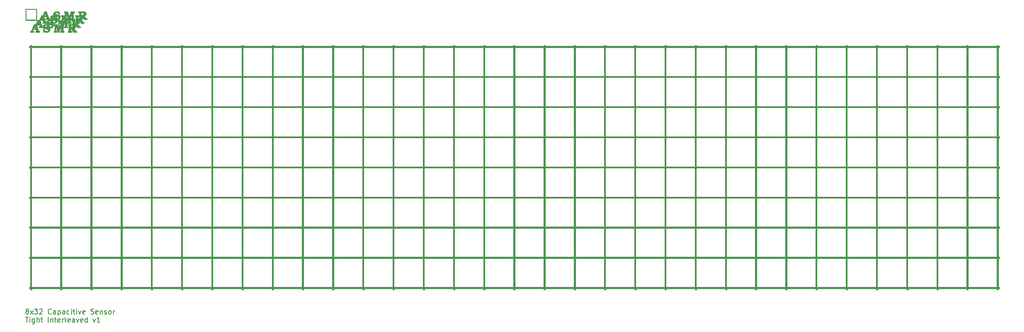
<source format=gto>
G04 #@! TF.GenerationSoftware,KiCad,Pcbnew,6.0.8+dfsg-1~bpo11+1*
G04 #@! TF.CreationDate,2023-03-24T18:54:49-04:00*
G04 #@! TF.ProjectId,captouch_sensor_interleaved_tight,63617074-6f75-4636-985f-73656e736f72,rev?*
G04 #@! TF.SameCoordinates,Original*
G04 #@! TF.FileFunction,Legend,Top*
G04 #@! TF.FilePolarity,Positive*
%FSLAX46Y46*%
G04 Gerber Fmt 4.6, Leading zero omitted, Abs format (unit mm)*
G04 Created by KiCad (PCBNEW 6.0.8+dfsg-1~bpo11+1) date 2023-03-24 18:54:49*
%MOMM*%
%LPD*%
G01*
G04 APERTURE LIST*
%ADD10C,0.150000*%
%ADD11C,0.400000*%
%ADD12C,0.010000*%
G04 APERTURE END LIST*
D10*
X62253452Y-108650952D02*
X62158214Y-108603333D01*
X62110595Y-108555714D01*
X62062976Y-108460476D01*
X62062976Y-108412857D01*
X62110595Y-108317619D01*
X62158214Y-108270000D01*
X62253452Y-108222380D01*
X62443928Y-108222380D01*
X62539166Y-108270000D01*
X62586785Y-108317619D01*
X62634404Y-108412857D01*
X62634404Y-108460476D01*
X62586785Y-108555714D01*
X62539166Y-108603333D01*
X62443928Y-108650952D01*
X62253452Y-108650952D01*
X62158214Y-108698571D01*
X62110595Y-108746190D01*
X62062976Y-108841428D01*
X62062976Y-109031904D01*
X62110595Y-109127142D01*
X62158214Y-109174761D01*
X62253452Y-109222380D01*
X62443928Y-109222380D01*
X62539166Y-109174761D01*
X62586785Y-109127142D01*
X62634404Y-109031904D01*
X62634404Y-108841428D01*
X62586785Y-108746190D01*
X62539166Y-108698571D01*
X62443928Y-108650952D01*
X62967738Y-109222380D02*
X63491547Y-108555714D01*
X62967738Y-108555714D02*
X63491547Y-109222380D01*
X63777261Y-108222380D02*
X64396309Y-108222380D01*
X64062976Y-108603333D01*
X64205833Y-108603333D01*
X64301071Y-108650952D01*
X64348690Y-108698571D01*
X64396309Y-108793809D01*
X64396309Y-109031904D01*
X64348690Y-109127142D01*
X64301071Y-109174761D01*
X64205833Y-109222380D01*
X63920119Y-109222380D01*
X63824880Y-109174761D01*
X63777261Y-109127142D01*
X64777261Y-108317619D02*
X64824880Y-108270000D01*
X64920119Y-108222380D01*
X65158214Y-108222380D01*
X65253452Y-108270000D01*
X65301071Y-108317619D01*
X65348690Y-108412857D01*
X65348690Y-108508095D01*
X65301071Y-108650952D01*
X64729642Y-109222380D01*
X65348690Y-109222380D01*
X67110595Y-109127142D02*
X67062976Y-109174761D01*
X66920119Y-109222380D01*
X66824880Y-109222380D01*
X66682023Y-109174761D01*
X66586785Y-109079523D01*
X66539166Y-108984285D01*
X66491547Y-108793809D01*
X66491547Y-108650952D01*
X66539166Y-108460476D01*
X66586785Y-108365238D01*
X66682023Y-108270000D01*
X66824880Y-108222380D01*
X66920119Y-108222380D01*
X67062976Y-108270000D01*
X67110595Y-108317619D01*
X67967738Y-109222380D02*
X67967738Y-108698571D01*
X67920119Y-108603333D01*
X67824880Y-108555714D01*
X67634404Y-108555714D01*
X67539166Y-108603333D01*
X67967738Y-109174761D02*
X67872500Y-109222380D01*
X67634404Y-109222380D01*
X67539166Y-109174761D01*
X67491547Y-109079523D01*
X67491547Y-108984285D01*
X67539166Y-108889047D01*
X67634404Y-108841428D01*
X67872500Y-108841428D01*
X67967738Y-108793809D01*
X68443928Y-108555714D02*
X68443928Y-109555714D01*
X68443928Y-108603333D02*
X68539166Y-108555714D01*
X68729642Y-108555714D01*
X68824880Y-108603333D01*
X68872500Y-108650952D01*
X68920119Y-108746190D01*
X68920119Y-109031904D01*
X68872500Y-109127142D01*
X68824880Y-109174761D01*
X68729642Y-109222380D01*
X68539166Y-109222380D01*
X68443928Y-109174761D01*
X69777261Y-109222380D02*
X69777261Y-108698571D01*
X69729642Y-108603333D01*
X69634404Y-108555714D01*
X69443928Y-108555714D01*
X69348690Y-108603333D01*
X69777261Y-109174761D02*
X69682023Y-109222380D01*
X69443928Y-109222380D01*
X69348690Y-109174761D01*
X69301071Y-109079523D01*
X69301071Y-108984285D01*
X69348690Y-108889047D01*
X69443928Y-108841428D01*
X69682023Y-108841428D01*
X69777261Y-108793809D01*
X70682023Y-109174761D02*
X70586785Y-109222380D01*
X70396309Y-109222380D01*
X70301071Y-109174761D01*
X70253452Y-109127142D01*
X70205833Y-109031904D01*
X70205833Y-108746190D01*
X70253452Y-108650952D01*
X70301071Y-108603333D01*
X70396309Y-108555714D01*
X70586785Y-108555714D01*
X70682023Y-108603333D01*
X71110595Y-109222380D02*
X71110595Y-108555714D01*
X71110595Y-108222380D02*
X71062976Y-108270000D01*
X71110595Y-108317619D01*
X71158214Y-108270000D01*
X71110595Y-108222380D01*
X71110595Y-108317619D01*
X71443928Y-108555714D02*
X71824880Y-108555714D01*
X71586785Y-108222380D02*
X71586785Y-109079523D01*
X71634404Y-109174761D01*
X71729642Y-109222380D01*
X71824880Y-109222380D01*
X72158214Y-109222380D02*
X72158214Y-108555714D01*
X72158214Y-108222380D02*
X72110595Y-108270000D01*
X72158214Y-108317619D01*
X72205833Y-108270000D01*
X72158214Y-108222380D01*
X72158214Y-108317619D01*
X72539166Y-108555714D02*
X72777261Y-109222380D01*
X73015357Y-108555714D01*
X73777261Y-109174761D02*
X73682023Y-109222380D01*
X73491547Y-109222380D01*
X73396309Y-109174761D01*
X73348690Y-109079523D01*
X73348690Y-108698571D01*
X73396309Y-108603333D01*
X73491547Y-108555714D01*
X73682023Y-108555714D01*
X73777261Y-108603333D01*
X73824880Y-108698571D01*
X73824880Y-108793809D01*
X73348690Y-108889047D01*
X74967738Y-109174761D02*
X75110595Y-109222380D01*
X75348690Y-109222380D01*
X75443928Y-109174761D01*
X75491547Y-109127142D01*
X75539166Y-109031904D01*
X75539166Y-108936666D01*
X75491547Y-108841428D01*
X75443928Y-108793809D01*
X75348690Y-108746190D01*
X75158214Y-108698571D01*
X75062976Y-108650952D01*
X75015357Y-108603333D01*
X74967738Y-108508095D01*
X74967738Y-108412857D01*
X75015357Y-108317619D01*
X75062976Y-108270000D01*
X75158214Y-108222380D01*
X75396309Y-108222380D01*
X75539166Y-108270000D01*
X76348690Y-109174761D02*
X76253452Y-109222380D01*
X76062976Y-109222380D01*
X75967738Y-109174761D01*
X75920119Y-109079523D01*
X75920119Y-108698571D01*
X75967738Y-108603333D01*
X76062976Y-108555714D01*
X76253452Y-108555714D01*
X76348690Y-108603333D01*
X76396309Y-108698571D01*
X76396309Y-108793809D01*
X75920119Y-108889047D01*
X76824880Y-108555714D02*
X76824880Y-109222380D01*
X76824880Y-108650952D02*
X76872500Y-108603333D01*
X76967738Y-108555714D01*
X77110595Y-108555714D01*
X77205833Y-108603333D01*
X77253452Y-108698571D01*
X77253452Y-109222380D01*
X77682023Y-109174761D02*
X77777261Y-109222380D01*
X77967738Y-109222380D01*
X78062976Y-109174761D01*
X78110595Y-109079523D01*
X78110595Y-109031904D01*
X78062976Y-108936666D01*
X77967738Y-108889047D01*
X77824880Y-108889047D01*
X77729642Y-108841428D01*
X77682023Y-108746190D01*
X77682023Y-108698571D01*
X77729642Y-108603333D01*
X77824880Y-108555714D01*
X77967738Y-108555714D01*
X78062976Y-108603333D01*
X78682023Y-109222380D02*
X78586785Y-109174761D01*
X78539166Y-109127142D01*
X78491547Y-109031904D01*
X78491547Y-108746190D01*
X78539166Y-108650952D01*
X78586785Y-108603333D01*
X78682023Y-108555714D01*
X78824880Y-108555714D01*
X78920119Y-108603333D01*
X78967738Y-108650952D01*
X79015357Y-108746190D01*
X79015357Y-109031904D01*
X78967738Y-109127142D01*
X78920119Y-109174761D01*
X78824880Y-109222380D01*
X78682023Y-109222380D01*
X79443928Y-109222380D02*
X79443928Y-108555714D01*
X79443928Y-108746190D02*
X79491547Y-108650952D01*
X79539166Y-108603333D01*
X79634404Y-108555714D01*
X79729642Y-108555714D01*
X61967738Y-109832380D02*
X62539166Y-109832380D01*
X62253452Y-110832380D02*
X62253452Y-109832380D01*
X62872500Y-110832380D02*
X62872500Y-110165714D01*
X62872500Y-109832380D02*
X62824880Y-109880000D01*
X62872500Y-109927619D01*
X62920119Y-109880000D01*
X62872500Y-109832380D01*
X62872500Y-109927619D01*
X63777261Y-110165714D02*
X63777261Y-110975238D01*
X63729642Y-111070476D01*
X63682023Y-111118095D01*
X63586785Y-111165714D01*
X63443928Y-111165714D01*
X63348690Y-111118095D01*
X63777261Y-110784761D02*
X63682023Y-110832380D01*
X63491547Y-110832380D01*
X63396309Y-110784761D01*
X63348690Y-110737142D01*
X63301071Y-110641904D01*
X63301071Y-110356190D01*
X63348690Y-110260952D01*
X63396309Y-110213333D01*
X63491547Y-110165714D01*
X63682023Y-110165714D01*
X63777261Y-110213333D01*
X64253452Y-110832380D02*
X64253452Y-109832380D01*
X64682023Y-110832380D02*
X64682023Y-110308571D01*
X64634404Y-110213333D01*
X64539166Y-110165714D01*
X64396309Y-110165714D01*
X64301071Y-110213333D01*
X64253452Y-110260952D01*
X65015357Y-110165714D02*
X65396309Y-110165714D01*
X65158214Y-109832380D02*
X65158214Y-110689523D01*
X65205833Y-110784761D01*
X65301071Y-110832380D01*
X65396309Y-110832380D01*
X66491547Y-110832380D02*
X66491547Y-109832380D01*
X66967738Y-110165714D02*
X66967738Y-110832380D01*
X66967738Y-110260952D02*
X67015357Y-110213333D01*
X67110595Y-110165714D01*
X67253452Y-110165714D01*
X67348690Y-110213333D01*
X67396309Y-110308571D01*
X67396309Y-110832380D01*
X67729642Y-110165714D02*
X68110595Y-110165714D01*
X67872500Y-109832380D02*
X67872500Y-110689523D01*
X67920119Y-110784761D01*
X68015357Y-110832380D01*
X68110595Y-110832380D01*
X68824880Y-110784761D02*
X68729642Y-110832380D01*
X68539166Y-110832380D01*
X68443928Y-110784761D01*
X68396309Y-110689523D01*
X68396309Y-110308571D01*
X68443928Y-110213333D01*
X68539166Y-110165714D01*
X68729642Y-110165714D01*
X68824880Y-110213333D01*
X68872500Y-110308571D01*
X68872500Y-110403809D01*
X68396309Y-110499047D01*
X69301071Y-110832380D02*
X69301071Y-110165714D01*
X69301071Y-110356190D02*
X69348690Y-110260952D01*
X69396309Y-110213333D01*
X69491547Y-110165714D01*
X69586785Y-110165714D01*
X70062976Y-110832380D02*
X69967738Y-110784761D01*
X69920119Y-110689523D01*
X69920119Y-109832380D01*
X70824880Y-110784761D02*
X70729642Y-110832380D01*
X70539166Y-110832380D01*
X70443928Y-110784761D01*
X70396309Y-110689523D01*
X70396309Y-110308571D01*
X70443928Y-110213333D01*
X70539166Y-110165714D01*
X70729642Y-110165714D01*
X70824880Y-110213333D01*
X70872500Y-110308571D01*
X70872500Y-110403809D01*
X70396309Y-110499047D01*
X71729642Y-110832380D02*
X71729642Y-110308571D01*
X71682023Y-110213333D01*
X71586785Y-110165714D01*
X71396309Y-110165714D01*
X71301071Y-110213333D01*
X71729642Y-110784761D02*
X71634404Y-110832380D01*
X71396309Y-110832380D01*
X71301071Y-110784761D01*
X71253452Y-110689523D01*
X71253452Y-110594285D01*
X71301071Y-110499047D01*
X71396309Y-110451428D01*
X71634404Y-110451428D01*
X71729642Y-110403809D01*
X72110595Y-110165714D02*
X72348690Y-110832380D01*
X72586785Y-110165714D01*
X73348690Y-110784761D02*
X73253452Y-110832380D01*
X73062976Y-110832380D01*
X72967738Y-110784761D01*
X72920119Y-110689523D01*
X72920119Y-110308571D01*
X72967738Y-110213333D01*
X73062976Y-110165714D01*
X73253452Y-110165714D01*
X73348690Y-110213333D01*
X73396309Y-110308571D01*
X73396309Y-110403809D01*
X72920119Y-110499047D01*
X74253452Y-110832380D02*
X74253452Y-109832380D01*
X74253452Y-110784761D02*
X74158214Y-110832380D01*
X73967738Y-110832380D01*
X73872500Y-110784761D01*
X73824880Y-110737142D01*
X73777261Y-110641904D01*
X73777261Y-110356190D01*
X73824880Y-110260952D01*
X73872500Y-110213333D01*
X73967738Y-110165714D01*
X74158214Y-110165714D01*
X74253452Y-110213333D01*
X75396309Y-110165714D02*
X75634404Y-110832380D01*
X75872500Y-110165714D01*
X76777261Y-110832380D02*
X76205833Y-110832380D01*
X76491547Y-110832380D02*
X76491547Y-109832380D01*
X76396309Y-109975238D01*
X76301071Y-110070476D01*
X76205833Y-110118095D01*
D11*
X105075000Y-55825000D02*
X105075000Y-104225000D01*
X177075000Y-55825000D02*
X177075000Y-104225000D01*
X201075000Y-55825000D02*
X201075000Y-104225000D01*
X135075000Y-55825000D02*
X135075000Y-104225000D01*
X62875000Y-68025000D02*
X255275000Y-68025000D01*
X219075000Y-55825000D02*
X219075000Y-104225000D01*
X62875000Y-74025000D02*
X255275000Y-74025000D01*
X62875000Y-104025000D02*
X255275000Y-104025000D01*
X225075000Y-55825000D02*
X225075000Y-104225000D01*
X159075000Y-55825000D02*
X159075000Y-104225000D01*
X195075000Y-55825000D02*
X195075000Y-104225000D01*
X99075000Y-55825000D02*
X99075000Y-104225000D01*
X147075000Y-55825000D02*
X147075000Y-104225000D01*
X207075000Y-55825000D02*
X207075000Y-104225000D01*
X81075000Y-55825000D02*
X81075000Y-104225000D01*
X87075000Y-55825000D02*
X87075000Y-104225000D01*
X255075000Y-55825000D02*
X255075000Y-104225000D01*
X63075000Y-55825000D02*
X63075000Y-104225000D01*
X189075000Y-55825000D02*
X189075000Y-104225000D01*
X62875000Y-86025000D02*
X255275000Y-86025000D01*
X231075000Y-55825000D02*
X231075000Y-104225000D01*
X62875000Y-62025000D02*
X255275000Y-62025000D01*
X75075000Y-55825000D02*
X75075000Y-104225000D01*
X171075000Y-55825000D02*
X171075000Y-104225000D01*
X62875000Y-80025000D02*
X255275000Y-80025000D01*
X123075000Y-55825000D02*
X123075000Y-104225000D01*
X129075000Y-55825000D02*
X129075000Y-104225000D01*
X111075000Y-55825000D02*
X111075000Y-104225000D01*
X62875000Y-98025000D02*
X255275000Y-98025000D01*
X153075000Y-55825000D02*
X153075000Y-104225000D01*
X165075000Y-55825000D02*
X165075000Y-104225000D01*
X93075000Y-55825000D02*
X93075000Y-104225000D01*
X69075000Y-55825000D02*
X69075000Y-104225000D01*
X183075000Y-55825000D02*
X183075000Y-104225000D01*
X62875000Y-56025000D02*
X255275000Y-56025000D01*
X62875000Y-92025000D02*
X255275000Y-92025000D01*
X243075000Y-55825000D02*
X243075000Y-104225000D01*
X141075000Y-55825000D02*
X141075000Y-104225000D01*
X237075000Y-55825000D02*
X237075000Y-104225000D01*
X117075000Y-55825000D02*
X117075000Y-104225000D01*
X213075000Y-55825000D02*
X213075000Y-104225000D01*
X249075000Y-55825000D02*
X249075000Y-104225000D01*
G36*
X64250505Y-48452011D02*
G01*
X64250505Y-50731711D01*
X61970804Y-50731711D01*
X61970804Y-50561734D01*
X62120785Y-50561734D01*
X64100525Y-50561734D01*
X64100525Y-48581994D01*
X62120785Y-48581994D01*
X62120785Y-50561734D01*
X61970804Y-50561734D01*
X61970804Y-48452011D01*
X64250505Y-48452011D01*
G37*
D12*
X64250505Y-48452011D02*
X64250505Y-50731711D01*
X61970804Y-50731711D01*
X61970804Y-50561734D01*
X62120785Y-50561734D01*
X64100525Y-50561734D01*
X64100525Y-48581994D01*
X62120785Y-48581994D01*
X62120785Y-50561734D01*
X61970804Y-50561734D01*
X61970804Y-48452011D01*
X64250505Y-48452011D01*
G36*
X66210302Y-50915591D02*
G01*
X66236199Y-50866058D01*
X66259275Y-50831010D01*
X66274439Y-50811955D01*
X66293729Y-50790751D01*
X66315650Y-50768827D01*
X66338705Y-50747615D01*
X66361398Y-50728546D01*
X66382233Y-50713050D01*
X66383495Y-50712196D01*
X66433272Y-50682476D01*
X66487501Y-50657083D01*
X66545322Y-50636313D01*
X66605877Y-50620467D01*
X66668304Y-50609842D01*
X66683005Y-50608151D01*
X66703515Y-50606626D01*
X66728379Y-50605761D01*
X66756108Y-50605518D01*
X66785212Y-50605859D01*
X66814204Y-50606748D01*
X66841593Y-50608148D01*
X66865891Y-50610022D01*
X66885610Y-50612332D01*
X66891787Y-50613352D01*
X66943135Y-50624263D01*
X66991567Y-50637362D01*
X67036290Y-50652363D01*
X67076510Y-50668981D01*
X67111436Y-50686932D01*
X67131152Y-50699338D01*
X67138002Y-50703087D01*
X67142426Y-50703775D01*
X67142702Y-50703583D01*
X67144721Y-50699713D01*
X67148433Y-50691006D01*
X67153248Y-50678886D01*
X67156988Y-50669058D01*
X67158963Y-50663776D01*
X67323435Y-50663776D01*
X67324449Y-50667712D01*
X67327353Y-50677297D01*
X67331940Y-50691906D01*
X67338006Y-50710911D01*
X67345342Y-50733688D01*
X67353744Y-50759609D01*
X67363005Y-50788049D01*
X67372918Y-50818381D01*
X67383278Y-50849980D01*
X67393878Y-50882219D01*
X67404513Y-50914471D01*
X67414975Y-50946112D01*
X67425059Y-50976514D01*
X67434559Y-51005052D01*
X67443268Y-51031099D01*
X67450979Y-51054030D01*
X67457488Y-51073217D01*
X67462587Y-51088035D01*
X67466071Y-51097858D01*
X67467733Y-51102060D01*
X67467812Y-51102166D01*
X67473298Y-51104209D01*
X67483955Y-51106927D01*
X67498353Y-51110048D01*
X67515065Y-51113297D01*
X67532662Y-51116401D01*
X67549718Y-51119085D01*
X67564804Y-51121076D01*
X67568403Y-51121464D01*
X67594225Y-51123047D01*
X67623376Y-51123148D01*
X67653446Y-51121876D01*
X67682027Y-51119337D01*
X67706709Y-51115641D01*
X67709188Y-51115146D01*
X67750727Y-51104125D01*
X67788386Y-51089112D01*
X67821784Y-51070431D01*
X67850543Y-51048403D01*
X67874282Y-51023350D01*
X67892622Y-50995594D01*
X67905184Y-50965456D01*
X67910057Y-50944824D01*
X67912795Y-50916384D01*
X67910725Y-50890851D01*
X67903603Y-50867933D01*
X67891183Y-50847339D01*
X67873217Y-50828779D01*
X67849461Y-50811962D01*
X67819668Y-50796597D01*
X67783593Y-50782394D01*
X67768220Y-50777252D01*
X67759376Y-50774619D01*
X67745336Y-50770702D01*
X67726732Y-50765661D01*
X67704196Y-50759657D01*
X67678360Y-50752853D01*
X67649856Y-50745409D01*
X67619316Y-50737486D01*
X67587371Y-50729245D01*
X67554654Y-50720849D01*
X67521796Y-50712457D01*
X67489430Y-50704232D01*
X67458187Y-50696334D01*
X67428699Y-50688925D01*
X67401599Y-50682165D01*
X67377517Y-50676217D01*
X67357086Y-50671241D01*
X67340938Y-50667398D01*
X67329705Y-50664850D01*
X67324018Y-50663759D01*
X67323435Y-50663776D01*
X67158963Y-50663776D01*
X67169082Y-50636724D01*
X67193766Y-50635627D01*
X67218449Y-50634529D01*
X67178454Y-50620377D01*
X67125458Y-50599109D01*
X67078189Y-50574742D01*
X67036347Y-50547027D01*
X66999633Y-50515717D01*
X66967749Y-50480562D01*
X66940394Y-50441314D01*
X66921632Y-50406927D01*
X66902587Y-50360467D01*
X66889169Y-50311289D01*
X66881349Y-50260202D01*
X66879100Y-50208015D01*
X66882391Y-50155536D01*
X66891195Y-50103574D01*
X66894048Y-50093462D01*
X67245112Y-50093462D01*
X67245433Y-50109479D01*
X67246663Y-50121128D01*
X67249199Y-50130689D01*
X67253287Y-50140122D01*
X67264452Y-50157974D01*
X67279888Y-50174346D01*
X67299949Y-50189417D01*
X67324990Y-50203366D01*
X67355367Y-50216372D01*
X67391434Y-50228615D01*
X67433547Y-50240273D01*
X67468348Y-50248525D01*
X67491420Y-50253632D01*
X67508774Y-50257338D01*
X67521178Y-50259767D01*
X67529401Y-50261048D01*
X67534212Y-50261306D01*
X67536382Y-50260669D01*
X67536741Y-50259778D01*
X67535749Y-50256406D01*
X67532953Y-50247524D01*
X67528621Y-50233958D01*
X67523021Y-50216535D01*
X67516421Y-50196079D01*
X67509090Y-50173417D01*
X67501296Y-50149375D01*
X67493307Y-50124778D01*
X67485391Y-50100453D01*
X67477817Y-50077224D01*
X67470853Y-50055918D01*
X67464767Y-50037361D01*
X67459827Y-50022379D01*
X67456301Y-50011796D01*
X67454459Y-50006440D01*
X67454407Y-50006301D01*
X67457025Y-50003995D01*
X67465708Y-49999941D01*
X67480126Y-49994269D01*
X67499948Y-49987107D01*
X67524843Y-49978584D01*
X67531425Y-49976387D01*
X67552816Y-49969162D01*
X67571795Y-49962529D01*
X67586268Y-49957255D01*
X67640060Y-49957255D01*
X67641907Y-49962211D01*
X67647073Y-49971742D01*
X67655000Y-49985001D01*
X67665126Y-50001144D01*
X67676893Y-50019323D01*
X67689740Y-50038693D01*
X67703108Y-50058408D01*
X67716436Y-50077623D01*
X67729166Y-50095491D01*
X67740736Y-50111167D01*
X67748965Y-50121792D01*
X67794604Y-50174111D01*
X67843143Y-50220479D01*
X67894537Y-50260866D01*
X67948740Y-50295243D01*
X68005708Y-50323581D01*
X68065395Y-50345849D01*
X68116927Y-50359693D01*
X68165720Y-50368367D01*
X68214864Y-50372822D01*
X68262816Y-50373018D01*
X68308035Y-50368915D01*
X68329106Y-50365245D01*
X68370646Y-50354223D01*
X68408305Y-50339211D01*
X68441703Y-50320530D01*
X68470461Y-50298502D01*
X68494201Y-50273449D01*
X68512541Y-50245692D01*
X68525103Y-50215555D01*
X68529976Y-50194922D01*
X68532707Y-50166415D01*
X68530600Y-50140816D01*
X68523412Y-50117839D01*
X68510903Y-50097198D01*
X68492830Y-50078607D01*
X68468951Y-50061781D01*
X68439026Y-50046433D01*
X68402812Y-50032279D01*
X68388295Y-50027455D01*
X68377541Y-50024215D01*
X68362123Y-50019843D01*
X68342830Y-50014541D01*
X68320454Y-50008513D01*
X68295786Y-50001963D01*
X68269615Y-49995094D01*
X68242733Y-49988108D01*
X68215930Y-49981211D01*
X68189996Y-49974605D01*
X68165723Y-49968493D01*
X68143901Y-49963079D01*
X68125320Y-49958566D01*
X68110771Y-49955158D01*
X68101046Y-49953059D01*
X68096933Y-49952471D01*
X68096893Y-49952483D01*
X68097357Y-49955760D01*
X68099700Y-49964691D01*
X68103718Y-49978599D01*
X68109206Y-49996807D01*
X68115958Y-50018637D01*
X68123770Y-50043414D01*
X68132436Y-50070458D01*
X68135562Y-50080117D01*
X68144541Y-50107831D01*
X68152840Y-50133533D01*
X68160242Y-50156540D01*
X68166527Y-50176169D01*
X68171478Y-50191737D01*
X68174875Y-50202562D01*
X68176500Y-50207959D01*
X68176610Y-50208434D01*
X68173629Y-50209972D01*
X68165370Y-50213416D01*
X68152818Y-50218398D01*
X68136960Y-50224546D01*
X68118782Y-50231491D01*
X68099271Y-50238863D01*
X68079413Y-50246293D01*
X68060194Y-50253410D01*
X68042601Y-50259844D01*
X68027620Y-50265226D01*
X68016237Y-50269186D01*
X68009439Y-50271354D01*
X68008034Y-50271649D01*
X68005103Y-50269059D01*
X67999028Y-50262000D01*
X67990568Y-50251411D01*
X67980481Y-50238227D01*
X67975016Y-50230888D01*
X67951656Y-50199587D01*
X67931084Y-50172847D01*
X67912447Y-50149645D01*
X67894891Y-50128959D01*
X67877565Y-50109766D01*
X67859616Y-50091044D01*
X67851970Y-50083358D01*
X67823955Y-50056909D01*
X67797012Y-50034811D01*
X67769043Y-50015550D01*
X67737953Y-49997614D01*
X67721365Y-49989060D01*
X67706161Y-49981765D01*
X67690250Y-49974651D01*
X67674776Y-49968163D01*
X67660879Y-49962749D01*
X67649704Y-49958855D01*
X67642393Y-49956929D01*
X67640060Y-49957255D01*
X67586268Y-49957255D01*
X67587542Y-49956791D01*
X67599241Y-49952254D01*
X67606070Y-49949222D01*
X67607479Y-49948085D01*
X67601811Y-49945605D01*
X67590404Y-49942870D01*
X67574174Y-49940042D01*
X67554033Y-49937284D01*
X67533911Y-49935053D01*
X67492848Y-49933151D01*
X67452145Y-49935457D01*
X67412745Y-49941711D01*
X67375589Y-49951654D01*
X67341618Y-49965029D01*
X67311774Y-49981575D01*
X67286998Y-50001035D01*
X67284282Y-50003682D01*
X67267300Y-50022566D01*
X67255680Y-50040548D01*
X67248664Y-50059366D01*
X67245493Y-50080757D01*
X67245112Y-50093462D01*
X66894048Y-50093462D01*
X66905483Y-50052938D01*
X66925225Y-50004438D01*
X66936754Y-49981929D01*
X66959088Y-49946248D01*
X66986548Y-49910480D01*
X67017776Y-49876094D01*
X67051415Y-49844559D01*
X67086109Y-49817343D01*
X67093402Y-49812314D01*
X67140763Y-49783932D01*
X67192639Y-49759207D01*
X67247631Y-49738714D01*
X67304343Y-49723033D01*
X67315103Y-49720665D01*
X67347796Y-49714442D01*
X67379372Y-49709958D01*
X67411601Y-49707072D01*
X67446252Y-49705641D01*
X67485095Y-49705521D01*
X67499743Y-49705757D01*
X67569175Y-49707159D01*
X67559630Y-49691646D01*
X67539420Y-49653532D01*
X67522783Y-49611281D01*
X67510281Y-49566707D01*
X67502480Y-49521621D01*
X67500682Y-49502115D01*
X67499708Y-49443073D01*
X67504785Y-49386743D01*
X67515969Y-49332927D01*
X67533314Y-49281426D01*
X67556874Y-49232044D01*
X67586704Y-49184583D01*
X67589100Y-49181227D01*
X67604265Y-49162172D01*
X67623555Y-49140967D01*
X67645476Y-49119043D01*
X67668530Y-49097831D01*
X67691223Y-49078762D01*
X67712059Y-49063267D01*
X67713321Y-49062412D01*
X67763098Y-49032693D01*
X67817326Y-49007299D01*
X67875148Y-48986530D01*
X67935702Y-48970683D01*
X67998130Y-48960059D01*
X68012830Y-48958367D01*
X68033340Y-48956843D01*
X68058204Y-48955978D01*
X68085933Y-48955734D01*
X68115038Y-48956076D01*
X68144029Y-48956965D01*
X68171418Y-48958365D01*
X68195717Y-48960238D01*
X68215435Y-48962548D01*
X68221613Y-48963568D01*
X68272961Y-48974480D01*
X68321393Y-48987578D01*
X68366115Y-49002579D01*
X68406336Y-49019197D01*
X68441261Y-49037148D01*
X68460978Y-49049554D01*
X68467828Y-49053304D01*
X68472252Y-49053992D01*
X68472527Y-49053800D01*
X68474547Y-49049930D01*
X68478262Y-49041224D01*
X68483081Y-49029105D01*
X68486825Y-49019274D01*
X68498930Y-48986940D01*
X68644100Y-48986940D01*
X68720337Y-49221818D01*
X68732668Y-49259832D01*
X68744379Y-49295985D01*
X68755311Y-49329779D01*
X68765302Y-49360716D01*
X68774193Y-49388297D01*
X68781823Y-49412026D01*
X68788032Y-49431404D01*
X68792659Y-49445934D01*
X68795545Y-49455117D01*
X68796529Y-49458454D01*
X68793548Y-49460005D01*
X68785289Y-49463462D01*
X68772738Y-49468457D01*
X68756881Y-49474618D01*
X68738704Y-49481574D01*
X68719193Y-49488957D01*
X68699335Y-49496395D01*
X68680116Y-49503518D01*
X68662522Y-49509956D01*
X68647540Y-49515339D01*
X68636155Y-49519296D01*
X68629355Y-49521457D01*
X68627953Y-49521748D01*
X68625021Y-49519157D01*
X68618946Y-49512099D01*
X68610486Y-49501509D01*
X68600400Y-49488325D01*
X68594935Y-49480986D01*
X68557724Y-49432005D01*
X68522859Y-49389089D01*
X68490221Y-49352110D01*
X68459691Y-49320941D01*
X68431150Y-49295454D01*
X68404480Y-49275520D01*
X68402943Y-49274502D01*
X68354881Y-49246062D01*
X68305453Y-49222835D01*
X68255220Y-49204895D01*
X68204743Y-49192311D01*
X68154580Y-49185156D01*
X68105294Y-49183502D01*
X68057445Y-49187419D01*
X68011592Y-49196979D01*
X67968297Y-49212254D01*
X67956773Y-49217534D01*
X67928574Y-49233836D01*
X67904524Y-49253245D01*
X67885492Y-49274954D01*
X67874117Y-49294171D01*
X67869502Y-49305038D01*
X67866750Y-49314954D01*
X67865411Y-49326372D01*
X67865033Y-49341746D01*
X67865031Y-49343560D01*
X67865352Y-49359577D01*
X67866581Y-49371226D01*
X67869118Y-49380787D01*
X67873205Y-49390221D01*
X67883210Y-49406733D01*
X67896547Y-49421824D01*
X67913650Y-49435704D01*
X67934953Y-49448583D01*
X67960890Y-49460672D01*
X67991896Y-49472181D01*
X68028404Y-49483321D01*
X68070849Y-49494303D01*
X68103046Y-49501726D01*
X68134769Y-49508977D01*
X68170669Y-49517580D01*
X68209862Y-49527298D01*
X68251464Y-49537891D01*
X68294593Y-49549119D01*
X68338364Y-49560743D01*
X68381894Y-49572524D01*
X68424300Y-49584223D01*
X68464698Y-49595600D01*
X68502204Y-49606417D01*
X68535935Y-49616433D01*
X68565008Y-49625410D01*
X68588538Y-49633108D01*
X68589936Y-49633587D01*
X68644568Y-49654891D01*
X68693437Y-49679345D01*
X68736713Y-49707062D01*
X68774568Y-49738156D01*
X68807173Y-49772743D01*
X68816852Y-49784999D01*
X68829701Y-49804084D01*
X68843087Y-49827516D01*
X68855962Y-49853166D01*
X68867279Y-49878906D01*
X68875990Y-49902608D01*
X68878016Y-49909270D01*
X68889396Y-49960512D01*
X68895253Y-50014137D01*
X68895611Y-50068830D01*
X68890495Y-50123278D01*
X68879929Y-50176167D01*
X68872605Y-50201632D01*
X68851833Y-50255941D01*
X68825362Y-50307074D01*
X68793457Y-50354834D01*
X68756381Y-50399027D01*
X68714399Y-50439456D01*
X68667774Y-50475925D01*
X68616771Y-50508238D01*
X68561654Y-50536198D01*
X68502687Y-50559611D01*
X68440133Y-50578280D01*
X68374258Y-50592008D01*
X68340095Y-50596966D01*
X68320457Y-50599020D01*
X68299053Y-50600629D01*
X68279135Y-50601573D01*
X68269735Y-50601729D01*
X68237576Y-50601729D01*
X68248562Y-50630977D01*
X68258025Y-50658362D01*
X68265068Y-50684346D01*
X68269968Y-50710657D01*
X68273004Y-50739024D01*
X68274453Y-50771176D01*
X68274677Y-50793370D01*
X68274234Y-50826648D01*
X68272736Y-50855086D01*
X68269935Y-50880463D01*
X68265585Y-50904554D01*
X68259439Y-50929137D01*
X68252709Y-50951461D01*
X68231931Y-51005791D01*
X68205455Y-51056942D01*
X68173545Y-51104717D01*
X68136466Y-51148921D01*
X68094481Y-51189358D01*
X68047853Y-51225833D01*
X67996845Y-51258149D01*
X67941722Y-51286111D01*
X67882746Y-51309524D01*
X67820182Y-51328191D01*
X67754292Y-51341918D01*
X67720177Y-51346868D01*
X67698837Y-51348875D01*
X67672643Y-51350323D01*
X67643382Y-51351201D01*
X67612843Y-51351498D01*
X67582815Y-51351203D01*
X67555086Y-51350304D01*
X67531444Y-51348791D01*
X67524111Y-51348075D01*
X67474549Y-51340986D01*
X67424815Y-51330754D01*
X67376094Y-51317760D01*
X67329569Y-51302384D01*
X67286428Y-51285005D01*
X67247852Y-51266005D01*
X67223833Y-51251704D01*
X67213410Y-51245455D01*
X67205111Y-51241445D01*
X67200457Y-51240389D01*
X67200099Y-51240594D01*
X67197543Y-51245660D01*
X67195576Y-51252116D01*
X67195004Y-51255332D01*
X67195554Y-51257996D01*
X67198064Y-51260541D01*
X67203369Y-51263399D01*
X67212307Y-51267000D01*
X67225714Y-51271779D01*
X67244426Y-51278165D01*
X67249059Y-51279734D01*
X67301582Y-51299402D01*
X67348135Y-51320915D01*
X67389239Y-51344615D01*
X67425418Y-51370842D01*
X67457195Y-51399936D01*
X67485091Y-51432239D01*
X67487027Y-51434782D01*
X67499598Y-51453438D01*
X67512794Y-51476445D01*
X67525574Y-51501699D01*
X67536897Y-51527096D01*
X67545723Y-51550535D01*
X67548141Y-51558270D01*
X67556383Y-51586599D01*
X67556561Y-51545771D01*
X67556738Y-51504943D01*
X68286332Y-51504943D01*
X68321270Y-51612429D01*
X68330598Y-51641139D01*
X68341471Y-51674623D01*
X68353382Y-51711316D01*
X68365820Y-51749649D01*
X68378279Y-51788056D01*
X68390249Y-51824971D01*
X68399913Y-51854784D01*
X68409223Y-51883427D01*
X68417940Y-51910076D01*
X68425844Y-51934069D01*
X68432713Y-51954743D01*
X68438326Y-51971436D01*
X68442463Y-51983483D01*
X68444903Y-51990223D01*
X68445447Y-51991433D01*
X68448424Y-51990096D01*
X68454420Y-51984861D01*
X68461693Y-51977339D01*
X68472262Y-51963571D01*
X68480087Y-51947950D01*
X68485815Y-51928853D01*
X68489824Y-51906557D01*
X68490321Y-51899653D01*
X68490782Y-51886278D01*
X68491206Y-51866626D01*
X68491592Y-51840891D01*
X68491939Y-51809270D01*
X68492245Y-51771955D01*
X68492509Y-51729141D01*
X68492729Y-51681023D01*
X68492905Y-51627796D01*
X68493034Y-51569654D01*
X68493116Y-51506791D01*
X68493149Y-51439402D01*
X68493150Y-51428287D01*
X68493125Y-51360196D01*
X68493051Y-51296601D01*
X68492929Y-51237695D01*
X68492760Y-51183674D01*
X68492547Y-51134731D01*
X68492290Y-51091061D01*
X68491990Y-51052859D01*
X68491650Y-51020320D01*
X68491599Y-51016674D01*
X68723729Y-51016674D01*
X68724532Y-51459949D01*
X68724648Y-51525204D01*
X68724758Y-51584137D01*
X68724875Y-51637096D01*
X68725014Y-51684425D01*
X68725188Y-51726469D01*
X68725411Y-51763573D01*
X68725698Y-51796083D01*
X68726061Y-51824345D01*
X68726516Y-51848702D01*
X68727075Y-51869501D01*
X68727753Y-51887087D01*
X68728564Y-51901805D01*
X68729521Y-51914001D01*
X68730639Y-51924019D01*
X68731932Y-51932205D01*
X68733413Y-51938904D01*
X68735096Y-51944461D01*
X68736995Y-51949223D01*
X68739124Y-51953532D01*
X68741497Y-51957737D01*
X68744129Y-51962180D01*
X68744818Y-51963351D01*
X68750848Y-51972091D01*
X68758256Y-51980784D01*
X68765451Y-51987765D01*
X68770844Y-51991368D01*
X68771750Y-51991546D01*
X68772937Y-51988471D01*
X68776049Y-51979594D01*
X68780908Y-51965439D01*
X68787339Y-51946532D01*
X68795163Y-51923395D01*
X68804204Y-51896554D01*
X68814284Y-51866532D01*
X68825227Y-51833853D01*
X68836855Y-51799042D01*
X68841494Y-51785131D01*
X68910299Y-51578716D01*
X68826288Y-51325632D01*
X69240485Y-51325632D01*
X69240521Y-51325800D01*
X69241869Y-51329963D01*
X69244976Y-51339612D01*
X69249565Y-51353885D01*
X69255360Y-51371922D01*
X69262082Y-51392859D01*
X69269457Y-51415838D01*
X69269976Y-51417455D01*
X69298046Y-51504943D01*
X69374908Y-51504943D01*
X69405415Y-51413289D01*
X69435922Y-51321634D01*
X69337529Y-51321634D01*
X69308241Y-51321691D01*
X69285047Y-51321879D01*
X69267375Y-51322221D01*
X69254654Y-51322743D01*
X69246312Y-51323470D01*
X69241780Y-51324424D01*
X69240485Y-51325632D01*
X68826288Y-51325632D01*
X68723729Y-51016674D01*
X68491599Y-51016674D01*
X68491270Y-50993637D01*
X68490852Y-50973005D01*
X68490396Y-50958619D01*
X68489905Y-50950673D01*
X68489824Y-50950016D01*
X68485425Y-50926053D01*
X68479518Y-50907116D01*
X68471495Y-50891626D01*
X68462985Y-50880475D01*
X68447536Y-50866789D01*
X68427012Y-50855239D01*
X68401084Y-50845708D01*
X68369425Y-50838083D01*
X68331708Y-50832248D01*
X68322471Y-50831183D01*
X68286642Y-50827279D01*
X68286642Y-50635057D01*
X69016208Y-50635057D01*
X69052763Y-50747543D01*
X69063491Y-50780571D01*
X69075539Y-50817683D01*
X69088245Y-50856846D01*
X69100950Y-50896025D01*
X69112995Y-50933186D01*
X69123719Y-50966294D01*
X69124923Y-50970014D01*
X69133339Y-50995866D01*
X69141193Y-51019713D01*
X69148230Y-51040807D01*
X69154199Y-51058404D01*
X69158848Y-51071757D01*
X69161923Y-51080120D01*
X69163094Y-51082731D01*
X69166621Y-51082329D01*
X69172117Y-51077383D01*
X69178527Y-51069293D01*
X69184798Y-51059456D01*
X69189876Y-51049270D01*
X69191439Y-51045109D01*
X69194554Y-51033641D01*
X69197657Y-51019024D01*
X69199731Y-51006675D01*
X69200227Y-50999771D01*
X69200688Y-50986396D01*
X69201113Y-50966744D01*
X69201499Y-50941010D01*
X69201846Y-50909388D01*
X69202152Y-50872073D01*
X69202416Y-50829259D01*
X69202636Y-50781141D01*
X69202812Y-50727914D01*
X69202941Y-50669772D01*
X69203023Y-50606909D01*
X69203032Y-50588461D01*
X69433527Y-50588461D01*
X69433568Y-50643012D01*
X69433658Y-50694997D01*
X69433795Y-50744022D01*
X69433977Y-50789692D01*
X69434201Y-50831614D01*
X69434464Y-50869393D01*
X69434764Y-50902635D01*
X69435099Y-50930946D01*
X69435465Y-50953932D01*
X69435860Y-50971198D01*
X69436282Y-50982350D01*
X69436458Y-50985012D01*
X69439852Y-51014662D01*
X69444846Y-51038651D01*
X69451856Y-51057874D01*
X69461297Y-51073228D01*
X69473583Y-51085610D01*
X69487270Y-51094871D01*
X69496805Y-51100196D01*
X69503837Y-51103855D01*
X69506515Y-51104965D01*
X69507843Y-51101897D01*
X69511078Y-51093049D01*
X69516033Y-51078967D01*
X69522522Y-51060199D01*
X69530357Y-51037291D01*
X69539350Y-51010790D01*
X69549315Y-50981245D01*
X69560064Y-50949202D01*
X69571332Y-50915445D01*
X69634450Y-50725894D01*
X69623745Y-50691308D01*
X69621053Y-50682842D01*
X69616435Y-50668591D01*
X69610070Y-50649094D01*
X69602134Y-50624892D01*
X69592806Y-50596524D01*
X69584637Y-50571732D01*
X69997010Y-50571732D01*
X70007439Y-50603395D01*
X70017868Y-50635057D01*
X70074954Y-50635057D01*
X70085383Y-50603395D01*
X70095813Y-50571732D01*
X69997010Y-50571732D01*
X69584637Y-50571732D01*
X69582263Y-50564531D01*
X69570683Y-50529452D01*
X69558245Y-50491826D01*
X69545125Y-50452195D01*
X69531502Y-50411097D01*
X69523425Y-50386757D01*
X69433812Y-50116792D01*
X69433538Y-50531738D01*
X69433527Y-50588461D01*
X69203032Y-50588461D01*
X69203056Y-50539520D01*
X69203056Y-50528405D01*
X69203031Y-50460314D01*
X69202957Y-50396719D01*
X69202835Y-50337813D01*
X69202667Y-50283792D01*
X69202454Y-50234849D01*
X69202197Y-50191179D01*
X69201897Y-50152977D01*
X69201557Y-50120438D01*
X69201177Y-50093755D01*
X69200758Y-50073123D01*
X69200303Y-50058737D01*
X69199812Y-50050791D01*
X69199731Y-50050134D01*
X69195331Y-50026171D01*
X69189425Y-50007234D01*
X69181401Y-49991744D01*
X69172892Y-49980593D01*
X69157443Y-49966907D01*
X69136918Y-49955357D01*
X69110990Y-49945826D01*
X69079332Y-49938201D01*
X69041615Y-49932366D01*
X69032378Y-49931301D01*
X68996549Y-49927397D01*
X68996549Y-49735176D01*
X69726115Y-49735176D01*
X69763143Y-49849327D01*
X69772239Y-49877335D01*
X69781181Y-49904805D01*
X69789639Y-49930727D01*
X69797282Y-49954088D01*
X69803780Y-49973879D01*
X69808801Y-49989087D01*
X69811375Y-49996808D01*
X69822581Y-50030137D01*
X69822687Y-49838586D01*
X70053451Y-49838586D01*
X70053491Y-49893158D01*
X70053581Y-49945159D01*
X70053718Y-49994194D01*
X70053899Y-50039870D01*
X70054122Y-50081794D01*
X70054385Y-50119570D01*
X70054684Y-50152806D01*
X70055018Y-50181108D01*
X70055384Y-50204082D01*
X70055780Y-50221334D01*
X70056202Y-50232470D01*
X70056377Y-50235110D01*
X70059820Y-50264977D01*
X70064908Y-50289158D01*
X70072027Y-50308515D01*
X70081563Y-50323907D01*
X70093902Y-50336196D01*
X70105183Y-50343867D01*
X70117281Y-50350162D01*
X70131190Y-50356222D01*
X70144734Y-50361210D01*
X70155739Y-50364289D01*
X70159768Y-50364859D01*
X70161548Y-50363161D01*
X70164389Y-50357719D01*
X70168413Y-50348192D01*
X70173744Y-50334242D01*
X70180506Y-50315526D01*
X70188824Y-50291704D01*
X70198821Y-50262437D01*
X70210620Y-50227383D01*
X70219621Y-50200418D01*
X70274437Y-50035743D01*
X70248696Y-49956284D01*
X70243463Y-49940209D01*
X70236354Y-49918497D01*
X70227597Y-49891838D01*
X70217419Y-49860920D01*
X70206048Y-49826433D01*
X70193710Y-49789064D01*
X70180634Y-49749503D01*
X70167046Y-49708438D01*
X70153174Y-49666559D01*
X70139245Y-49624555D01*
X70138350Y-49621857D01*
X70053745Y-49366891D01*
X70053464Y-49781836D01*
X70053451Y-49838586D01*
X69822687Y-49838586D01*
X69822778Y-49676850D01*
X69822778Y-49618139D01*
X69822713Y-49563524D01*
X69822584Y-49513265D01*
X69822394Y-49467626D01*
X69822145Y-49426870D01*
X69821839Y-49391258D01*
X69821478Y-49361053D01*
X69821065Y-49336517D01*
X69820601Y-49317914D01*
X69820090Y-49305504D01*
X69819650Y-49300233D01*
X69815250Y-49276270D01*
X69809343Y-49257332D01*
X69801320Y-49241842D01*
X69792811Y-49230692D01*
X69777362Y-49217006D01*
X69756837Y-49205455D01*
X69730909Y-49195925D01*
X69699250Y-49188299D01*
X69661534Y-49182465D01*
X69652296Y-49181400D01*
X69616468Y-49177495D01*
X69616468Y-48985274D01*
X70346158Y-48985274D01*
X70375088Y-49074429D01*
X70380573Y-49091336D01*
X70387898Y-49113929D01*
X70396852Y-49141555D01*
X70407223Y-49173556D01*
X70418799Y-49209280D01*
X70431367Y-49248070D01*
X70444715Y-49289271D01*
X70458631Y-49332229D01*
X70472903Y-49376289D01*
X70487318Y-49420795D01*
X70496305Y-49448547D01*
X70588591Y-49733509D01*
X70744653Y-49735291D01*
X70869620Y-49360282D01*
X70994587Y-48985274D01*
X71726191Y-48985274D01*
X71726191Y-49177905D01*
X71702027Y-49180177D01*
X71680829Y-49182783D01*
X71657582Y-49186651D01*
X71634366Y-49191355D01*
X71613260Y-49196467D01*
X71596342Y-49201557D01*
X71593883Y-49202445D01*
X71575582Y-49211814D01*
X71558470Y-49225101D01*
X71544658Y-49240490D01*
X71539051Y-49249547D01*
X71536866Y-49253881D01*
X71534886Y-49258117D01*
X71533103Y-49262592D01*
X71531506Y-49267640D01*
X71530085Y-49273597D01*
X71528829Y-49280797D01*
X71527728Y-49289576D01*
X71526772Y-49300269D01*
X71525951Y-49313211D01*
X71525255Y-49328737D01*
X71524673Y-49347181D01*
X71524195Y-49368881D01*
X71523811Y-49394169D01*
X71523510Y-49423382D01*
X71523283Y-49456855D01*
X71523118Y-49494923D01*
X71523007Y-49537920D01*
X71522938Y-49586182D01*
X71522901Y-49640045D01*
X71522887Y-49699842D01*
X71522884Y-49765910D01*
X71522884Y-49778503D01*
X71522886Y-49845736D01*
X71522897Y-49906639D01*
X71522929Y-49961545D01*
X71522991Y-50010792D01*
X71523095Y-50054713D01*
X71523249Y-50093643D01*
X71523464Y-50127919D01*
X71523751Y-50157875D01*
X71524119Y-50183845D01*
X71524580Y-50206166D01*
X71525142Y-50225173D01*
X71525817Y-50241200D01*
X71526615Y-50254582D01*
X71527545Y-50265655D01*
X71528619Y-50274754D01*
X71529846Y-50282214D01*
X71531237Y-50288370D01*
X71532802Y-50293557D01*
X71534551Y-50298110D01*
X71536494Y-50302365D01*
X71538642Y-50306656D01*
X71539051Y-50307459D01*
X71550244Y-50323515D01*
X71566070Y-50338376D01*
X71584520Y-50350328D01*
X71594812Y-50354950D01*
X71611516Y-50360237D01*
X71632840Y-50365499D01*
X71656747Y-50370321D01*
X71681202Y-50374290D01*
X71702027Y-50376792D01*
X71726191Y-50379101D01*
X71726191Y-50571732D01*
X70906298Y-50571732D01*
X70906298Y-50379201D01*
X70928795Y-50376947D01*
X70968899Y-50371942D01*
X71002897Y-50365459D01*
X71031229Y-50357277D01*
X71054336Y-50347176D01*
X71072656Y-50334935D01*
X71086632Y-50320333D01*
X71096702Y-50303149D01*
X71101392Y-50290391D01*
X71103021Y-50284305D01*
X71104492Y-50277307D01*
X71105810Y-50269048D01*
X71106984Y-50259182D01*
X71108023Y-50247361D01*
X71108933Y-50233238D01*
X71109722Y-50216466D01*
X71110399Y-50196697D01*
X71110972Y-50173584D01*
X71111447Y-50146781D01*
X71111833Y-50115938D01*
X71112138Y-50080711D01*
X71112369Y-50040750D01*
X71112535Y-49995709D01*
X71112643Y-49945241D01*
X71112700Y-49888998D01*
X71112716Y-49826632D01*
X71112709Y-49788502D01*
X71112586Y-49380222D01*
X71052871Y-49555199D01*
X71041739Y-49587856D01*
X71031278Y-49618619D01*
X71021683Y-49646912D01*
X71013148Y-49672156D01*
X71005868Y-49693774D01*
X71000037Y-49711189D01*
X70995850Y-49723823D01*
X70993502Y-49731098D01*
X70993055Y-49732676D01*
X70996173Y-49733496D01*
X71004877Y-49734203D01*
X71018087Y-49734750D01*
X71034724Y-49735087D01*
X71049613Y-49735176D01*
X71106272Y-49735176D01*
X71106272Y-49927807D01*
X71082109Y-49930078D01*
X71060910Y-49932684D01*
X71037663Y-49936553D01*
X71014447Y-49941257D01*
X70993341Y-49946368D01*
X70976423Y-49951458D01*
X70973964Y-49952346D01*
X70955663Y-49961716D01*
X70938551Y-49975002D01*
X70924740Y-49990391D01*
X70919133Y-49999449D01*
X70916947Y-50003782D01*
X70914968Y-50008019D01*
X70913184Y-50012494D01*
X70911587Y-50017542D01*
X70910166Y-50023499D01*
X70908910Y-50030699D01*
X70907809Y-50039478D01*
X70906854Y-50050171D01*
X70906033Y-50063112D01*
X70905336Y-50078638D01*
X70904754Y-50097083D01*
X70904276Y-50118782D01*
X70903892Y-50144071D01*
X70903591Y-50173284D01*
X70903364Y-50206757D01*
X70903200Y-50244824D01*
X70903088Y-50287822D01*
X70903019Y-50336084D01*
X70902983Y-50389946D01*
X70902968Y-50449744D01*
X70902965Y-50515812D01*
X70902965Y-50528405D01*
X70902967Y-50595638D01*
X70902979Y-50656540D01*
X70903010Y-50711447D01*
X70903073Y-50760693D01*
X70903176Y-50804614D01*
X70903330Y-50843545D01*
X70903545Y-50877821D01*
X70903832Y-50907776D01*
X70904200Y-50933747D01*
X70904661Y-50956068D01*
X70905223Y-50975074D01*
X70905898Y-50991101D01*
X70906696Y-51004484D01*
X70907627Y-51015557D01*
X70908701Y-51024656D01*
X70909928Y-51032116D01*
X70911319Y-51038272D01*
X70912883Y-51043459D01*
X70914632Y-51048012D01*
X70916575Y-51052267D01*
X70918723Y-51056558D01*
X70919133Y-51057361D01*
X70930325Y-51073417D01*
X70946152Y-51088278D01*
X70964601Y-51100230D01*
X70974893Y-51104852D01*
X70991598Y-51110138D01*
X71012921Y-51115400D01*
X71036828Y-51120223D01*
X71061283Y-51124191D01*
X71082109Y-51126693D01*
X71106272Y-51129003D01*
X71106272Y-51321634D01*
X70286380Y-51321634D01*
X70286380Y-51129103D01*
X70308877Y-51126848D01*
X70349942Y-51121630D01*
X70384802Y-51114779D01*
X70413738Y-51106196D01*
X70437032Y-51095780D01*
X70454966Y-51083431D01*
X70466529Y-51070899D01*
X70471326Y-51063708D01*
X70475512Y-51055939D01*
X70479129Y-51047112D01*
X70482218Y-51036749D01*
X70484818Y-51024370D01*
X70486972Y-51009496D01*
X70488718Y-50991648D01*
X70490098Y-50970348D01*
X70491153Y-50945115D01*
X70491923Y-50915472D01*
X70492449Y-50880939D01*
X70492771Y-50841037D01*
X70492930Y-50795287D01*
X70492967Y-50759208D01*
X70493019Y-50571732D01*
X70451121Y-50571732D01*
X70424576Y-50489556D01*
X70398032Y-50407380D01*
X70359695Y-50520386D01*
X70321358Y-50633391D01*
X70358862Y-50634330D01*
X70396365Y-50635269D01*
X70396365Y-50827451D01*
X70361090Y-50831421D01*
X70340317Y-50834289D01*
X70318480Y-50838211D01*
X70297181Y-50842816D01*
X70278018Y-50847735D01*
X70262593Y-50852596D01*
X70253978Y-50856216D01*
X70250664Y-50858316D01*
X70247603Y-50861470D01*
X70244438Y-50866479D01*
X70240814Y-50874142D01*
X70236372Y-50885262D01*
X70230757Y-50900640D01*
X70223611Y-50921075D01*
X70218578Y-50935695D01*
X70193059Y-51010065D01*
X70193059Y-51452185D01*
X70193061Y-51517713D01*
X70193075Y-51576921D01*
X70193111Y-51630151D01*
X70193181Y-51677750D01*
X70193296Y-51720061D01*
X70193467Y-51757430D01*
X70193704Y-51790201D01*
X70194020Y-51818718D01*
X70194424Y-51843327D01*
X70194928Y-51864371D01*
X70195543Y-51882197D01*
X70196280Y-51897147D01*
X70197150Y-51909567D01*
X70198165Y-51919802D01*
X70199334Y-51928196D01*
X70200669Y-51935093D01*
X70202181Y-51940839D01*
X70203882Y-51945778D01*
X70205782Y-51950255D01*
X70207892Y-51954614D01*
X70209226Y-51957243D01*
X70220418Y-51973299D01*
X70236245Y-51988160D01*
X70254694Y-52000112D01*
X70264986Y-52004734D01*
X70281691Y-52010020D01*
X70303014Y-52015282D01*
X70326921Y-52020105D01*
X70351377Y-52024073D01*
X70372202Y-52026575D01*
X70396365Y-52028885D01*
X70396365Y-52221516D01*
X69576473Y-52221516D01*
X69576473Y-52028985D01*
X69598970Y-52026730D01*
X69639074Y-52021725D01*
X69673072Y-52015242D01*
X69701404Y-52007061D01*
X69724510Y-51996960D01*
X69742831Y-51984718D01*
X69756806Y-51970116D01*
X69766877Y-51952932D01*
X69771566Y-51940174D01*
X69773342Y-51933443D01*
X69774930Y-51925572D01*
X69776340Y-51916180D01*
X69777582Y-51904891D01*
X69778666Y-51891325D01*
X69779602Y-51875104D01*
X69780400Y-51855849D01*
X69781071Y-51833183D01*
X69781625Y-51806727D01*
X69782071Y-51776102D01*
X69782420Y-51740930D01*
X69782682Y-51700833D01*
X69782867Y-51655431D01*
X69782985Y-51604347D01*
X69783046Y-51547203D01*
X69783060Y-51509949D01*
X69783112Y-51173333D01*
X69770893Y-51136665D01*
X69766022Y-51122836D01*
X69761782Y-51112256D01*
X69758627Y-51105961D01*
X69757010Y-51104986D01*
X69757007Y-51104996D01*
X69755663Y-51108966D01*
X69752361Y-51118689D01*
X69747292Y-51133610D01*
X69740644Y-51153170D01*
X69732606Y-51176814D01*
X69723368Y-51203984D01*
X69713120Y-51234123D01*
X69702050Y-51266675D01*
X69690347Y-51301083D01*
X69689237Y-51304347D01*
X69677527Y-51338826D01*
X69666479Y-51371451D01*
X69656277Y-51401671D01*
X69647106Y-51428938D01*
X69639149Y-51452701D01*
X69632591Y-51472411D01*
X69627615Y-51487519D01*
X69624405Y-51497474D01*
X69623145Y-51501728D01*
X69623133Y-51501821D01*
X69626173Y-51503411D01*
X69634126Y-51504536D01*
X69644797Y-51504943D01*
X69666461Y-51504943D01*
X69666461Y-51697337D01*
X69632299Y-51701206D01*
X69614356Y-51703555D01*
X69595582Y-51706530D01*
X69579068Y-51709624D01*
X69573586Y-51710828D01*
X69549036Y-51716582D01*
X69506095Y-51842937D01*
X69463154Y-51969291D01*
X69463154Y-52366742D01*
X69463158Y-52428971D01*
X69463177Y-52484899D01*
X69463225Y-52534891D01*
X69463313Y-52579312D01*
X69463456Y-52618526D01*
X69463666Y-52652899D01*
X69463955Y-52682794D01*
X69464337Y-52708578D01*
X69464824Y-52730613D01*
X69465429Y-52749267D01*
X69466165Y-52764902D01*
X69467045Y-52777885D01*
X69468081Y-52788579D01*
X69469287Y-52797350D01*
X69470675Y-52804562D01*
X69472257Y-52810581D01*
X69474048Y-52815770D01*
X69476059Y-52820496D01*
X69478303Y-52825122D01*
X69479322Y-52827128D01*
X69490514Y-52843185D01*
X69506341Y-52858045D01*
X69524790Y-52869998D01*
X69535082Y-52874620D01*
X69551787Y-52879906D01*
X69573110Y-52885168D01*
X69597017Y-52889991D01*
X69621472Y-52893959D01*
X69642298Y-52896461D01*
X69666461Y-52898770D01*
X69666461Y-53091402D01*
X68846569Y-53091402D01*
X68846569Y-52898870D01*
X68869066Y-52896616D01*
X68909170Y-52891611D01*
X68943168Y-52885128D01*
X68971500Y-52876947D01*
X68994606Y-52866846D01*
X69012927Y-52854604D01*
X69026902Y-52840002D01*
X69036972Y-52822818D01*
X69041662Y-52810060D01*
X69043403Y-52803485D01*
X69044963Y-52795823D01*
X69046351Y-52786704D01*
X69047577Y-52775754D01*
X69048651Y-52762605D01*
X69049583Y-52746883D01*
X69050381Y-52728219D01*
X69051056Y-52706240D01*
X69051617Y-52680576D01*
X69052073Y-52650855D01*
X69052434Y-52616707D01*
X69052711Y-52577759D01*
X69052911Y-52533642D01*
X69053046Y-52483983D01*
X69053124Y-52428411D01*
X69053155Y-52366556D01*
X69053155Y-52364680D01*
X69053208Y-52012908D01*
X69043585Y-51984730D01*
X69038798Y-51971809D01*
X69034970Y-51963665D01*
X69032448Y-51960991D01*
X69031906Y-51961550D01*
X69030633Y-51965185D01*
X69027326Y-51974811D01*
X69022093Y-51990108D01*
X69015043Y-52010755D01*
X69006286Y-52036432D01*
X68995930Y-52066818D01*
X68984086Y-52101593D01*
X68970861Y-52140435D01*
X68956365Y-52183026D01*
X68940707Y-52229044D01*
X68923996Y-52278168D01*
X68906342Y-52330079D01*
X68887853Y-52384455D01*
X68868639Y-52440977D01*
X68848808Y-52499323D01*
X68839015Y-52528142D01*
X68648178Y-53089735D01*
X68519903Y-53090564D01*
X68391628Y-53091392D01*
X68193321Y-52489133D01*
X68106924Y-52226743D01*
X68520626Y-52226743D01*
X68520762Y-52227349D01*
X68523660Y-52237281D01*
X68528114Y-52251693D01*
X68533860Y-52269789D01*
X68540632Y-52290774D01*
X68548165Y-52313852D01*
X68556193Y-52338230D01*
X68564450Y-52363111D01*
X68572672Y-52387701D01*
X68580593Y-52411205D01*
X68587947Y-52432828D01*
X68594469Y-52451775D01*
X68599894Y-52467250D01*
X68603956Y-52478459D01*
X68606390Y-52484608D01*
X68606961Y-52485533D01*
X68608439Y-52481953D01*
X68611776Y-52472718D01*
X68616739Y-52458504D01*
X68623098Y-52439985D01*
X68630622Y-52417837D01*
X68639079Y-52392735D01*
X68648238Y-52365355D01*
X68652573Y-52352332D01*
X68696054Y-52221516D01*
X68607611Y-52221516D01*
X68581031Y-52221541D01*
X68560392Y-52221648D01*
X68544966Y-52221885D01*
X68534027Y-52222303D01*
X68526850Y-52222948D01*
X68522708Y-52223871D01*
X68520875Y-52225119D01*
X68520626Y-52226743D01*
X68106924Y-52226743D01*
X67995014Y-51886873D01*
X67994064Y-52296663D01*
X67993925Y-52363489D01*
X67993839Y-52423993D01*
X67993813Y-52478518D01*
X67993854Y-52527406D01*
X67993969Y-52571001D01*
X67994166Y-52609645D01*
X67994452Y-52643682D01*
X67994833Y-52673455D01*
X67995318Y-52699306D01*
X67995912Y-52721580D01*
X67996625Y-52740618D01*
X67997462Y-52756764D01*
X67998432Y-52770362D01*
X67999541Y-52781753D01*
X68000796Y-52791282D01*
X68002205Y-52799291D01*
X68003775Y-52806123D01*
X68004875Y-52810060D01*
X68012644Y-52829057D01*
X68024020Y-52845325D01*
X68039443Y-52859086D01*
X68059357Y-52870561D01*
X68084202Y-52879972D01*
X68114420Y-52887540D01*
X68150454Y-52893486D01*
X68177490Y-52896616D01*
X68199987Y-52898870D01*
X68199987Y-53091402D01*
X67556738Y-53091402D01*
X67556738Y-52898877D01*
X67582568Y-52896582D01*
X67604608Y-52893972D01*
X67628597Y-52890045D01*
X67652435Y-52885229D01*
X67674019Y-52879953D01*
X67691248Y-52874645D01*
X67692546Y-52874168D01*
X67710815Y-52864663D01*
X67727696Y-52851022D01*
X67741510Y-52834904D01*
X67750577Y-52817967D01*
X67751144Y-52816331D01*
X67754544Y-52803978D01*
X67757842Y-52788695D01*
X67759920Y-52776443D01*
X67760416Y-52769539D01*
X67760877Y-52756164D01*
X67761302Y-52736512D01*
X67761688Y-52710777D01*
X67762035Y-52679155D01*
X67762341Y-52641840D01*
X67762605Y-52599027D01*
X67762825Y-52550909D01*
X67763001Y-52497682D01*
X67763130Y-52439540D01*
X67763212Y-52376677D01*
X67763245Y-52309288D01*
X67763245Y-52298173D01*
X67763220Y-52230082D01*
X67763146Y-52166487D01*
X67763024Y-52107581D01*
X67762856Y-52053560D01*
X67762643Y-52004617D01*
X67762386Y-51960947D01*
X67762086Y-51922745D01*
X67761746Y-51890205D01*
X67761366Y-51863522D01*
X67760947Y-51842891D01*
X67760492Y-51828505D01*
X67760001Y-51820559D01*
X67759920Y-51819902D01*
X67757322Y-51804995D01*
X67753948Y-51789951D01*
X67751144Y-51780014D01*
X67742559Y-51762992D01*
X67728986Y-51746711D01*
X67712047Y-51732761D01*
X67693364Y-51722732D01*
X67692272Y-51722308D01*
X67677008Y-51717406D01*
X67657197Y-51712328D01*
X67634929Y-51707519D01*
X67612295Y-51703424D01*
X67591383Y-51700488D01*
X67588067Y-51700127D01*
X67567736Y-51698033D01*
X67565555Y-51728972D01*
X67559192Y-51782783D01*
X67548012Y-51833783D01*
X67542779Y-51851416D01*
X67522007Y-51905724D01*
X67495536Y-51956857D01*
X67463631Y-52004618D01*
X67426556Y-52048811D01*
X67384573Y-52089239D01*
X67337949Y-52125708D01*
X67286946Y-52158021D01*
X67231829Y-52185982D01*
X67172862Y-52209395D01*
X67110308Y-52228063D01*
X67044432Y-52241791D01*
X67010270Y-52246749D01*
X66988409Y-52248804D01*
X66961703Y-52250265D01*
X66931944Y-52251122D01*
X66900926Y-52251367D01*
X66870443Y-52250989D01*
X66842289Y-52249979D01*
X66818258Y-52248329D01*
X66812800Y-52247782D01*
X66796334Y-52245602D01*
X66775352Y-52242255D01*
X66751826Y-52238105D01*
X66727728Y-52233521D01*
X66705027Y-52228867D01*
X66685697Y-52224510D01*
X66680186Y-52223147D01*
X66675166Y-52222055D01*
X66674932Y-52223070D01*
X66679735Y-52227015D01*
X66681853Y-52228633D01*
X66694867Y-52239514D01*
X66710304Y-52253899D01*
X66726456Y-52270062D01*
X66741614Y-52286276D01*
X66754071Y-52300813D01*
X66757216Y-52304838D01*
X66769955Y-52323735D01*
X66783253Y-52346990D01*
X66796070Y-52372492D01*
X66807366Y-52398127D01*
X66816101Y-52421784D01*
X66818286Y-52428940D01*
X66829666Y-52480182D01*
X66835523Y-52533806D01*
X66835881Y-52588499D01*
X66830765Y-52642947D01*
X66820199Y-52695837D01*
X66812875Y-52721302D01*
X66792103Y-52775610D01*
X66765632Y-52826743D01*
X66733727Y-52874504D01*
X66696651Y-52918696D01*
X66654669Y-52959125D01*
X66608045Y-52995594D01*
X66557042Y-53027907D01*
X66501925Y-53055868D01*
X66442957Y-53079280D01*
X66380404Y-53097949D01*
X66314528Y-53111677D01*
X66280365Y-53116635D01*
X66262054Y-53118331D01*
X66238708Y-53119611D01*
X66211948Y-53120464D01*
X66183391Y-53120883D01*
X66154657Y-53120860D01*
X66127365Y-53120385D01*
X66103135Y-53119450D01*
X66083584Y-53118047D01*
X66080265Y-53117696D01*
X66033692Y-53110846D01*
X65986354Y-53100955D01*
X65939500Y-53088427D01*
X65894377Y-53073670D01*
X65852235Y-53057088D01*
X65814322Y-53039086D01*
X65784021Y-53021472D01*
X65773608Y-53015223D01*
X65765328Y-53011214D01*
X65760700Y-53010157D01*
X65760347Y-53010362D01*
X65758683Y-53014348D01*
X65755621Y-53023626D01*
X65751514Y-53037054D01*
X65746712Y-53053493D01*
X65743298Y-53065567D01*
X65728645Y-53118055D01*
X65587309Y-53118065D01*
X65576926Y-53085569D01*
X65574066Y-53076677D01*
X65569480Y-53062497D01*
X65563350Y-53043585D01*
X65555858Y-53020500D01*
X65547184Y-52993796D01*
X65537510Y-52964033D01*
X65527017Y-52931765D01*
X65515887Y-52897550D01*
X65504300Y-52861946D01*
X65492440Y-52825508D01*
X65480485Y-52788794D01*
X65468619Y-52752360D01*
X65457022Y-52716764D01*
X65445875Y-52682562D01*
X65435361Y-52650311D01*
X65425660Y-52620568D01*
X65416953Y-52593890D01*
X65409423Y-52570833D01*
X65403250Y-52551955D01*
X65398615Y-52537813D01*
X65395701Y-52528962D01*
X65394703Y-52525994D01*
X65397340Y-52523750D01*
X65406031Y-52519727D01*
X65420445Y-52514053D01*
X65440249Y-52506856D01*
X65465109Y-52498264D01*
X65479290Y-52493498D01*
X65502103Y-52485938D01*
X65522919Y-52479125D01*
X65540880Y-52473332D01*
X65555126Y-52468834D01*
X65564801Y-52465905D01*
X65569046Y-52464819D01*
X65569086Y-52464817D01*
X65572189Y-52467538D01*
X65577661Y-52474898D01*
X65584660Y-52485693D01*
X65590595Y-52495647D01*
X65604433Y-52518728D01*
X65620805Y-52544520D01*
X65638564Y-52571327D01*
X65656565Y-52597453D01*
X65673659Y-52621202D01*
X65688702Y-52640879D01*
X65689168Y-52641461D01*
X65734887Y-52693746D01*
X65783453Y-52740095D01*
X65834778Y-52780459D01*
X65888774Y-52814788D01*
X65945355Y-52843034D01*
X66004432Y-52865148D01*
X66065919Y-52881082D01*
X66129728Y-52890786D01*
X66137822Y-52891555D01*
X66184807Y-52893499D01*
X66229781Y-52890986D01*
X66272302Y-52884251D01*
X66311930Y-52873528D01*
X66348227Y-52859052D01*
X66380753Y-52841055D01*
X66409066Y-52819773D01*
X66432729Y-52795439D01*
X66451301Y-52768287D01*
X66464342Y-52738552D01*
X66470246Y-52714591D01*
X66472810Y-52683793D01*
X66469527Y-52656107D01*
X66460330Y-52631407D01*
X66445154Y-52609571D01*
X66423930Y-52590475D01*
X66396592Y-52573993D01*
X66393557Y-52572502D01*
X66383432Y-52567777D01*
X66372858Y-52563222D01*
X66361332Y-52558691D01*
X66348348Y-52554038D01*
X66333404Y-52549116D01*
X66315994Y-52543779D01*
X66295615Y-52537882D01*
X66271761Y-52531277D01*
X66243930Y-52523820D01*
X66211616Y-52515364D01*
X66174315Y-52505763D01*
X66131523Y-52494871D01*
X66085081Y-52483133D01*
X66031763Y-52469666D01*
X65984457Y-52457663D01*
X65942700Y-52447000D01*
X65906031Y-52437552D01*
X65873987Y-52429196D01*
X65846106Y-52421807D01*
X65821926Y-52415262D01*
X65800985Y-52409435D01*
X65782820Y-52404202D01*
X65766970Y-52399441D01*
X65752972Y-52395026D01*
X65740365Y-52390833D01*
X65736178Y-52389389D01*
X65689613Y-52370745D01*
X65645790Y-52348365D01*
X65605527Y-52322809D01*
X65569638Y-52294631D01*
X65538940Y-52264391D01*
X65521213Y-52242614D01*
X65505721Y-52221516D01*
X64657118Y-52221516D01*
X64657118Y-52139305D01*
X66491322Y-52139305D01*
X66491780Y-52141286D01*
X66493544Y-52141526D01*
X66496287Y-52140307D01*
X66495766Y-52139305D01*
X66491811Y-52138906D01*
X66491322Y-52139305D01*
X64657118Y-52139305D01*
X64657118Y-52028830D01*
X64689614Y-52026595D01*
X64728911Y-52023183D01*
X64761974Y-52018685D01*
X64789172Y-52012932D01*
X64810874Y-52005752D01*
X64827450Y-51996976D01*
X64839268Y-51986433D01*
X64846696Y-51973955D01*
X64850105Y-51959370D01*
X64850426Y-51952478D01*
X64850183Y-51945652D01*
X64849332Y-51938123D01*
X64847690Y-51929284D01*
X64845073Y-51918525D01*
X64841298Y-51905240D01*
X64836183Y-51888820D01*
X64829545Y-51868658D01*
X64821199Y-51844144D01*
X64810963Y-51814672D01*
X64798654Y-51779632D01*
X64796694Y-51774075D01*
X64755827Y-51658257D01*
X64258837Y-51658313D01*
X64191047Y-51841269D01*
X64258837Y-52011287D01*
X64274483Y-52014673D01*
X64283987Y-52016450D01*
X64298158Y-52018756D01*
X64315048Y-52021286D01*
X64331975Y-52023640D01*
X64373822Y-52029220D01*
X64373822Y-52221516D01*
X64358468Y-52221516D01*
X64348714Y-52222095D01*
X64344802Y-52223984D01*
X64344884Y-52225682D01*
X64346373Y-52229356D01*
X64350155Y-52238746D01*
X64356040Y-52253381D01*
X64363839Y-52272789D01*
X64373363Y-52296500D01*
X64384422Y-52324043D01*
X64396828Y-52354947D01*
X64410392Y-52388740D01*
X64424924Y-52424952D01*
X64440235Y-52463111D01*
X64446937Y-52479815D01*
X64467696Y-52531482D01*
X64486201Y-52577345D01*
X64502627Y-52617805D01*
X64517152Y-52653264D01*
X64529954Y-52684124D01*
X64541209Y-52710787D01*
X64551095Y-52733655D01*
X64559788Y-52753129D01*
X64567466Y-52769611D01*
X64574307Y-52783503D01*
X64580486Y-52795206D01*
X64586181Y-52805123D01*
X64591569Y-52813656D01*
X64596828Y-52821205D01*
X64598325Y-52823229D01*
X64614780Y-52842080D01*
X64633826Y-52857689D01*
X64656250Y-52870428D01*
X64682839Y-52880665D01*
X64714380Y-52888770D01*
X64751273Y-52895058D01*
X64780436Y-52899104D01*
X64780436Y-53091402D01*
X63927214Y-53091402D01*
X63927214Y-52898716D01*
X63959710Y-52896481D01*
X63999007Y-52893069D01*
X64032070Y-52888571D01*
X64059268Y-52882817D01*
X64080970Y-52875637D01*
X64097546Y-52866861D01*
X64109363Y-52856319D01*
X64116792Y-52843841D01*
X64120201Y-52829256D01*
X64120522Y-52822364D01*
X64120279Y-52815538D01*
X64119428Y-52808009D01*
X64117786Y-52799170D01*
X64115169Y-52788411D01*
X64111394Y-52775126D01*
X64106279Y-52758706D01*
X64099640Y-52738543D01*
X64091295Y-52714030D01*
X64081059Y-52684557D01*
X64068750Y-52649518D01*
X64066790Y-52643961D01*
X64025923Y-52528142D01*
X63777428Y-52528167D01*
X63528933Y-52528191D01*
X63487316Y-52640545D01*
X63474413Y-52675541D01*
X63463723Y-52704957D01*
X63455047Y-52729430D01*
X63448188Y-52749593D01*
X63442950Y-52766083D01*
X63439135Y-52779536D01*
X63436545Y-52790585D01*
X63434983Y-52799868D01*
X63434252Y-52808019D01*
X63434138Y-52811779D01*
X63436186Y-52826602D01*
X63442912Y-52839795D01*
X63454599Y-52851501D01*
X63471532Y-52861863D01*
X63493993Y-52871026D01*
X63522267Y-52879131D01*
X63556636Y-52886323D01*
X63593091Y-52892145D01*
X63643918Y-52899347D01*
X63643918Y-53091402D01*
X62920680Y-53091402D01*
X62920680Y-52899495D01*
X62955752Y-52893932D01*
X62991327Y-52886779D01*
X63023275Y-52876921D01*
X63052151Y-52863875D01*
X63078511Y-52847160D01*
X63102909Y-52826295D01*
X63125899Y-52800798D01*
X63148036Y-52770188D01*
X63169875Y-52733983D01*
X63191971Y-52691702D01*
X63194354Y-52686838D01*
X63198125Y-52678651D01*
X63204309Y-52664649D01*
X63212763Y-52645170D01*
X63223343Y-52620555D01*
X63235906Y-52591144D01*
X63250308Y-52557277D01*
X63266405Y-52519293D01*
X63284054Y-52477534D01*
X63303111Y-52432337D01*
X63323433Y-52384045D01*
X63344877Y-52332995D01*
X63346900Y-52328169D01*
X63604705Y-52328169D01*
X63776183Y-52328169D01*
X63814405Y-52328158D01*
X63846487Y-52328116D01*
X63872958Y-52328022D01*
X63894344Y-52327860D01*
X63911173Y-52327611D01*
X63923970Y-52327257D01*
X63933263Y-52326780D01*
X63939579Y-52326161D01*
X63943446Y-52325384D01*
X63945389Y-52324428D01*
X63945936Y-52323277D01*
X63945767Y-52322336D01*
X63943959Y-52317260D01*
X63940256Y-52307217D01*
X63935130Y-52293472D01*
X63929050Y-52277291D01*
X63926240Y-52269843D01*
X63908605Y-52223182D01*
X63780600Y-52222309D01*
X63746904Y-52221995D01*
X63717581Y-52221551D01*
X63693041Y-52220989D01*
X63673690Y-52220322D01*
X63659936Y-52219564D01*
X63652188Y-52218727D01*
X63650579Y-52218175D01*
X63648810Y-52220065D01*
X63645110Y-52227290D01*
X63639886Y-52238943D01*
X63633545Y-52254117D01*
X63626634Y-52271541D01*
X63604705Y-52328169D01*
X63346900Y-52328169D01*
X63367297Y-52279530D01*
X63390552Y-52223987D01*
X63414498Y-52166708D01*
X63438990Y-52108032D01*
X63453885Y-52072306D01*
X63478288Y-52013745D01*
X63727890Y-52013745D01*
X63730823Y-52014519D01*
X63737865Y-52012908D01*
X63749867Y-52008788D01*
X63755316Y-52006761D01*
X63772040Y-51999696D01*
X63787130Y-51991906D01*
X63799557Y-51984074D01*
X63808292Y-51976886D01*
X63812304Y-51971025D01*
X63812256Y-51968899D01*
X63810272Y-51963779D01*
X63806506Y-51954005D01*
X63801564Y-51941148D01*
X63796047Y-51926780D01*
X63790559Y-51912472D01*
X63785703Y-51899794D01*
X63782082Y-51890318D01*
X63780860Y-51887106D01*
X63779162Y-51887039D01*
X63775898Y-51892095D01*
X63770929Y-51902564D01*
X63764120Y-51918736D01*
X63755334Y-51940902D01*
X63754224Y-51943765D01*
X63746735Y-51963090D01*
X63740011Y-51980422D01*
X63734445Y-51994751D01*
X63730429Y-52005069D01*
X63728356Y-52010364D01*
X63728217Y-52010710D01*
X63727890Y-52013745D01*
X63478288Y-52013745D01*
X63689622Y-51506610D01*
X63874033Y-51504943D01*
X64058444Y-51503277D01*
X64077191Y-51458283D01*
X64334295Y-51458283D01*
X64505705Y-51458283D01*
X64538804Y-51458256D01*
X64569798Y-51458180D01*
X64598068Y-51458060D01*
X64622989Y-51457901D01*
X64643940Y-51457707D01*
X64660299Y-51457484D01*
X64671443Y-51457238D01*
X64676751Y-51456972D01*
X64677116Y-51456880D01*
X64675986Y-51453488D01*
X64672827Y-51444799D01*
X64667986Y-51431748D01*
X64661809Y-51415266D01*
X64654644Y-51396286D01*
X64652119Y-51389628D01*
X64644706Y-51370052D01*
X64638167Y-51352690D01*
X64632848Y-51338469D01*
X64629094Y-51328316D01*
X64627252Y-51323156D01*
X64627122Y-51322706D01*
X64623914Y-51322460D01*
X64614784Y-51322233D01*
X64600477Y-51322034D01*
X64581739Y-51321867D01*
X64559314Y-51321741D01*
X64533946Y-51321661D01*
X64507450Y-51321634D01*
X64387777Y-51321634D01*
X64368688Y-51370794D01*
X64361428Y-51389454D01*
X64354349Y-51407589D01*
X64348101Y-51423532D01*
X64343337Y-51435619D01*
X64341946Y-51439119D01*
X64334295Y-51458283D01*
X64077191Y-51458283D01*
X64226922Y-51098925D01*
X64474365Y-51098925D01*
X64475066Y-51101598D01*
X64480614Y-51100440D01*
X64490522Y-51095623D01*
X64500036Y-51090011D01*
X64513608Y-51081637D01*
X64522347Y-51075590D01*
X64526852Y-51070334D01*
X64527723Y-51064329D01*
X64525557Y-51056039D01*
X64520954Y-51043927D01*
X64519478Y-51040083D01*
X64508394Y-51010969D01*
X64491935Y-51053579D01*
X64485843Y-51069340D01*
X64480601Y-51082882D01*
X64476685Y-51092982D01*
X64474567Y-51098416D01*
X64474365Y-51098925D01*
X64226922Y-51098925D01*
X64238975Y-51070000D01*
X64296776Y-50931276D01*
X64904711Y-50931276D01*
X64941236Y-51022302D01*
X64950503Y-51045365D01*
X64958950Y-51066328D01*
X64966265Y-51084421D01*
X64972135Y-51098871D01*
X64976247Y-51108905D01*
X64978286Y-51113752D01*
X64978447Y-51114078D01*
X64981805Y-51114774D01*
X64990636Y-51116209D01*
X65003810Y-51118210D01*
X65020197Y-51120605D01*
X65031431Y-51122204D01*
X65083729Y-51129579D01*
X65083729Y-51321232D01*
X65061999Y-51323300D01*
X65170952Y-51594836D01*
X65187580Y-51636185D01*
X65203818Y-51676384D01*
X65219452Y-51714916D01*
X65234270Y-51751262D01*
X65248056Y-51784904D01*
X65260598Y-51815324D01*
X65271683Y-51842003D01*
X65281096Y-51864424D01*
X65288625Y-51882068D01*
X65294056Y-51894417D01*
X65296577Y-51899796D01*
X65312732Y-51929626D01*
X65328796Y-51953691D01*
X65345537Y-51972840D01*
X65363722Y-51987918D01*
X65384119Y-51999773D01*
X65389451Y-52002243D01*
X65400717Y-52006762D01*
X65413940Y-52011392D01*
X65426588Y-52015308D01*
X65436131Y-52017686D01*
X65437499Y-52017911D01*
X65438318Y-52014901D01*
X65439032Y-52006455D01*
X65439572Y-51993804D01*
X65439869Y-51978177D01*
X65439891Y-51975155D01*
X65443252Y-51918867D01*
X65452748Y-51865082D01*
X65453312Y-51863230D01*
X65805301Y-51863230D01*
X65805622Y-51879246D01*
X65806852Y-51890896D01*
X65809388Y-51900457D01*
X65813476Y-51909890D01*
X65823350Y-51926247D01*
X65836460Y-51941192D01*
X65853243Y-51954938D01*
X65874141Y-51967698D01*
X65899594Y-51979684D01*
X65930041Y-51991109D01*
X65965922Y-52002186D01*
X66007679Y-52013127D01*
X66044973Y-52021784D01*
X66071979Y-52027946D01*
X66102111Y-52035111D01*
X66132916Y-52042679D01*
X66161940Y-52050047D01*
X66185251Y-52056211D01*
X66209232Y-52062701D01*
X66227539Y-52067578D01*
X66240919Y-52071011D01*
X66250122Y-52073171D01*
X66255896Y-52074227D01*
X66258989Y-52074350D01*
X66260150Y-52073709D01*
X66260241Y-52073235D01*
X66259208Y-52069701D01*
X66256127Y-52059916D01*
X66251023Y-52043963D01*
X66243926Y-52021924D01*
X66234860Y-51993884D01*
X66223854Y-51959924D01*
X66210934Y-51920128D01*
X66196126Y-51874579D01*
X66179459Y-51823360D01*
X66160958Y-51766554D01*
X66151513Y-51737567D01*
X66146176Y-51723182D01*
X66141259Y-51713748D01*
X66137535Y-51710181D01*
X66132072Y-51709178D01*
X66121569Y-51707769D01*
X66107626Y-51706155D01*
X66094430Y-51704789D01*
X66053066Y-51702921D01*
X66012155Y-51705260D01*
X65972624Y-51711551D01*
X65935399Y-51721539D01*
X65901408Y-51734969D01*
X65871578Y-51751587D01*
X65846835Y-51771138D01*
X65844471Y-51773449D01*
X65827489Y-51792334D01*
X65815869Y-51810316D01*
X65808853Y-51829133D01*
X65805682Y-51850525D01*
X65805301Y-51863230D01*
X65453312Y-51863230D01*
X65468477Y-51813506D01*
X65490534Y-51763842D01*
X65519016Y-51715795D01*
X65529371Y-51700896D01*
X65544535Y-51681841D01*
X65563825Y-51660636D01*
X65585746Y-51638713D01*
X65608801Y-51617501D01*
X65631494Y-51598432D01*
X65652329Y-51582936D01*
X65653591Y-51582081D01*
X65703368Y-51552362D01*
X65757597Y-51526968D01*
X65815418Y-51506199D01*
X65875972Y-51490353D01*
X65938400Y-51479728D01*
X65953100Y-51478037D01*
X65973611Y-51476512D01*
X65998475Y-51475647D01*
X66026203Y-51475403D01*
X66055308Y-51475745D01*
X66084299Y-51476634D01*
X66111689Y-51478034D01*
X66135987Y-51479907D01*
X66155706Y-51482217D01*
X66161883Y-51483238D01*
X66213305Y-51494166D01*
X66261792Y-51507285D01*
X66306556Y-51522311D01*
X66346805Y-51538960D01*
X66381751Y-51556948D01*
X66401313Y-51569270D01*
X66408262Y-51572853D01*
X66412930Y-51573127D01*
X66413269Y-51572844D01*
X66415535Y-51568575D01*
X66419153Y-51560044D01*
X66419583Y-51558945D01*
X66600731Y-51558945D01*
X66605092Y-51571305D01*
X66607369Y-51578016D01*
X66611354Y-51590049D01*
X66616839Y-51606751D01*
X66623611Y-51627475D01*
X66631461Y-51651569D01*
X66640179Y-51678384D01*
X66649554Y-51707269D01*
X66659377Y-51737575D01*
X66669437Y-51768652D01*
X66679524Y-51799849D01*
X66689429Y-51830516D01*
X66698939Y-51860004D01*
X66707846Y-51887663D01*
X66715940Y-51912842D01*
X66723009Y-51934891D01*
X66728845Y-51953161D01*
X66733236Y-51967001D01*
X66735973Y-51975761D01*
X66736849Y-51978783D01*
X66733981Y-51980975D01*
X66727064Y-51983166D01*
X66726847Y-51983214D01*
X66719854Y-51985491D01*
X66716850Y-51987938D01*
X66716848Y-51987993D01*
X66719960Y-51990643D01*
X66728590Y-51994130D01*
X66741679Y-51998204D01*
X66758170Y-52002614D01*
X66777003Y-52007108D01*
X66797121Y-52011438D01*
X66817465Y-52015352D01*
X66836976Y-52018599D01*
X66854596Y-52020929D01*
X66857073Y-52021191D01*
X66883851Y-52022862D01*
X66913747Y-52022999D01*
X66944367Y-52021707D01*
X66973319Y-52019088D01*
X66998209Y-52015246D01*
X66999281Y-52015028D01*
X67040820Y-52004006D01*
X67078479Y-51988994D01*
X67111878Y-51970313D01*
X67140636Y-51948285D01*
X67164375Y-51923232D01*
X67182715Y-51895476D01*
X67195277Y-51865338D01*
X67200151Y-51844706D01*
X67202714Y-51813908D01*
X67199431Y-51786221D01*
X67190235Y-51761522D01*
X67175058Y-51739686D01*
X67153834Y-51720589D01*
X67126496Y-51704107D01*
X67123461Y-51702616D01*
X67113443Y-51697940D01*
X67102982Y-51693428D01*
X67091580Y-51688938D01*
X67078739Y-51684323D01*
X67063959Y-51679440D01*
X67046742Y-51674145D01*
X67026590Y-51668292D01*
X67003004Y-51661738D01*
X66975485Y-51654338D01*
X66943535Y-51645947D01*
X66906655Y-51636421D01*
X66864347Y-51625616D01*
X66816111Y-51613387D01*
X66810982Y-51612090D01*
X66600731Y-51558945D01*
X66419583Y-51558945D01*
X66423522Y-51548889D01*
X66428038Y-51536746D01*
X66432098Y-51525250D01*
X66435099Y-51516039D01*
X66436439Y-51510749D01*
X66436386Y-51510107D01*
X66433103Y-51508274D01*
X66425134Y-51504145D01*
X66413771Y-51498383D01*
X66403556Y-51493267D01*
X66359419Y-51468914D01*
X66321078Y-51442784D01*
X66293472Y-51419495D01*
X66277370Y-51403135D01*
X66260878Y-51384247D01*
X66245451Y-51364655D01*
X66232541Y-51346180D01*
X66225321Y-51334033D01*
X66218731Y-51321634D01*
X65367025Y-51321634D01*
X65367025Y-51128948D01*
X65399521Y-51126713D01*
X65438818Y-51123301D01*
X65471881Y-51118804D01*
X65499079Y-51113050D01*
X65520781Y-51105870D01*
X65537357Y-51097094D01*
X65549175Y-51086551D01*
X65556603Y-51074073D01*
X65560012Y-51059488D01*
X65560333Y-51052596D01*
X65560090Y-51045770D01*
X65559239Y-51038241D01*
X65557597Y-51029402D01*
X65554980Y-51018643D01*
X65551205Y-51005358D01*
X65546090Y-50988938D01*
X65539451Y-50968776D01*
X65531106Y-50944262D01*
X65520870Y-50914790D01*
X65508561Y-50879750D01*
X65506601Y-50874193D01*
X65465734Y-50758375D01*
X64968744Y-50758431D01*
X64936728Y-50844853D01*
X64904711Y-50931276D01*
X64296776Y-50931276D01*
X64419505Y-50636724D01*
X64755439Y-50634924D01*
X64883767Y-50326739D01*
X65134896Y-50326739D01*
X65135338Y-50329062D01*
X65139511Y-50327341D01*
X65146495Y-50322306D01*
X65155367Y-50314685D01*
X65165207Y-50305207D01*
X65174076Y-50295751D01*
X65184411Y-50283046D01*
X65196631Y-50266339D01*
X65209480Y-50247507D01*
X65221702Y-50228427D01*
X65232040Y-50210976D01*
X65236961Y-50201781D01*
X65246194Y-50183450D01*
X65218374Y-50111524D01*
X65177889Y-50215811D01*
X65168141Y-50240926D01*
X65159088Y-50264262D01*
X65151031Y-50285038D01*
X65144274Y-50302474D01*
X65139119Y-50315790D01*
X65135868Y-50324207D01*
X65134896Y-50326739D01*
X64883767Y-50326739D01*
X65099562Y-49808499D01*
X65664338Y-49808499D01*
X65835640Y-49808499D01*
X65868727Y-49808473D01*
X65899711Y-49808397D01*
X65927969Y-49808277D01*
X65952878Y-49808117D01*
X65973817Y-49807923D01*
X65990162Y-49807701D01*
X66001291Y-49807454D01*
X66006582Y-49807188D01*
X66006941Y-49807097D01*
X66005794Y-49803898D01*
X66002497Y-49795037D01*
X65997266Y-49781083D01*
X65990316Y-49762607D01*
X65981862Y-49740179D01*
X65972120Y-49714367D01*
X65961306Y-49685742D01*
X65949636Y-49654873D01*
X65937324Y-49622331D01*
X65924587Y-49588685D01*
X65911640Y-49554505D01*
X65898699Y-49520360D01*
X65885979Y-49486821D01*
X65873695Y-49454457D01*
X65862064Y-49423838D01*
X65851301Y-49395534D01*
X65841621Y-49370114D01*
X65840650Y-49367568D01*
X65838978Y-49368848D01*
X65835192Y-49376006D01*
X65829269Y-49389103D01*
X65821181Y-49408198D01*
X65810904Y-49433352D01*
X65798413Y-49464626D01*
X65783682Y-49502081D01*
X65776998Y-49519214D01*
X65763956Y-49552714D01*
X65750766Y-49586593D01*
X65737799Y-49619895D01*
X65725430Y-49651662D01*
X65714030Y-49680936D01*
X65703973Y-49706760D01*
X65695631Y-49728177D01*
X65689984Y-49742675D01*
X65664338Y-49808499D01*
X65099562Y-49808499D01*
X65129401Y-49736842D01*
X65283832Y-49735176D01*
X65438263Y-49733509D01*
X65593797Y-49360225D01*
X65749330Y-48986940D01*
X65932402Y-48986079D01*
X66115475Y-48985218D01*
X66361920Y-49599332D01*
X66386723Y-49661092D01*
X66411025Y-49721514D01*
X66434697Y-49780280D01*
X66457609Y-49837074D01*
X66479633Y-49891576D01*
X66500638Y-49943469D01*
X66520496Y-49992435D01*
X66539076Y-50038156D01*
X66556250Y-50080314D01*
X66571887Y-50118590D01*
X66585860Y-50152668D01*
X66598037Y-50182228D01*
X66608291Y-50206954D01*
X66616491Y-50226526D01*
X66622508Y-50240628D01*
X66626212Y-50248941D01*
X66626778Y-50250111D01*
X66643004Y-50279952D01*
X66659460Y-50304505D01*
X66677066Y-50324398D01*
X66696745Y-50340257D01*
X66719418Y-50352708D01*
X66746006Y-50362378D01*
X66777431Y-50369894D01*
X66811002Y-50375389D01*
X66840165Y-50379435D01*
X66840165Y-50571732D01*
X65986944Y-50571732D01*
X65986944Y-50379047D01*
X66019440Y-50376812D01*
X66058736Y-50373400D01*
X66091799Y-50368902D01*
X66118997Y-50363148D01*
X66140700Y-50355968D01*
X66157276Y-50347192D01*
X66169093Y-50336650D01*
X66176522Y-50324171D01*
X66179930Y-50309587D01*
X66180252Y-50302694D01*
X66180009Y-50295868D01*
X66179158Y-50288340D01*
X66177515Y-50279500D01*
X66174898Y-50268742D01*
X66171124Y-50255457D01*
X66166009Y-50239037D01*
X66159370Y-50218874D01*
X66151024Y-50194361D01*
X66140788Y-50164888D01*
X66128480Y-50129849D01*
X66126519Y-50124291D01*
X66085652Y-50008473D01*
X65846323Y-50008473D01*
X65807044Y-50008500D01*
X65769773Y-50008579D01*
X65735036Y-50008705D01*
X65703360Y-50008874D01*
X65675272Y-50009081D01*
X65651298Y-50009322D01*
X65631964Y-50009592D01*
X65617798Y-50009888D01*
X65609325Y-50010204D01*
X65606994Y-50010484D01*
X65608221Y-50014161D01*
X65611796Y-50023611D01*
X65617554Y-50038428D01*
X65625333Y-50058209D01*
X65634970Y-50082552D01*
X65646303Y-50111051D01*
X65659167Y-50143304D01*
X65673401Y-50178907D01*
X65688842Y-50217456D01*
X65705326Y-50258547D01*
X65722691Y-50301778D01*
X65740773Y-50346743D01*
X65759411Y-50393040D01*
X65778440Y-50440266D01*
X65797699Y-50488015D01*
X65817024Y-50535885D01*
X65836253Y-50583473D01*
X65855222Y-50630373D01*
X65873768Y-50676184D01*
X65891730Y-50720500D01*
X65908943Y-50762919D01*
X65925245Y-50803037D01*
X65940473Y-50840450D01*
X65954464Y-50874755D01*
X65967056Y-50905547D01*
X65978085Y-50932424D01*
X65987389Y-50954981D01*
X65994804Y-50972815D01*
X66000168Y-50985523D01*
X66003317Y-50992700D01*
X66003622Y-50993344D01*
X66019700Y-51024221D01*
X66035522Y-51049329D01*
X66051968Y-51069465D01*
X66069920Y-51085427D01*
X66090261Y-51098014D01*
X66113873Y-51108024D01*
X66138591Y-51115474D01*
X66153995Y-51119287D01*
X66163779Y-51121176D01*
X66168679Y-51121231D01*
X66169430Y-51119539D01*
X66169243Y-51119161D01*
X66168906Y-51115043D01*
X66169020Y-51105660D01*
X66169545Y-51092391D01*
X66170442Y-51076619D01*
X66170473Y-51076139D01*
X66177355Y-51020863D01*
X66184186Y-50993344D01*
X66535205Y-50993344D01*
X66535526Y-51009361D01*
X66536756Y-51021010D01*
X66539293Y-51030571D01*
X66543380Y-51040004D01*
X66553257Y-51056364D01*
X66566369Y-51071311D01*
X66583157Y-51085059D01*
X66604061Y-51097820D01*
X66629519Y-51109807D01*
X66659974Y-51121233D01*
X66695864Y-51132310D01*
X66737629Y-51143251D01*
X66774877Y-51151895D01*
X66801180Y-51157884D01*
X66829953Y-51164703D01*
X66858944Y-51171803D01*
X66885904Y-51178632D01*
X66908490Y-51184613D01*
X66927789Y-51189828D01*
X66945111Y-51194394D01*
X66959337Y-51198024D01*
X66969348Y-51200433D01*
X66973972Y-51201332D01*
X66975708Y-51200524D01*
X66976119Y-51197296D01*
X66975030Y-51190852D01*
X66972262Y-51180392D01*
X66967639Y-51165120D01*
X66962032Y-51147490D01*
X66956667Y-51130847D01*
X66950099Y-51110517D01*
X66942564Y-51087223D01*
X66934295Y-51061688D01*
X66925527Y-51034633D01*
X66916494Y-51006781D01*
X66907431Y-50978853D01*
X66898573Y-50951572D01*
X66890154Y-50925661D01*
X66882408Y-50901841D01*
X66875570Y-50880834D01*
X66869874Y-50863363D01*
X66865556Y-50850149D01*
X66862848Y-50841916D01*
X66861984Y-50839362D01*
X66858729Y-50838786D01*
X66850180Y-50837728D01*
X66837677Y-50836344D01*
X66824221Y-50834957D01*
X66783053Y-50833044D01*
X66742275Y-50835342D01*
X66702823Y-50841594D01*
X66665634Y-50851543D01*
X66631643Y-50864932D01*
X66601788Y-50881503D01*
X66577004Y-50900999D01*
X66574375Y-50903564D01*
X66557393Y-50922448D01*
X66545774Y-50940430D01*
X66538757Y-50959248D01*
X66535586Y-50980639D01*
X66535205Y-50993344D01*
X66184186Y-50993344D01*
X66190660Y-50967270D01*
X66210302Y-50915591D01*
G37*
X66210302Y-50915591D02*
X66236199Y-50866058D01*
X66259275Y-50831010D01*
X66274439Y-50811955D01*
X66293729Y-50790751D01*
X66315650Y-50768827D01*
X66338705Y-50747615D01*
X66361398Y-50728546D01*
X66382233Y-50713050D01*
X66383495Y-50712196D01*
X66433272Y-50682476D01*
X66487501Y-50657083D01*
X66545322Y-50636313D01*
X66605877Y-50620467D01*
X66668304Y-50609842D01*
X66683005Y-50608151D01*
X66703515Y-50606626D01*
X66728379Y-50605761D01*
X66756108Y-50605518D01*
X66785212Y-50605859D01*
X66814204Y-50606748D01*
X66841593Y-50608148D01*
X66865891Y-50610022D01*
X66885610Y-50612332D01*
X66891787Y-50613352D01*
X66943135Y-50624263D01*
X66991567Y-50637362D01*
X67036290Y-50652363D01*
X67076510Y-50668981D01*
X67111436Y-50686932D01*
X67131152Y-50699338D01*
X67138002Y-50703087D01*
X67142426Y-50703775D01*
X67142702Y-50703583D01*
X67144721Y-50699713D01*
X67148433Y-50691006D01*
X67153248Y-50678886D01*
X67156988Y-50669058D01*
X67158963Y-50663776D01*
X67323435Y-50663776D01*
X67324449Y-50667712D01*
X67327353Y-50677297D01*
X67331940Y-50691906D01*
X67338006Y-50710911D01*
X67345342Y-50733688D01*
X67353744Y-50759609D01*
X67363005Y-50788049D01*
X67372918Y-50818381D01*
X67383278Y-50849980D01*
X67393878Y-50882219D01*
X67404513Y-50914471D01*
X67414975Y-50946112D01*
X67425059Y-50976514D01*
X67434559Y-51005052D01*
X67443268Y-51031099D01*
X67450979Y-51054030D01*
X67457488Y-51073217D01*
X67462587Y-51088035D01*
X67466071Y-51097858D01*
X67467733Y-51102060D01*
X67467812Y-51102166D01*
X67473298Y-51104209D01*
X67483955Y-51106927D01*
X67498353Y-51110048D01*
X67515065Y-51113297D01*
X67532662Y-51116401D01*
X67549718Y-51119085D01*
X67564804Y-51121076D01*
X67568403Y-51121464D01*
X67594225Y-51123047D01*
X67623376Y-51123148D01*
X67653446Y-51121876D01*
X67682027Y-51119337D01*
X67706709Y-51115641D01*
X67709188Y-51115146D01*
X67750727Y-51104125D01*
X67788386Y-51089112D01*
X67821784Y-51070431D01*
X67850543Y-51048403D01*
X67874282Y-51023350D01*
X67892622Y-50995594D01*
X67905184Y-50965456D01*
X67910057Y-50944824D01*
X67912795Y-50916384D01*
X67910725Y-50890851D01*
X67903603Y-50867933D01*
X67891183Y-50847339D01*
X67873217Y-50828779D01*
X67849461Y-50811962D01*
X67819668Y-50796597D01*
X67783593Y-50782394D01*
X67768220Y-50777252D01*
X67759376Y-50774619D01*
X67745336Y-50770702D01*
X67726732Y-50765661D01*
X67704196Y-50759657D01*
X67678360Y-50752853D01*
X67649856Y-50745409D01*
X67619316Y-50737486D01*
X67587371Y-50729245D01*
X67554654Y-50720849D01*
X67521796Y-50712457D01*
X67489430Y-50704232D01*
X67458187Y-50696334D01*
X67428699Y-50688925D01*
X67401599Y-50682165D01*
X67377517Y-50676217D01*
X67357086Y-50671241D01*
X67340938Y-50667398D01*
X67329705Y-50664850D01*
X67324018Y-50663759D01*
X67323435Y-50663776D01*
X67158963Y-50663776D01*
X67169082Y-50636724D01*
X67193766Y-50635627D01*
X67218449Y-50634529D01*
X67178454Y-50620377D01*
X67125458Y-50599109D01*
X67078189Y-50574742D01*
X67036347Y-50547027D01*
X66999633Y-50515717D01*
X66967749Y-50480562D01*
X66940394Y-50441314D01*
X66921632Y-50406927D01*
X66902587Y-50360467D01*
X66889169Y-50311289D01*
X66881349Y-50260202D01*
X66879100Y-50208015D01*
X66882391Y-50155536D01*
X66891195Y-50103574D01*
X66894048Y-50093462D01*
X67245112Y-50093462D01*
X67245433Y-50109479D01*
X67246663Y-50121128D01*
X67249199Y-50130689D01*
X67253287Y-50140122D01*
X67264452Y-50157974D01*
X67279888Y-50174346D01*
X67299949Y-50189417D01*
X67324990Y-50203366D01*
X67355367Y-50216372D01*
X67391434Y-50228615D01*
X67433547Y-50240273D01*
X67468348Y-50248525D01*
X67491420Y-50253632D01*
X67508774Y-50257338D01*
X67521178Y-50259767D01*
X67529401Y-50261048D01*
X67534212Y-50261306D01*
X67536382Y-50260669D01*
X67536741Y-50259778D01*
X67535749Y-50256406D01*
X67532953Y-50247524D01*
X67528621Y-50233958D01*
X67523021Y-50216535D01*
X67516421Y-50196079D01*
X67509090Y-50173417D01*
X67501296Y-50149375D01*
X67493307Y-50124778D01*
X67485391Y-50100453D01*
X67477817Y-50077224D01*
X67470853Y-50055918D01*
X67464767Y-50037361D01*
X67459827Y-50022379D01*
X67456301Y-50011796D01*
X67454459Y-50006440D01*
X67454407Y-50006301D01*
X67457025Y-50003995D01*
X67465708Y-49999941D01*
X67480126Y-49994269D01*
X67499948Y-49987107D01*
X67524843Y-49978584D01*
X67531425Y-49976387D01*
X67552816Y-49969162D01*
X67571795Y-49962529D01*
X67586268Y-49957255D01*
X67640060Y-49957255D01*
X67641907Y-49962211D01*
X67647073Y-49971742D01*
X67655000Y-49985001D01*
X67665126Y-50001144D01*
X67676893Y-50019323D01*
X67689740Y-50038693D01*
X67703108Y-50058408D01*
X67716436Y-50077623D01*
X67729166Y-50095491D01*
X67740736Y-50111167D01*
X67748965Y-50121792D01*
X67794604Y-50174111D01*
X67843143Y-50220479D01*
X67894537Y-50260866D01*
X67948740Y-50295243D01*
X68005708Y-50323581D01*
X68065395Y-50345849D01*
X68116927Y-50359693D01*
X68165720Y-50368367D01*
X68214864Y-50372822D01*
X68262816Y-50373018D01*
X68308035Y-50368915D01*
X68329106Y-50365245D01*
X68370646Y-50354223D01*
X68408305Y-50339211D01*
X68441703Y-50320530D01*
X68470461Y-50298502D01*
X68494201Y-50273449D01*
X68512541Y-50245692D01*
X68525103Y-50215555D01*
X68529976Y-50194922D01*
X68532707Y-50166415D01*
X68530600Y-50140816D01*
X68523412Y-50117839D01*
X68510903Y-50097198D01*
X68492830Y-50078607D01*
X68468951Y-50061781D01*
X68439026Y-50046433D01*
X68402812Y-50032279D01*
X68388295Y-50027455D01*
X68377541Y-50024215D01*
X68362123Y-50019843D01*
X68342830Y-50014541D01*
X68320454Y-50008513D01*
X68295786Y-50001963D01*
X68269615Y-49995094D01*
X68242733Y-49988108D01*
X68215930Y-49981211D01*
X68189996Y-49974605D01*
X68165723Y-49968493D01*
X68143901Y-49963079D01*
X68125320Y-49958566D01*
X68110771Y-49955158D01*
X68101046Y-49953059D01*
X68096933Y-49952471D01*
X68096893Y-49952483D01*
X68097357Y-49955760D01*
X68099700Y-49964691D01*
X68103718Y-49978599D01*
X68109206Y-49996807D01*
X68115958Y-50018637D01*
X68123770Y-50043414D01*
X68132436Y-50070458D01*
X68135562Y-50080117D01*
X68144541Y-50107831D01*
X68152840Y-50133533D01*
X68160242Y-50156540D01*
X68166527Y-50176169D01*
X68171478Y-50191737D01*
X68174875Y-50202562D01*
X68176500Y-50207959D01*
X68176610Y-50208434D01*
X68173629Y-50209972D01*
X68165370Y-50213416D01*
X68152818Y-50218398D01*
X68136960Y-50224546D01*
X68118782Y-50231491D01*
X68099271Y-50238863D01*
X68079413Y-50246293D01*
X68060194Y-50253410D01*
X68042601Y-50259844D01*
X68027620Y-50265226D01*
X68016237Y-50269186D01*
X68009439Y-50271354D01*
X68008034Y-50271649D01*
X68005103Y-50269059D01*
X67999028Y-50262000D01*
X67990568Y-50251411D01*
X67980481Y-50238227D01*
X67975016Y-50230888D01*
X67951656Y-50199587D01*
X67931084Y-50172847D01*
X67912447Y-50149645D01*
X67894891Y-50128959D01*
X67877565Y-50109766D01*
X67859616Y-50091044D01*
X67851970Y-50083358D01*
X67823955Y-50056909D01*
X67797012Y-50034811D01*
X67769043Y-50015550D01*
X67737953Y-49997614D01*
X67721365Y-49989060D01*
X67706161Y-49981765D01*
X67690250Y-49974651D01*
X67674776Y-49968163D01*
X67660879Y-49962749D01*
X67649704Y-49958855D01*
X67642393Y-49956929D01*
X67640060Y-49957255D01*
X67586268Y-49957255D01*
X67587542Y-49956791D01*
X67599241Y-49952254D01*
X67606070Y-49949222D01*
X67607479Y-49948085D01*
X67601811Y-49945605D01*
X67590404Y-49942870D01*
X67574174Y-49940042D01*
X67554033Y-49937284D01*
X67533911Y-49935053D01*
X67492848Y-49933151D01*
X67452145Y-49935457D01*
X67412745Y-49941711D01*
X67375589Y-49951654D01*
X67341618Y-49965029D01*
X67311774Y-49981575D01*
X67286998Y-50001035D01*
X67284282Y-50003682D01*
X67267300Y-50022566D01*
X67255680Y-50040548D01*
X67248664Y-50059366D01*
X67245493Y-50080757D01*
X67245112Y-50093462D01*
X66894048Y-50093462D01*
X66905483Y-50052938D01*
X66925225Y-50004438D01*
X66936754Y-49981929D01*
X66959088Y-49946248D01*
X66986548Y-49910480D01*
X67017776Y-49876094D01*
X67051415Y-49844559D01*
X67086109Y-49817343D01*
X67093402Y-49812314D01*
X67140763Y-49783932D01*
X67192639Y-49759207D01*
X67247631Y-49738714D01*
X67304343Y-49723033D01*
X67315103Y-49720665D01*
X67347796Y-49714442D01*
X67379372Y-49709958D01*
X67411601Y-49707072D01*
X67446252Y-49705641D01*
X67485095Y-49705521D01*
X67499743Y-49705757D01*
X67569175Y-49707159D01*
X67559630Y-49691646D01*
X67539420Y-49653532D01*
X67522783Y-49611281D01*
X67510281Y-49566707D01*
X67502480Y-49521621D01*
X67500682Y-49502115D01*
X67499708Y-49443073D01*
X67504785Y-49386743D01*
X67515969Y-49332927D01*
X67533314Y-49281426D01*
X67556874Y-49232044D01*
X67586704Y-49184583D01*
X67589100Y-49181227D01*
X67604265Y-49162172D01*
X67623555Y-49140967D01*
X67645476Y-49119043D01*
X67668530Y-49097831D01*
X67691223Y-49078762D01*
X67712059Y-49063267D01*
X67713321Y-49062412D01*
X67763098Y-49032693D01*
X67817326Y-49007299D01*
X67875148Y-48986530D01*
X67935702Y-48970683D01*
X67998130Y-48960059D01*
X68012830Y-48958367D01*
X68033340Y-48956843D01*
X68058204Y-48955978D01*
X68085933Y-48955734D01*
X68115038Y-48956076D01*
X68144029Y-48956965D01*
X68171418Y-48958365D01*
X68195717Y-48960238D01*
X68215435Y-48962548D01*
X68221613Y-48963568D01*
X68272961Y-48974480D01*
X68321393Y-48987578D01*
X68366115Y-49002579D01*
X68406336Y-49019197D01*
X68441261Y-49037148D01*
X68460978Y-49049554D01*
X68467828Y-49053304D01*
X68472252Y-49053992D01*
X68472527Y-49053800D01*
X68474547Y-49049930D01*
X68478262Y-49041224D01*
X68483081Y-49029105D01*
X68486825Y-49019274D01*
X68498930Y-48986940D01*
X68644100Y-48986940D01*
X68720337Y-49221818D01*
X68732668Y-49259832D01*
X68744379Y-49295985D01*
X68755311Y-49329779D01*
X68765302Y-49360716D01*
X68774193Y-49388297D01*
X68781823Y-49412026D01*
X68788032Y-49431404D01*
X68792659Y-49445934D01*
X68795545Y-49455117D01*
X68796529Y-49458454D01*
X68793548Y-49460005D01*
X68785289Y-49463462D01*
X68772738Y-49468457D01*
X68756881Y-49474618D01*
X68738704Y-49481574D01*
X68719193Y-49488957D01*
X68699335Y-49496395D01*
X68680116Y-49503518D01*
X68662522Y-49509956D01*
X68647540Y-49515339D01*
X68636155Y-49519296D01*
X68629355Y-49521457D01*
X68627953Y-49521748D01*
X68625021Y-49519157D01*
X68618946Y-49512099D01*
X68610486Y-49501509D01*
X68600400Y-49488325D01*
X68594935Y-49480986D01*
X68557724Y-49432005D01*
X68522859Y-49389089D01*
X68490221Y-49352110D01*
X68459691Y-49320941D01*
X68431150Y-49295454D01*
X68404480Y-49275520D01*
X68402943Y-49274502D01*
X68354881Y-49246062D01*
X68305453Y-49222835D01*
X68255220Y-49204895D01*
X68204743Y-49192311D01*
X68154580Y-49185156D01*
X68105294Y-49183502D01*
X68057445Y-49187419D01*
X68011592Y-49196979D01*
X67968297Y-49212254D01*
X67956773Y-49217534D01*
X67928574Y-49233836D01*
X67904524Y-49253245D01*
X67885492Y-49274954D01*
X67874117Y-49294171D01*
X67869502Y-49305038D01*
X67866750Y-49314954D01*
X67865411Y-49326372D01*
X67865033Y-49341746D01*
X67865031Y-49343560D01*
X67865352Y-49359577D01*
X67866581Y-49371226D01*
X67869118Y-49380787D01*
X67873205Y-49390221D01*
X67883210Y-49406733D01*
X67896547Y-49421824D01*
X67913650Y-49435704D01*
X67934953Y-49448583D01*
X67960890Y-49460672D01*
X67991896Y-49472181D01*
X68028404Y-49483321D01*
X68070849Y-49494303D01*
X68103046Y-49501726D01*
X68134769Y-49508977D01*
X68170669Y-49517580D01*
X68209862Y-49527298D01*
X68251464Y-49537891D01*
X68294593Y-49549119D01*
X68338364Y-49560743D01*
X68381894Y-49572524D01*
X68424300Y-49584223D01*
X68464698Y-49595600D01*
X68502204Y-49606417D01*
X68535935Y-49616433D01*
X68565008Y-49625410D01*
X68588538Y-49633108D01*
X68589936Y-49633587D01*
X68644568Y-49654891D01*
X68693437Y-49679345D01*
X68736713Y-49707062D01*
X68774568Y-49738156D01*
X68807173Y-49772743D01*
X68816852Y-49784999D01*
X68829701Y-49804084D01*
X68843087Y-49827516D01*
X68855962Y-49853166D01*
X68867279Y-49878906D01*
X68875990Y-49902608D01*
X68878016Y-49909270D01*
X68889396Y-49960512D01*
X68895253Y-50014137D01*
X68895611Y-50068830D01*
X68890495Y-50123278D01*
X68879929Y-50176167D01*
X68872605Y-50201632D01*
X68851833Y-50255941D01*
X68825362Y-50307074D01*
X68793457Y-50354834D01*
X68756381Y-50399027D01*
X68714399Y-50439456D01*
X68667774Y-50475925D01*
X68616771Y-50508238D01*
X68561654Y-50536198D01*
X68502687Y-50559611D01*
X68440133Y-50578280D01*
X68374258Y-50592008D01*
X68340095Y-50596966D01*
X68320457Y-50599020D01*
X68299053Y-50600629D01*
X68279135Y-50601573D01*
X68269735Y-50601729D01*
X68237576Y-50601729D01*
X68248562Y-50630977D01*
X68258025Y-50658362D01*
X68265068Y-50684346D01*
X68269968Y-50710657D01*
X68273004Y-50739024D01*
X68274453Y-50771176D01*
X68274677Y-50793370D01*
X68274234Y-50826648D01*
X68272736Y-50855086D01*
X68269935Y-50880463D01*
X68265585Y-50904554D01*
X68259439Y-50929137D01*
X68252709Y-50951461D01*
X68231931Y-51005791D01*
X68205455Y-51056942D01*
X68173545Y-51104717D01*
X68136466Y-51148921D01*
X68094481Y-51189358D01*
X68047853Y-51225833D01*
X67996845Y-51258149D01*
X67941722Y-51286111D01*
X67882746Y-51309524D01*
X67820182Y-51328191D01*
X67754292Y-51341918D01*
X67720177Y-51346868D01*
X67698837Y-51348875D01*
X67672643Y-51350323D01*
X67643382Y-51351201D01*
X67612843Y-51351498D01*
X67582815Y-51351203D01*
X67555086Y-51350304D01*
X67531444Y-51348791D01*
X67524111Y-51348075D01*
X67474549Y-51340986D01*
X67424815Y-51330754D01*
X67376094Y-51317760D01*
X67329569Y-51302384D01*
X67286428Y-51285005D01*
X67247852Y-51266005D01*
X67223833Y-51251704D01*
X67213410Y-51245455D01*
X67205111Y-51241445D01*
X67200457Y-51240389D01*
X67200099Y-51240594D01*
X67197543Y-51245660D01*
X67195576Y-51252116D01*
X67195004Y-51255332D01*
X67195554Y-51257996D01*
X67198064Y-51260541D01*
X67203369Y-51263399D01*
X67212307Y-51267000D01*
X67225714Y-51271779D01*
X67244426Y-51278165D01*
X67249059Y-51279734D01*
X67301582Y-51299402D01*
X67348135Y-51320915D01*
X67389239Y-51344615D01*
X67425418Y-51370842D01*
X67457195Y-51399936D01*
X67485091Y-51432239D01*
X67487027Y-51434782D01*
X67499598Y-51453438D01*
X67512794Y-51476445D01*
X67525574Y-51501699D01*
X67536897Y-51527096D01*
X67545723Y-51550535D01*
X67548141Y-51558270D01*
X67556383Y-51586599D01*
X67556561Y-51545771D01*
X67556738Y-51504943D01*
X68286332Y-51504943D01*
X68321270Y-51612429D01*
X68330598Y-51641139D01*
X68341471Y-51674623D01*
X68353382Y-51711316D01*
X68365820Y-51749649D01*
X68378279Y-51788056D01*
X68390249Y-51824971D01*
X68399913Y-51854784D01*
X68409223Y-51883427D01*
X68417940Y-51910076D01*
X68425844Y-51934069D01*
X68432713Y-51954743D01*
X68438326Y-51971436D01*
X68442463Y-51983483D01*
X68444903Y-51990223D01*
X68445447Y-51991433D01*
X68448424Y-51990096D01*
X68454420Y-51984861D01*
X68461693Y-51977339D01*
X68472262Y-51963571D01*
X68480087Y-51947950D01*
X68485815Y-51928853D01*
X68489824Y-51906557D01*
X68490321Y-51899653D01*
X68490782Y-51886278D01*
X68491206Y-51866626D01*
X68491592Y-51840891D01*
X68491939Y-51809270D01*
X68492245Y-51771955D01*
X68492509Y-51729141D01*
X68492729Y-51681023D01*
X68492905Y-51627796D01*
X68493034Y-51569654D01*
X68493116Y-51506791D01*
X68493149Y-51439402D01*
X68493150Y-51428287D01*
X68493125Y-51360196D01*
X68493051Y-51296601D01*
X68492929Y-51237695D01*
X68492760Y-51183674D01*
X68492547Y-51134731D01*
X68492290Y-51091061D01*
X68491990Y-51052859D01*
X68491650Y-51020320D01*
X68491599Y-51016674D01*
X68723729Y-51016674D01*
X68724532Y-51459949D01*
X68724648Y-51525204D01*
X68724758Y-51584137D01*
X68724875Y-51637096D01*
X68725014Y-51684425D01*
X68725188Y-51726469D01*
X68725411Y-51763573D01*
X68725698Y-51796083D01*
X68726061Y-51824345D01*
X68726516Y-51848702D01*
X68727075Y-51869501D01*
X68727753Y-51887087D01*
X68728564Y-51901805D01*
X68729521Y-51914001D01*
X68730639Y-51924019D01*
X68731932Y-51932205D01*
X68733413Y-51938904D01*
X68735096Y-51944461D01*
X68736995Y-51949223D01*
X68739124Y-51953532D01*
X68741497Y-51957737D01*
X68744129Y-51962180D01*
X68744818Y-51963351D01*
X68750848Y-51972091D01*
X68758256Y-51980784D01*
X68765451Y-51987765D01*
X68770844Y-51991368D01*
X68771750Y-51991546D01*
X68772937Y-51988471D01*
X68776049Y-51979594D01*
X68780908Y-51965439D01*
X68787339Y-51946532D01*
X68795163Y-51923395D01*
X68804204Y-51896554D01*
X68814284Y-51866532D01*
X68825227Y-51833853D01*
X68836855Y-51799042D01*
X68841494Y-51785131D01*
X68910299Y-51578716D01*
X68826288Y-51325632D01*
X69240485Y-51325632D01*
X69240521Y-51325800D01*
X69241869Y-51329963D01*
X69244976Y-51339612D01*
X69249565Y-51353885D01*
X69255360Y-51371922D01*
X69262082Y-51392859D01*
X69269457Y-51415838D01*
X69269976Y-51417455D01*
X69298046Y-51504943D01*
X69374908Y-51504943D01*
X69405415Y-51413289D01*
X69435922Y-51321634D01*
X69337529Y-51321634D01*
X69308241Y-51321691D01*
X69285047Y-51321879D01*
X69267375Y-51322221D01*
X69254654Y-51322743D01*
X69246312Y-51323470D01*
X69241780Y-51324424D01*
X69240485Y-51325632D01*
X68826288Y-51325632D01*
X68723729Y-51016674D01*
X68491599Y-51016674D01*
X68491270Y-50993637D01*
X68490852Y-50973005D01*
X68490396Y-50958619D01*
X68489905Y-50950673D01*
X68489824Y-50950016D01*
X68485425Y-50926053D01*
X68479518Y-50907116D01*
X68471495Y-50891626D01*
X68462985Y-50880475D01*
X68447536Y-50866789D01*
X68427012Y-50855239D01*
X68401084Y-50845708D01*
X68369425Y-50838083D01*
X68331708Y-50832248D01*
X68322471Y-50831183D01*
X68286642Y-50827279D01*
X68286642Y-50635057D01*
X69016208Y-50635057D01*
X69052763Y-50747543D01*
X69063491Y-50780571D01*
X69075539Y-50817683D01*
X69088245Y-50856846D01*
X69100950Y-50896025D01*
X69112995Y-50933186D01*
X69123719Y-50966294D01*
X69124923Y-50970014D01*
X69133339Y-50995866D01*
X69141193Y-51019713D01*
X69148230Y-51040807D01*
X69154199Y-51058404D01*
X69158848Y-51071757D01*
X69161923Y-51080120D01*
X69163094Y-51082731D01*
X69166621Y-51082329D01*
X69172117Y-51077383D01*
X69178527Y-51069293D01*
X69184798Y-51059456D01*
X69189876Y-51049270D01*
X69191439Y-51045109D01*
X69194554Y-51033641D01*
X69197657Y-51019024D01*
X69199731Y-51006675D01*
X69200227Y-50999771D01*
X69200688Y-50986396D01*
X69201113Y-50966744D01*
X69201499Y-50941010D01*
X69201846Y-50909388D01*
X69202152Y-50872073D01*
X69202416Y-50829259D01*
X69202636Y-50781141D01*
X69202812Y-50727914D01*
X69202941Y-50669772D01*
X69203023Y-50606909D01*
X69203032Y-50588461D01*
X69433527Y-50588461D01*
X69433568Y-50643012D01*
X69433658Y-50694997D01*
X69433795Y-50744022D01*
X69433977Y-50789692D01*
X69434201Y-50831614D01*
X69434464Y-50869393D01*
X69434764Y-50902635D01*
X69435099Y-50930946D01*
X69435465Y-50953932D01*
X69435860Y-50971198D01*
X69436282Y-50982350D01*
X69436458Y-50985012D01*
X69439852Y-51014662D01*
X69444846Y-51038651D01*
X69451856Y-51057874D01*
X69461297Y-51073228D01*
X69473583Y-51085610D01*
X69487270Y-51094871D01*
X69496805Y-51100196D01*
X69503837Y-51103855D01*
X69506515Y-51104965D01*
X69507843Y-51101897D01*
X69511078Y-51093049D01*
X69516033Y-51078967D01*
X69522522Y-51060199D01*
X69530357Y-51037291D01*
X69539350Y-51010790D01*
X69549315Y-50981245D01*
X69560064Y-50949202D01*
X69571332Y-50915445D01*
X69634450Y-50725894D01*
X69623745Y-50691308D01*
X69621053Y-50682842D01*
X69616435Y-50668591D01*
X69610070Y-50649094D01*
X69602134Y-50624892D01*
X69592806Y-50596524D01*
X69584637Y-50571732D01*
X69997010Y-50571732D01*
X70007439Y-50603395D01*
X70017868Y-50635057D01*
X70074954Y-50635057D01*
X70085383Y-50603395D01*
X70095813Y-50571732D01*
X69997010Y-50571732D01*
X69584637Y-50571732D01*
X69582263Y-50564531D01*
X69570683Y-50529452D01*
X69558245Y-50491826D01*
X69545125Y-50452195D01*
X69531502Y-50411097D01*
X69523425Y-50386757D01*
X69433812Y-50116792D01*
X69433538Y-50531738D01*
X69433527Y-50588461D01*
X69203032Y-50588461D01*
X69203056Y-50539520D01*
X69203056Y-50528405D01*
X69203031Y-50460314D01*
X69202957Y-50396719D01*
X69202835Y-50337813D01*
X69202667Y-50283792D01*
X69202454Y-50234849D01*
X69202197Y-50191179D01*
X69201897Y-50152977D01*
X69201557Y-50120438D01*
X69201177Y-50093755D01*
X69200758Y-50073123D01*
X69200303Y-50058737D01*
X69199812Y-50050791D01*
X69199731Y-50050134D01*
X69195331Y-50026171D01*
X69189425Y-50007234D01*
X69181401Y-49991744D01*
X69172892Y-49980593D01*
X69157443Y-49966907D01*
X69136918Y-49955357D01*
X69110990Y-49945826D01*
X69079332Y-49938201D01*
X69041615Y-49932366D01*
X69032378Y-49931301D01*
X68996549Y-49927397D01*
X68996549Y-49735176D01*
X69726115Y-49735176D01*
X69763143Y-49849327D01*
X69772239Y-49877335D01*
X69781181Y-49904805D01*
X69789639Y-49930727D01*
X69797282Y-49954088D01*
X69803780Y-49973879D01*
X69808801Y-49989087D01*
X69811375Y-49996808D01*
X69822581Y-50030137D01*
X69822687Y-49838586D01*
X70053451Y-49838586D01*
X70053491Y-49893158D01*
X70053581Y-49945159D01*
X70053718Y-49994194D01*
X70053899Y-50039870D01*
X70054122Y-50081794D01*
X70054385Y-50119570D01*
X70054684Y-50152806D01*
X70055018Y-50181108D01*
X70055384Y-50204082D01*
X70055780Y-50221334D01*
X70056202Y-50232470D01*
X70056377Y-50235110D01*
X70059820Y-50264977D01*
X70064908Y-50289158D01*
X70072027Y-50308515D01*
X70081563Y-50323907D01*
X70093902Y-50336196D01*
X70105183Y-50343867D01*
X70117281Y-50350162D01*
X70131190Y-50356222D01*
X70144734Y-50361210D01*
X70155739Y-50364289D01*
X70159768Y-50364859D01*
X70161548Y-50363161D01*
X70164389Y-50357719D01*
X70168413Y-50348192D01*
X70173744Y-50334242D01*
X70180506Y-50315526D01*
X70188824Y-50291704D01*
X70198821Y-50262437D01*
X70210620Y-50227383D01*
X70219621Y-50200418D01*
X70274437Y-50035743D01*
X70248696Y-49956284D01*
X70243463Y-49940209D01*
X70236354Y-49918497D01*
X70227597Y-49891838D01*
X70217419Y-49860920D01*
X70206048Y-49826433D01*
X70193710Y-49789064D01*
X70180634Y-49749503D01*
X70167046Y-49708438D01*
X70153174Y-49666559D01*
X70139245Y-49624555D01*
X70138350Y-49621857D01*
X70053745Y-49366891D01*
X70053464Y-49781836D01*
X70053451Y-49838586D01*
X69822687Y-49838586D01*
X69822778Y-49676850D01*
X69822778Y-49618139D01*
X69822713Y-49563524D01*
X69822584Y-49513265D01*
X69822394Y-49467626D01*
X69822145Y-49426870D01*
X69821839Y-49391258D01*
X69821478Y-49361053D01*
X69821065Y-49336517D01*
X69820601Y-49317914D01*
X69820090Y-49305504D01*
X69819650Y-49300233D01*
X69815250Y-49276270D01*
X69809343Y-49257332D01*
X69801320Y-49241842D01*
X69792811Y-49230692D01*
X69777362Y-49217006D01*
X69756837Y-49205455D01*
X69730909Y-49195925D01*
X69699250Y-49188299D01*
X69661534Y-49182465D01*
X69652296Y-49181400D01*
X69616468Y-49177495D01*
X69616468Y-48985274D01*
X70346158Y-48985274D01*
X70375088Y-49074429D01*
X70380573Y-49091336D01*
X70387898Y-49113929D01*
X70396852Y-49141555D01*
X70407223Y-49173556D01*
X70418799Y-49209280D01*
X70431367Y-49248070D01*
X70444715Y-49289271D01*
X70458631Y-49332229D01*
X70472903Y-49376289D01*
X70487318Y-49420795D01*
X70496305Y-49448547D01*
X70588591Y-49733509D01*
X70744653Y-49735291D01*
X70869620Y-49360282D01*
X70994587Y-48985274D01*
X71726191Y-48985274D01*
X71726191Y-49177905D01*
X71702027Y-49180177D01*
X71680829Y-49182783D01*
X71657582Y-49186651D01*
X71634366Y-49191355D01*
X71613260Y-49196467D01*
X71596342Y-49201557D01*
X71593883Y-49202445D01*
X71575582Y-49211814D01*
X71558470Y-49225101D01*
X71544658Y-49240490D01*
X71539051Y-49249547D01*
X71536866Y-49253881D01*
X71534886Y-49258117D01*
X71533103Y-49262592D01*
X71531506Y-49267640D01*
X71530085Y-49273597D01*
X71528829Y-49280797D01*
X71527728Y-49289576D01*
X71526772Y-49300269D01*
X71525951Y-49313211D01*
X71525255Y-49328737D01*
X71524673Y-49347181D01*
X71524195Y-49368881D01*
X71523811Y-49394169D01*
X71523510Y-49423382D01*
X71523283Y-49456855D01*
X71523118Y-49494923D01*
X71523007Y-49537920D01*
X71522938Y-49586182D01*
X71522901Y-49640045D01*
X71522887Y-49699842D01*
X71522884Y-49765910D01*
X71522884Y-49778503D01*
X71522886Y-49845736D01*
X71522897Y-49906639D01*
X71522929Y-49961545D01*
X71522991Y-50010792D01*
X71523095Y-50054713D01*
X71523249Y-50093643D01*
X71523464Y-50127919D01*
X71523751Y-50157875D01*
X71524119Y-50183845D01*
X71524580Y-50206166D01*
X71525142Y-50225173D01*
X71525817Y-50241200D01*
X71526615Y-50254582D01*
X71527545Y-50265655D01*
X71528619Y-50274754D01*
X71529846Y-50282214D01*
X71531237Y-50288370D01*
X71532802Y-50293557D01*
X71534551Y-50298110D01*
X71536494Y-50302365D01*
X71538642Y-50306656D01*
X71539051Y-50307459D01*
X71550244Y-50323515D01*
X71566070Y-50338376D01*
X71584520Y-50350328D01*
X71594812Y-50354950D01*
X71611516Y-50360237D01*
X71632840Y-50365499D01*
X71656747Y-50370321D01*
X71681202Y-50374290D01*
X71702027Y-50376792D01*
X71726191Y-50379101D01*
X71726191Y-50571732D01*
X70906298Y-50571732D01*
X70906298Y-50379201D01*
X70928795Y-50376947D01*
X70968899Y-50371942D01*
X71002897Y-50365459D01*
X71031229Y-50357277D01*
X71054336Y-50347176D01*
X71072656Y-50334935D01*
X71086632Y-50320333D01*
X71096702Y-50303149D01*
X71101392Y-50290391D01*
X71103021Y-50284305D01*
X71104492Y-50277307D01*
X71105810Y-50269048D01*
X71106984Y-50259182D01*
X71108023Y-50247361D01*
X71108933Y-50233238D01*
X71109722Y-50216466D01*
X71110399Y-50196697D01*
X71110972Y-50173584D01*
X71111447Y-50146781D01*
X71111833Y-50115938D01*
X71112138Y-50080711D01*
X71112369Y-50040750D01*
X71112535Y-49995709D01*
X71112643Y-49945241D01*
X71112700Y-49888998D01*
X71112716Y-49826632D01*
X71112709Y-49788502D01*
X71112586Y-49380222D01*
X71052871Y-49555199D01*
X71041739Y-49587856D01*
X71031278Y-49618619D01*
X71021683Y-49646912D01*
X71013148Y-49672156D01*
X71005868Y-49693774D01*
X71000037Y-49711189D01*
X70995850Y-49723823D01*
X70993502Y-49731098D01*
X70993055Y-49732676D01*
X70996173Y-49733496D01*
X71004877Y-49734203D01*
X71018087Y-49734750D01*
X71034724Y-49735087D01*
X71049613Y-49735176D01*
X71106272Y-49735176D01*
X71106272Y-49927807D01*
X71082109Y-49930078D01*
X71060910Y-49932684D01*
X71037663Y-49936553D01*
X71014447Y-49941257D01*
X70993341Y-49946368D01*
X70976423Y-49951458D01*
X70973964Y-49952346D01*
X70955663Y-49961716D01*
X70938551Y-49975002D01*
X70924740Y-49990391D01*
X70919133Y-49999449D01*
X70916947Y-50003782D01*
X70914968Y-50008019D01*
X70913184Y-50012494D01*
X70911587Y-50017542D01*
X70910166Y-50023499D01*
X70908910Y-50030699D01*
X70907809Y-50039478D01*
X70906854Y-50050171D01*
X70906033Y-50063112D01*
X70905336Y-50078638D01*
X70904754Y-50097083D01*
X70904276Y-50118782D01*
X70903892Y-50144071D01*
X70903591Y-50173284D01*
X70903364Y-50206757D01*
X70903200Y-50244824D01*
X70903088Y-50287822D01*
X70903019Y-50336084D01*
X70902983Y-50389946D01*
X70902968Y-50449744D01*
X70902965Y-50515812D01*
X70902965Y-50528405D01*
X70902967Y-50595638D01*
X70902979Y-50656540D01*
X70903010Y-50711447D01*
X70903073Y-50760693D01*
X70903176Y-50804614D01*
X70903330Y-50843545D01*
X70903545Y-50877821D01*
X70903832Y-50907776D01*
X70904200Y-50933747D01*
X70904661Y-50956068D01*
X70905223Y-50975074D01*
X70905898Y-50991101D01*
X70906696Y-51004484D01*
X70907627Y-51015557D01*
X70908701Y-51024656D01*
X70909928Y-51032116D01*
X70911319Y-51038272D01*
X70912883Y-51043459D01*
X70914632Y-51048012D01*
X70916575Y-51052267D01*
X70918723Y-51056558D01*
X70919133Y-51057361D01*
X70930325Y-51073417D01*
X70946152Y-51088278D01*
X70964601Y-51100230D01*
X70974893Y-51104852D01*
X70991598Y-51110138D01*
X71012921Y-51115400D01*
X71036828Y-51120223D01*
X71061283Y-51124191D01*
X71082109Y-51126693D01*
X71106272Y-51129003D01*
X71106272Y-51321634D01*
X70286380Y-51321634D01*
X70286380Y-51129103D01*
X70308877Y-51126848D01*
X70349942Y-51121630D01*
X70384802Y-51114779D01*
X70413738Y-51106196D01*
X70437032Y-51095780D01*
X70454966Y-51083431D01*
X70466529Y-51070899D01*
X70471326Y-51063708D01*
X70475512Y-51055939D01*
X70479129Y-51047112D01*
X70482218Y-51036749D01*
X70484818Y-51024370D01*
X70486972Y-51009496D01*
X70488718Y-50991648D01*
X70490098Y-50970348D01*
X70491153Y-50945115D01*
X70491923Y-50915472D01*
X70492449Y-50880939D01*
X70492771Y-50841037D01*
X70492930Y-50795287D01*
X70492967Y-50759208D01*
X70493019Y-50571732D01*
X70451121Y-50571732D01*
X70424576Y-50489556D01*
X70398032Y-50407380D01*
X70359695Y-50520386D01*
X70321358Y-50633391D01*
X70358862Y-50634330D01*
X70396365Y-50635269D01*
X70396365Y-50827451D01*
X70361090Y-50831421D01*
X70340317Y-50834289D01*
X70318480Y-50838211D01*
X70297181Y-50842816D01*
X70278018Y-50847735D01*
X70262593Y-50852596D01*
X70253978Y-50856216D01*
X70250664Y-50858316D01*
X70247603Y-50861470D01*
X70244438Y-50866479D01*
X70240814Y-50874142D01*
X70236372Y-50885262D01*
X70230757Y-50900640D01*
X70223611Y-50921075D01*
X70218578Y-50935695D01*
X70193059Y-51010065D01*
X70193059Y-51452185D01*
X70193061Y-51517713D01*
X70193075Y-51576921D01*
X70193111Y-51630151D01*
X70193181Y-51677750D01*
X70193296Y-51720061D01*
X70193467Y-51757430D01*
X70193704Y-51790201D01*
X70194020Y-51818718D01*
X70194424Y-51843327D01*
X70194928Y-51864371D01*
X70195543Y-51882197D01*
X70196280Y-51897147D01*
X70197150Y-51909567D01*
X70198165Y-51919802D01*
X70199334Y-51928196D01*
X70200669Y-51935093D01*
X70202181Y-51940839D01*
X70203882Y-51945778D01*
X70205782Y-51950255D01*
X70207892Y-51954614D01*
X70209226Y-51957243D01*
X70220418Y-51973299D01*
X70236245Y-51988160D01*
X70254694Y-52000112D01*
X70264986Y-52004734D01*
X70281691Y-52010020D01*
X70303014Y-52015282D01*
X70326921Y-52020105D01*
X70351377Y-52024073D01*
X70372202Y-52026575D01*
X70396365Y-52028885D01*
X70396365Y-52221516D01*
X69576473Y-52221516D01*
X69576473Y-52028985D01*
X69598970Y-52026730D01*
X69639074Y-52021725D01*
X69673072Y-52015242D01*
X69701404Y-52007061D01*
X69724510Y-51996960D01*
X69742831Y-51984718D01*
X69756806Y-51970116D01*
X69766877Y-51952932D01*
X69771566Y-51940174D01*
X69773342Y-51933443D01*
X69774930Y-51925572D01*
X69776340Y-51916180D01*
X69777582Y-51904891D01*
X69778666Y-51891325D01*
X69779602Y-51875104D01*
X69780400Y-51855849D01*
X69781071Y-51833183D01*
X69781625Y-51806727D01*
X69782071Y-51776102D01*
X69782420Y-51740930D01*
X69782682Y-51700833D01*
X69782867Y-51655431D01*
X69782985Y-51604347D01*
X69783046Y-51547203D01*
X69783060Y-51509949D01*
X69783112Y-51173333D01*
X69770893Y-51136665D01*
X69766022Y-51122836D01*
X69761782Y-51112256D01*
X69758627Y-51105961D01*
X69757010Y-51104986D01*
X69757007Y-51104996D01*
X69755663Y-51108966D01*
X69752361Y-51118689D01*
X69747292Y-51133610D01*
X69740644Y-51153170D01*
X69732606Y-51176814D01*
X69723368Y-51203984D01*
X69713120Y-51234123D01*
X69702050Y-51266675D01*
X69690347Y-51301083D01*
X69689237Y-51304347D01*
X69677527Y-51338826D01*
X69666479Y-51371451D01*
X69656277Y-51401671D01*
X69647106Y-51428938D01*
X69639149Y-51452701D01*
X69632591Y-51472411D01*
X69627615Y-51487519D01*
X69624405Y-51497474D01*
X69623145Y-51501728D01*
X69623133Y-51501821D01*
X69626173Y-51503411D01*
X69634126Y-51504536D01*
X69644797Y-51504943D01*
X69666461Y-51504943D01*
X69666461Y-51697337D01*
X69632299Y-51701206D01*
X69614356Y-51703555D01*
X69595582Y-51706530D01*
X69579068Y-51709624D01*
X69573586Y-51710828D01*
X69549036Y-51716582D01*
X69506095Y-51842937D01*
X69463154Y-51969291D01*
X69463154Y-52366742D01*
X69463158Y-52428971D01*
X69463177Y-52484899D01*
X69463225Y-52534891D01*
X69463313Y-52579312D01*
X69463456Y-52618526D01*
X69463666Y-52652899D01*
X69463955Y-52682794D01*
X69464337Y-52708578D01*
X69464824Y-52730613D01*
X69465429Y-52749267D01*
X69466165Y-52764902D01*
X69467045Y-52777885D01*
X69468081Y-52788579D01*
X69469287Y-52797350D01*
X69470675Y-52804562D01*
X69472257Y-52810581D01*
X69474048Y-52815770D01*
X69476059Y-52820496D01*
X69478303Y-52825122D01*
X69479322Y-52827128D01*
X69490514Y-52843185D01*
X69506341Y-52858045D01*
X69524790Y-52869998D01*
X69535082Y-52874620D01*
X69551787Y-52879906D01*
X69573110Y-52885168D01*
X69597017Y-52889991D01*
X69621472Y-52893959D01*
X69642298Y-52896461D01*
X69666461Y-52898770D01*
X69666461Y-53091402D01*
X68846569Y-53091402D01*
X68846569Y-52898870D01*
X68869066Y-52896616D01*
X68909170Y-52891611D01*
X68943168Y-52885128D01*
X68971500Y-52876947D01*
X68994606Y-52866846D01*
X69012927Y-52854604D01*
X69026902Y-52840002D01*
X69036972Y-52822818D01*
X69041662Y-52810060D01*
X69043403Y-52803485D01*
X69044963Y-52795823D01*
X69046351Y-52786704D01*
X69047577Y-52775754D01*
X69048651Y-52762605D01*
X69049583Y-52746883D01*
X69050381Y-52728219D01*
X69051056Y-52706240D01*
X69051617Y-52680576D01*
X69052073Y-52650855D01*
X69052434Y-52616707D01*
X69052711Y-52577759D01*
X69052911Y-52533642D01*
X69053046Y-52483983D01*
X69053124Y-52428411D01*
X69053155Y-52366556D01*
X69053155Y-52364680D01*
X69053208Y-52012908D01*
X69043585Y-51984730D01*
X69038798Y-51971809D01*
X69034970Y-51963665D01*
X69032448Y-51960991D01*
X69031906Y-51961550D01*
X69030633Y-51965185D01*
X69027326Y-51974811D01*
X69022093Y-51990108D01*
X69015043Y-52010755D01*
X69006286Y-52036432D01*
X68995930Y-52066818D01*
X68984086Y-52101593D01*
X68970861Y-52140435D01*
X68956365Y-52183026D01*
X68940707Y-52229044D01*
X68923996Y-52278168D01*
X68906342Y-52330079D01*
X68887853Y-52384455D01*
X68868639Y-52440977D01*
X68848808Y-52499323D01*
X68839015Y-52528142D01*
X68648178Y-53089735D01*
X68519903Y-53090564D01*
X68391628Y-53091392D01*
X68193321Y-52489133D01*
X68106924Y-52226743D01*
X68520626Y-52226743D01*
X68520762Y-52227349D01*
X68523660Y-52237281D01*
X68528114Y-52251693D01*
X68533860Y-52269789D01*
X68540632Y-52290774D01*
X68548165Y-52313852D01*
X68556193Y-52338230D01*
X68564450Y-52363111D01*
X68572672Y-52387701D01*
X68580593Y-52411205D01*
X68587947Y-52432828D01*
X68594469Y-52451775D01*
X68599894Y-52467250D01*
X68603956Y-52478459D01*
X68606390Y-52484608D01*
X68606961Y-52485533D01*
X68608439Y-52481953D01*
X68611776Y-52472718D01*
X68616739Y-52458504D01*
X68623098Y-52439985D01*
X68630622Y-52417837D01*
X68639079Y-52392735D01*
X68648238Y-52365355D01*
X68652573Y-52352332D01*
X68696054Y-52221516D01*
X68607611Y-52221516D01*
X68581031Y-52221541D01*
X68560392Y-52221648D01*
X68544966Y-52221885D01*
X68534027Y-52222303D01*
X68526850Y-52222948D01*
X68522708Y-52223871D01*
X68520875Y-52225119D01*
X68520626Y-52226743D01*
X68106924Y-52226743D01*
X67995014Y-51886873D01*
X67994064Y-52296663D01*
X67993925Y-52363489D01*
X67993839Y-52423993D01*
X67993813Y-52478518D01*
X67993854Y-52527406D01*
X67993969Y-52571001D01*
X67994166Y-52609645D01*
X67994452Y-52643682D01*
X67994833Y-52673455D01*
X67995318Y-52699306D01*
X67995912Y-52721580D01*
X67996625Y-52740618D01*
X67997462Y-52756764D01*
X67998432Y-52770362D01*
X67999541Y-52781753D01*
X68000796Y-52791282D01*
X68002205Y-52799291D01*
X68003775Y-52806123D01*
X68004875Y-52810060D01*
X68012644Y-52829057D01*
X68024020Y-52845325D01*
X68039443Y-52859086D01*
X68059357Y-52870561D01*
X68084202Y-52879972D01*
X68114420Y-52887540D01*
X68150454Y-52893486D01*
X68177490Y-52896616D01*
X68199987Y-52898870D01*
X68199987Y-53091402D01*
X67556738Y-53091402D01*
X67556738Y-52898877D01*
X67582568Y-52896582D01*
X67604608Y-52893972D01*
X67628597Y-52890045D01*
X67652435Y-52885229D01*
X67674019Y-52879953D01*
X67691248Y-52874645D01*
X67692546Y-52874168D01*
X67710815Y-52864663D01*
X67727696Y-52851022D01*
X67741510Y-52834904D01*
X67750577Y-52817967D01*
X67751144Y-52816331D01*
X67754544Y-52803978D01*
X67757842Y-52788695D01*
X67759920Y-52776443D01*
X67760416Y-52769539D01*
X67760877Y-52756164D01*
X67761302Y-52736512D01*
X67761688Y-52710777D01*
X67762035Y-52679155D01*
X67762341Y-52641840D01*
X67762605Y-52599027D01*
X67762825Y-52550909D01*
X67763001Y-52497682D01*
X67763130Y-52439540D01*
X67763212Y-52376677D01*
X67763245Y-52309288D01*
X67763245Y-52298173D01*
X67763220Y-52230082D01*
X67763146Y-52166487D01*
X67763024Y-52107581D01*
X67762856Y-52053560D01*
X67762643Y-52004617D01*
X67762386Y-51960947D01*
X67762086Y-51922745D01*
X67761746Y-51890205D01*
X67761366Y-51863522D01*
X67760947Y-51842891D01*
X67760492Y-51828505D01*
X67760001Y-51820559D01*
X67759920Y-51819902D01*
X67757322Y-51804995D01*
X67753948Y-51789951D01*
X67751144Y-51780014D01*
X67742559Y-51762992D01*
X67728986Y-51746711D01*
X67712047Y-51732761D01*
X67693364Y-51722732D01*
X67692272Y-51722308D01*
X67677008Y-51717406D01*
X67657197Y-51712328D01*
X67634929Y-51707519D01*
X67612295Y-51703424D01*
X67591383Y-51700488D01*
X67588067Y-51700127D01*
X67567736Y-51698033D01*
X67565555Y-51728972D01*
X67559192Y-51782783D01*
X67548012Y-51833783D01*
X67542779Y-51851416D01*
X67522007Y-51905724D01*
X67495536Y-51956857D01*
X67463631Y-52004618D01*
X67426556Y-52048811D01*
X67384573Y-52089239D01*
X67337949Y-52125708D01*
X67286946Y-52158021D01*
X67231829Y-52185982D01*
X67172862Y-52209395D01*
X67110308Y-52228063D01*
X67044432Y-52241791D01*
X67010270Y-52246749D01*
X66988409Y-52248804D01*
X66961703Y-52250265D01*
X66931944Y-52251122D01*
X66900926Y-52251367D01*
X66870443Y-52250989D01*
X66842289Y-52249979D01*
X66818258Y-52248329D01*
X66812800Y-52247782D01*
X66796334Y-52245602D01*
X66775352Y-52242255D01*
X66751826Y-52238105D01*
X66727728Y-52233521D01*
X66705027Y-52228867D01*
X66685697Y-52224510D01*
X66680186Y-52223147D01*
X66675166Y-52222055D01*
X66674932Y-52223070D01*
X66679735Y-52227015D01*
X66681853Y-52228633D01*
X66694867Y-52239514D01*
X66710304Y-52253899D01*
X66726456Y-52270062D01*
X66741614Y-52286276D01*
X66754071Y-52300813D01*
X66757216Y-52304838D01*
X66769955Y-52323735D01*
X66783253Y-52346990D01*
X66796070Y-52372492D01*
X66807366Y-52398127D01*
X66816101Y-52421784D01*
X66818286Y-52428940D01*
X66829666Y-52480182D01*
X66835523Y-52533806D01*
X66835881Y-52588499D01*
X66830765Y-52642947D01*
X66820199Y-52695837D01*
X66812875Y-52721302D01*
X66792103Y-52775610D01*
X66765632Y-52826743D01*
X66733727Y-52874504D01*
X66696651Y-52918696D01*
X66654669Y-52959125D01*
X66608045Y-52995594D01*
X66557042Y-53027907D01*
X66501925Y-53055868D01*
X66442957Y-53079280D01*
X66380404Y-53097949D01*
X66314528Y-53111677D01*
X66280365Y-53116635D01*
X66262054Y-53118331D01*
X66238708Y-53119611D01*
X66211948Y-53120464D01*
X66183391Y-53120883D01*
X66154657Y-53120860D01*
X66127365Y-53120385D01*
X66103135Y-53119450D01*
X66083584Y-53118047D01*
X66080265Y-53117696D01*
X66033692Y-53110846D01*
X65986354Y-53100955D01*
X65939500Y-53088427D01*
X65894377Y-53073670D01*
X65852235Y-53057088D01*
X65814322Y-53039086D01*
X65784021Y-53021472D01*
X65773608Y-53015223D01*
X65765328Y-53011214D01*
X65760700Y-53010157D01*
X65760347Y-53010362D01*
X65758683Y-53014348D01*
X65755621Y-53023626D01*
X65751514Y-53037054D01*
X65746712Y-53053493D01*
X65743298Y-53065567D01*
X65728645Y-53118055D01*
X65587309Y-53118065D01*
X65576926Y-53085569D01*
X65574066Y-53076677D01*
X65569480Y-53062497D01*
X65563350Y-53043585D01*
X65555858Y-53020500D01*
X65547184Y-52993796D01*
X65537510Y-52964033D01*
X65527017Y-52931765D01*
X65515887Y-52897550D01*
X65504300Y-52861946D01*
X65492440Y-52825508D01*
X65480485Y-52788794D01*
X65468619Y-52752360D01*
X65457022Y-52716764D01*
X65445875Y-52682562D01*
X65435361Y-52650311D01*
X65425660Y-52620568D01*
X65416953Y-52593890D01*
X65409423Y-52570833D01*
X65403250Y-52551955D01*
X65398615Y-52537813D01*
X65395701Y-52528962D01*
X65394703Y-52525994D01*
X65397340Y-52523750D01*
X65406031Y-52519727D01*
X65420445Y-52514053D01*
X65440249Y-52506856D01*
X65465109Y-52498264D01*
X65479290Y-52493498D01*
X65502103Y-52485938D01*
X65522919Y-52479125D01*
X65540880Y-52473332D01*
X65555126Y-52468834D01*
X65564801Y-52465905D01*
X65569046Y-52464819D01*
X65569086Y-52464817D01*
X65572189Y-52467538D01*
X65577661Y-52474898D01*
X65584660Y-52485693D01*
X65590595Y-52495647D01*
X65604433Y-52518728D01*
X65620805Y-52544520D01*
X65638564Y-52571327D01*
X65656565Y-52597453D01*
X65673659Y-52621202D01*
X65688702Y-52640879D01*
X65689168Y-52641461D01*
X65734887Y-52693746D01*
X65783453Y-52740095D01*
X65834778Y-52780459D01*
X65888774Y-52814788D01*
X65945355Y-52843034D01*
X66004432Y-52865148D01*
X66065919Y-52881082D01*
X66129728Y-52890786D01*
X66137822Y-52891555D01*
X66184807Y-52893499D01*
X66229781Y-52890986D01*
X66272302Y-52884251D01*
X66311930Y-52873528D01*
X66348227Y-52859052D01*
X66380753Y-52841055D01*
X66409066Y-52819773D01*
X66432729Y-52795439D01*
X66451301Y-52768287D01*
X66464342Y-52738552D01*
X66470246Y-52714591D01*
X66472810Y-52683793D01*
X66469527Y-52656107D01*
X66460330Y-52631407D01*
X66445154Y-52609571D01*
X66423930Y-52590475D01*
X66396592Y-52573993D01*
X66393557Y-52572502D01*
X66383432Y-52567777D01*
X66372858Y-52563222D01*
X66361332Y-52558691D01*
X66348348Y-52554038D01*
X66333404Y-52549116D01*
X66315994Y-52543779D01*
X66295615Y-52537882D01*
X66271761Y-52531277D01*
X66243930Y-52523820D01*
X66211616Y-52515364D01*
X66174315Y-52505763D01*
X66131523Y-52494871D01*
X66085081Y-52483133D01*
X66031763Y-52469666D01*
X65984457Y-52457663D01*
X65942700Y-52447000D01*
X65906031Y-52437552D01*
X65873987Y-52429196D01*
X65846106Y-52421807D01*
X65821926Y-52415262D01*
X65800985Y-52409435D01*
X65782820Y-52404202D01*
X65766970Y-52399441D01*
X65752972Y-52395026D01*
X65740365Y-52390833D01*
X65736178Y-52389389D01*
X65689613Y-52370745D01*
X65645790Y-52348365D01*
X65605527Y-52322809D01*
X65569638Y-52294631D01*
X65538940Y-52264391D01*
X65521213Y-52242614D01*
X65505721Y-52221516D01*
X64657118Y-52221516D01*
X64657118Y-52139305D01*
X66491322Y-52139305D01*
X66491780Y-52141286D01*
X66493544Y-52141526D01*
X66496287Y-52140307D01*
X66495766Y-52139305D01*
X66491811Y-52138906D01*
X66491322Y-52139305D01*
X64657118Y-52139305D01*
X64657118Y-52028830D01*
X64689614Y-52026595D01*
X64728911Y-52023183D01*
X64761974Y-52018685D01*
X64789172Y-52012932D01*
X64810874Y-52005752D01*
X64827450Y-51996976D01*
X64839268Y-51986433D01*
X64846696Y-51973955D01*
X64850105Y-51959370D01*
X64850426Y-51952478D01*
X64850183Y-51945652D01*
X64849332Y-51938123D01*
X64847690Y-51929284D01*
X64845073Y-51918525D01*
X64841298Y-51905240D01*
X64836183Y-51888820D01*
X64829545Y-51868658D01*
X64821199Y-51844144D01*
X64810963Y-51814672D01*
X64798654Y-51779632D01*
X64796694Y-51774075D01*
X64755827Y-51658257D01*
X64258837Y-51658313D01*
X64191047Y-51841269D01*
X64258837Y-52011287D01*
X64274483Y-52014673D01*
X64283987Y-52016450D01*
X64298158Y-52018756D01*
X64315048Y-52021286D01*
X64331975Y-52023640D01*
X64373822Y-52029220D01*
X64373822Y-52221516D01*
X64358468Y-52221516D01*
X64348714Y-52222095D01*
X64344802Y-52223984D01*
X64344884Y-52225682D01*
X64346373Y-52229356D01*
X64350155Y-52238746D01*
X64356040Y-52253381D01*
X64363839Y-52272789D01*
X64373363Y-52296500D01*
X64384422Y-52324043D01*
X64396828Y-52354947D01*
X64410392Y-52388740D01*
X64424924Y-52424952D01*
X64440235Y-52463111D01*
X64446937Y-52479815D01*
X64467696Y-52531482D01*
X64486201Y-52577345D01*
X64502627Y-52617805D01*
X64517152Y-52653264D01*
X64529954Y-52684124D01*
X64541209Y-52710787D01*
X64551095Y-52733655D01*
X64559788Y-52753129D01*
X64567466Y-52769611D01*
X64574307Y-52783503D01*
X64580486Y-52795206D01*
X64586181Y-52805123D01*
X64591569Y-52813656D01*
X64596828Y-52821205D01*
X64598325Y-52823229D01*
X64614780Y-52842080D01*
X64633826Y-52857689D01*
X64656250Y-52870428D01*
X64682839Y-52880665D01*
X64714380Y-52888770D01*
X64751273Y-52895058D01*
X64780436Y-52899104D01*
X64780436Y-53091402D01*
X63927214Y-53091402D01*
X63927214Y-52898716D01*
X63959710Y-52896481D01*
X63999007Y-52893069D01*
X64032070Y-52888571D01*
X64059268Y-52882817D01*
X64080970Y-52875637D01*
X64097546Y-52866861D01*
X64109363Y-52856319D01*
X64116792Y-52843841D01*
X64120201Y-52829256D01*
X64120522Y-52822364D01*
X64120279Y-52815538D01*
X64119428Y-52808009D01*
X64117786Y-52799170D01*
X64115169Y-52788411D01*
X64111394Y-52775126D01*
X64106279Y-52758706D01*
X64099640Y-52738543D01*
X64091295Y-52714030D01*
X64081059Y-52684557D01*
X64068750Y-52649518D01*
X64066790Y-52643961D01*
X64025923Y-52528142D01*
X63777428Y-52528167D01*
X63528933Y-52528191D01*
X63487316Y-52640545D01*
X63474413Y-52675541D01*
X63463723Y-52704957D01*
X63455047Y-52729430D01*
X63448188Y-52749593D01*
X63442950Y-52766083D01*
X63439135Y-52779536D01*
X63436545Y-52790585D01*
X63434983Y-52799868D01*
X63434252Y-52808019D01*
X63434138Y-52811779D01*
X63436186Y-52826602D01*
X63442912Y-52839795D01*
X63454599Y-52851501D01*
X63471532Y-52861863D01*
X63493993Y-52871026D01*
X63522267Y-52879131D01*
X63556636Y-52886323D01*
X63593091Y-52892145D01*
X63643918Y-52899347D01*
X63643918Y-53091402D01*
X62920680Y-53091402D01*
X62920680Y-52899495D01*
X62955752Y-52893932D01*
X62991327Y-52886779D01*
X63023275Y-52876921D01*
X63052151Y-52863875D01*
X63078511Y-52847160D01*
X63102909Y-52826295D01*
X63125899Y-52800798D01*
X63148036Y-52770188D01*
X63169875Y-52733983D01*
X63191971Y-52691702D01*
X63194354Y-52686838D01*
X63198125Y-52678651D01*
X63204309Y-52664649D01*
X63212763Y-52645170D01*
X63223343Y-52620555D01*
X63235906Y-52591144D01*
X63250308Y-52557277D01*
X63266405Y-52519293D01*
X63284054Y-52477534D01*
X63303111Y-52432337D01*
X63323433Y-52384045D01*
X63344877Y-52332995D01*
X63346900Y-52328169D01*
X63604705Y-52328169D01*
X63776183Y-52328169D01*
X63814405Y-52328158D01*
X63846487Y-52328116D01*
X63872958Y-52328022D01*
X63894344Y-52327860D01*
X63911173Y-52327611D01*
X63923970Y-52327257D01*
X63933263Y-52326780D01*
X63939579Y-52326161D01*
X63943446Y-52325384D01*
X63945389Y-52324428D01*
X63945936Y-52323277D01*
X63945767Y-52322336D01*
X63943959Y-52317260D01*
X63940256Y-52307217D01*
X63935130Y-52293472D01*
X63929050Y-52277291D01*
X63926240Y-52269843D01*
X63908605Y-52223182D01*
X63780600Y-52222309D01*
X63746904Y-52221995D01*
X63717581Y-52221551D01*
X63693041Y-52220989D01*
X63673690Y-52220322D01*
X63659936Y-52219564D01*
X63652188Y-52218727D01*
X63650579Y-52218175D01*
X63648810Y-52220065D01*
X63645110Y-52227290D01*
X63639886Y-52238943D01*
X63633545Y-52254117D01*
X63626634Y-52271541D01*
X63604705Y-52328169D01*
X63346900Y-52328169D01*
X63367297Y-52279530D01*
X63390552Y-52223987D01*
X63414498Y-52166708D01*
X63438990Y-52108032D01*
X63453885Y-52072306D01*
X63478288Y-52013745D01*
X63727890Y-52013745D01*
X63730823Y-52014519D01*
X63737865Y-52012908D01*
X63749867Y-52008788D01*
X63755316Y-52006761D01*
X63772040Y-51999696D01*
X63787130Y-51991906D01*
X63799557Y-51984074D01*
X63808292Y-51976886D01*
X63812304Y-51971025D01*
X63812256Y-51968899D01*
X63810272Y-51963779D01*
X63806506Y-51954005D01*
X63801564Y-51941148D01*
X63796047Y-51926780D01*
X63790559Y-51912472D01*
X63785703Y-51899794D01*
X63782082Y-51890318D01*
X63780860Y-51887106D01*
X63779162Y-51887039D01*
X63775898Y-51892095D01*
X63770929Y-51902564D01*
X63764120Y-51918736D01*
X63755334Y-51940902D01*
X63754224Y-51943765D01*
X63746735Y-51963090D01*
X63740011Y-51980422D01*
X63734445Y-51994751D01*
X63730429Y-52005069D01*
X63728356Y-52010364D01*
X63728217Y-52010710D01*
X63727890Y-52013745D01*
X63478288Y-52013745D01*
X63689622Y-51506610D01*
X63874033Y-51504943D01*
X64058444Y-51503277D01*
X64077191Y-51458283D01*
X64334295Y-51458283D01*
X64505705Y-51458283D01*
X64538804Y-51458256D01*
X64569798Y-51458180D01*
X64598068Y-51458060D01*
X64622989Y-51457901D01*
X64643940Y-51457707D01*
X64660299Y-51457484D01*
X64671443Y-51457238D01*
X64676751Y-51456972D01*
X64677116Y-51456880D01*
X64675986Y-51453488D01*
X64672827Y-51444799D01*
X64667986Y-51431748D01*
X64661809Y-51415266D01*
X64654644Y-51396286D01*
X64652119Y-51389628D01*
X64644706Y-51370052D01*
X64638167Y-51352690D01*
X64632848Y-51338469D01*
X64629094Y-51328316D01*
X64627252Y-51323156D01*
X64627122Y-51322706D01*
X64623914Y-51322460D01*
X64614784Y-51322233D01*
X64600477Y-51322034D01*
X64581739Y-51321867D01*
X64559314Y-51321741D01*
X64533946Y-51321661D01*
X64507450Y-51321634D01*
X64387777Y-51321634D01*
X64368688Y-51370794D01*
X64361428Y-51389454D01*
X64354349Y-51407589D01*
X64348101Y-51423532D01*
X64343337Y-51435619D01*
X64341946Y-51439119D01*
X64334295Y-51458283D01*
X64077191Y-51458283D01*
X64226922Y-51098925D01*
X64474365Y-51098925D01*
X64475066Y-51101598D01*
X64480614Y-51100440D01*
X64490522Y-51095623D01*
X64500036Y-51090011D01*
X64513608Y-51081637D01*
X64522347Y-51075590D01*
X64526852Y-51070334D01*
X64527723Y-51064329D01*
X64525557Y-51056039D01*
X64520954Y-51043927D01*
X64519478Y-51040083D01*
X64508394Y-51010969D01*
X64491935Y-51053579D01*
X64485843Y-51069340D01*
X64480601Y-51082882D01*
X64476685Y-51092982D01*
X64474567Y-51098416D01*
X64474365Y-51098925D01*
X64226922Y-51098925D01*
X64238975Y-51070000D01*
X64296776Y-50931276D01*
X64904711Y-50931276D01*
X64941236Y-51022302D01*
X64950503Y-51045365D01*
X64958950Y-51066328D01*
X64966265Y-51084421D01*
X64972135Y-51098871D01*
X64976247Y-51108905D01*
X64978286Y-51113752D01*
X64978447Y-51114078D01*
X64981805Y-51114774D01*
X64990636Y-51116209D01*
X65003810Y-51118210D01*
X65020197Y-51120605D01*
X65031431Y-51122204D01*
X65083729Y-51129579D01*
X65083729Y-51321232D01*
X65061999Y-51323300D01*
X65170952Y-51594836D01*
X65187580Y-51636185D01*
X65203818Y-51676384D01*
X65219452Y-51714916D01*
X65234270Y-51751262D01*
X65248056Y-51784904D01*
X65260598Y-51815324D01*
X65271683Y-51842003D01*
X65281096Y-51864424D01*
X65288625Y-51882068D01*
X65294056Y-51894417D01*
X65296577Y-51899796D01*
X65312732Y-51929626D01*
X65328796Y-51953691D01*
X65345537Y-51972840D01*
X65363722Y-51987918D01*
X65384119Y-51999773D01*
X65389451Y-52002243D01*
X65400717Y-52006762D01*
X65413940Y-52011392D01*
X65426588Y-52015308D01*
X65436131Y-52017686D01*
X65437499Y-52017911D01*
X65438318Y-52014901D01*
X65439032Y-52006455D01*
X65439572Y-51993804D01*
X65439869Y-51978177D01*
X65439891Y-51975155D01*
X65443252Y-51918867D01*
X65452748Y-51865082D01*
X65453312Y-51863230D01*
X65805301Y-51863230D01*
X65805622Y-51879246D01*
X65806852Y-51890896D01*
X65809388Y-51900457D01*
X65813476Y-51909890D01*
X65823350Y-51926247D01*
X65836460Y-51941192D01*
X65853243Y-51954938D01*
X65874141Y-51967698D01*
X65899594Y-51979684D01*
X65930041Y-51991109D01*
X65965922Y-52002186D01*
X66007679Y-52013127D01*
X66044973Y-52021784D01*
X66071979Y-52027946D01*
X66102111Y-52035111D01*
X66132916Y-52042679D01*
X66161940Y-52050047D01*
X66185251Y-52056211D01*
X66209232Y-52062701D01*
X66227539Y-52067578D01*
X66240919Y-52071011D01*
X66250122Y-52073171D01*
X66255896Y-52074227D01*
X66258989Y-52074350D01*
X66260150Y-52073709D01*
X66260241Y-52073235D01*
X66259208Y-52069701D01*
X66256127Y-52059916D01*
X66251023Y-52043963D01*
X66243926Y-52021924D01*
X66234860Y-51993884D01*
X66223854Y-51959924D01*
X66210934Y-51920128D01*
X66196126Y-51874579D01*
X66179459Y-51823360D01*
X66160958Y-51766554D01*
X66151513Y-51737567D01*
X66146176Y-51723182D01*
X66141259Y-51713748D01*
X66137535Y-51710181D01*
X66132072Y-51709178D01*
X66121569Y-51707769D01*
X66107626Y-51706155D01*
X66094430Y-51704789D01*
X66053066Y-51702921D01*
X66012155Y-51705260D01*
X65972624Y-51711551D01*
X65935399Y-51721539D01*
X65901408Y-51734969D01*
X65871578Y-51751587D01*
X65846835Y-51771138D01*
X65844471Y-51773449D01*
X65827489Y-51792334D01*
X65815869Y-51810316D01*
X65808853Y-51829133D01*
X65805682Y-51850525D01*
X65805301Y-51863230D01*
X65453312Y-51863230D01*
X65468477Y-51813506D01*
X65490534Y-51763842D01*
X65519016Y-51715795D01*
X65529371Y-51700896D01*
X65544535Y-51681841D01*
X65563825Y-51660636D01*
X65585746Y-51638713D01*
X65608801Y-51617501D01*
X65631494Y-51598432D01*
X65652329Y-51582936D01*
X65653591Y-51582081D01*
X65703368Y-51552362D01*
X65757597Y-51526968D01*
X65815418Y-51506199D01*
X65875972Y-51490353D01*
X65938400Y-51479728D01*
X65953100Y-51478037D01*
X65973611Y-51476512D01*
X65998475Y-51475647D01*
X66026203Y-51475403D01*
X66055308Y-51475745D01*
X66084299Y-51476634D01*
X66111689Y-51478034D01*
X66135987Y-51479907D01*
X66155706Y-51482217D01*
X66161883Y-51483238D01*
X66213305Y-51494166D01*
X66261792Y-51507285D01*
X66306556Y-51522311D01*
X66346805Y-51538960D01*
X66381751Y-51556948D01*
X66401313Y-51569270D01*
X66408262Y-51572853D01*
X66412930Y-51573127D01*
X66413269Y-51572844D01*
X66415535Y-51568575D01*
X66419153Y-51560044D01*
X66419583Y-51558945D01*
X66600731Y-51558945D01*
X66605092Y-51571305D01*
X66607369Y-51578016D01*
X66611354Y-51590049D01*
X66616839Y-51606751D01*
X66623611Y-51627475D01*
X66631461Y-51651569D01*
X66640179Y-51678384D01*
X66649554Y-51707269D01*
X66659377Y-51737575D01*
X66669437Y-51768652D01*
X66679524Y-51799849D01*
X66689429Y-51830516D01*
X66698939Y-51860004D01*
X66707846Y-51887663D01*
X66715940Y-51912842D01*
X66723009Y-51934891D01*
X66728845Y-51953161D01*
X66733236Y-51967001D01*
X66735973Y-51975761D01*
X66736849Y-51978783D01*
X66733981Y-51980975D01*
X66727064Y-51983166D01*
X66726847Y-51983214D01*
X66719854Y-51985491D01*
X66716850Y-51987938D01*
X66716848Y-51987993D01*
X66719960Y-51990643D01*
X66728590Y-51994130D01*
X66741679Y-51998204D01*
X66758170Y-52002614D01*
X66777003Y-52007108D01*
X66797121Y-52011438D01*
X66817465Y-52015352D01*
X66836976Y-52018599D01*
X66854596Y-52020929D01*
X66857073Y-52021191D01*
X66883851Y-52022862D01*
X66913747Y-52022999D01*
X66944367Y-52021707D01*
X66973319Y-52019088D01*
X66998209Y-52015246D01*
X66999281Y-52015028D01*
X67040820Y-52004006D01*
X67078479Y-51988994D01*
X67111878Y-51970313D01*
X67140636Y-51948285D01*
X67164375Y-51923232D01*
X67182715Y-51895476D01*
X67195277Y-51865338D01*
X67200151Y-51844706D01*
X67202714Y-51813908D01*
X67199431Y-51786221D01*
X67190235Y-51761522D01*
X67175058Y-51739686D01*
X67153834Y-51720589D01*
X67126496Y-51704107D01*
X67123461Y-51702616D01*
X67113443Y-51697940D01*
X67102982Y-51693428D01*
X67091580Y-51688938D01*
X67078739Y-51684323D01*
X67063959Y-51679440D01*
X67046742Y-51674145D01*
X67026590Y-51668292D01*
X67003004Y-51661738D01*
X66975485Y-51654338D01*
X66943535Y-51645947D01*
X66906655Y-51636421D01*
X66864347Y-51625616D01*
X66816111Y-51613387D01*
X66810982Y-51612090D01*
X66600731Y-51558945D01*
X66419583Y-51558945D01*
X66423522Y-51548889D01*
X66428038Y-51536746D01*
X66432098Y-51525250D01*
X66435099Y-51516039D01*
X66436439Y-51510749D01*
X66436386Y-51510107D01*
X66433103Y-51508274D01*
X66425134Y-51504145D01*
X66413771Y-51498383D01*
X66403556Y-51493267D01*
X66359419Y-51468914D01*
X66321078Y-51442784D01*
X66293472Y-51419495D01*
X66277370Y-51403135D01*
X66260878Y-51384247D01*
X66245451Y-51364655D01*
X66232541Y-51346180D01*
X66225321Y-51334033D01*
X66218731Y-51321634D01*
X65367025Y-51321634D01*
X65367025Y-51128948D01*
X65399521Y-51126713D01*
X65438818Y-51123301D01*
X65471881Y-51118804D01*
X65499079Y-51113050D01*
X65520781Y-51105870D01*
X65537357Y-51097094D01*
X65549175Y-51086551D01*
X65556603Y-51074073D01*
X65560012Y-51059488D01*
X65560333Y-51052596D01*
X65560090Y-51045770D01*
X65559239Y-51038241D01*
X65557597Y-51029402D01*
X65554980Y-51018643D01*
X65551205Y-51005358D01*
X65546090Y-50988938D01*
X65539451Y-50968776D01*
X65531106Y-50944262D01*
X65520870Y-50914790D01*
X65508561Y-50879750D01*
X65506601Y-50874193D01*
X65465734Y-50758375D01*
X64968744Y-50758431D01*
X64936728Y-50844853D01*
X64904711Y-50931276D01*
X64296776Y-50931276D01*
X64419505Y-50636724D01*
X64755439Y-50634924D01*
X64883767Y-50326739D01*
X65134896Y-50326739D01*
X65135338Y-50329062D01*
X65139511Y-50327341D01*
X65146495Y-50322306D01*
X65155367Y-50314685D01*
X65165207Y-50305207D01*
X65174076Y-50295751D01*
X65184411Y-50283046D01*
X65196631Y-50266339D01*
X65209480Y-50247507D01*
X65221702Y-50228427D01*
X65232040Y-50210976D01*
X65236961Y-50201781D01*
X65246194Y-50183450D01*
X65218374Y-50111524D01*
X65177889Y-50215811D01*
X65168141Y-50240926D01*
X65159088Y-50264262D01*
X65151031Y-50285038D01*
X65144274Y-50302474D01*
X65139119Y-50315790D01*
X65135868Y-50324207D01*
X65134896Y-50326739D01*
X64883767Y-50326739D01*
X65099562Y-49808499D01*
X65664338Y-49808499D01*
X65835640Y-49808499D01*
X65868727Y-49808473D01*
X65899711Y-49808397D01*
X65927969Y-49808277D01*
X65952878Y-49808117D01*
X65973817Y-49807923D01*
X65990162Y-49807701D01*
X66001291Y-49807454D01*
X66006582Y-49807188D01*
X66006941Y-49807097D01*
X66005794Y-49803898D01*
X66002497Y-49795037D01*
X65997266Y-49781083D01*
X65990316Y-49762607D01*
X65981862Y-49740179D01*
X65972120Y-49714367D01*
X65961306Y-49685742D01*
X65949636Y-49654873D01*
X65937324Y-49622331D01*
X65924587Y-49588685D01*
X65911640Y-49554505D01*
X65898699Y-49520360D01*
X65885979Y-49486821D01*
X65873695Y-49454457D01*
X65862064Y-49423838D01*
X65851301Y-49395534D01*
X65841621Y-49370114D01*
X65840650Y-49367568D01*
X65838978Y-49368848D01*
X65835192Y-49376006D01*
X65829269Y-49389103D01*
X65821181Y-49408198D01*
X65810904Y-49433352D01*
X65798413Y-49464626D01*
X65783682Y-49502081D01*
X65776998Y-49519214D01*
X65763956Y-49552714D01*
X65750766Y-49586593D01*
X65737799Y-49619895D01*
X65725430Y-49651662D01*
X65714030Y-49680936D01*
X65703973Y-49706760D01*
X65695631Y-49728177D01*
X65689984Y-49742675D01*
X65664338Y-49808499D01*
X65099562Y-49808499D01*
X65129401Y-49736842D01*
X65283832Y-49735176D01*
X65438263Y-49733509D01*
X65593797Y-49360225D01*
X65749330Y-48986940D01*
X65932402Y-48986079D01*
X66115475Y-48985218D01*
X66361920Y-49599332D01*
X66386723Y-49661092D01*
X66411025Y-49721514D01*
X66434697Y-49780280D01*
X66457609Y-49837074D01*
X66479633Y-49891576D01*
X66500638Y-49943469D01*
X66520496Y-49992435D01*
X66539076Y-50038156D01*
X66556250Y-50080314D01*
X66571887Y-50118590D01*
X66585860Y-50152668D01*
X66598037Y-50182228D01*
X66608291Y-50206954D01*
X66616491Y-50226526D01*
X66622508Y-50240628D01*
X66626212Y-50248941D01*
X66626778Y-50250111D01*
X66643004Y-50279952D01*
X66659460Y-50304505D01*
X66677066Y-50324398D01*
X66696745Y-50340257D01*
X66719418Y-50352708D01*
X66746006Y-50362378D01*
X66777431Y-50369894D01*
X66811002Y-50375389D01*
X66840165Y-50379435D01*
X66840165Y-50571732D01*
X65986944Y-50571732D01*
X65986944Y-50379047D01*
X66019440Y-50376812D01*
X66058736Y-50373400D01*
X66091799Y-50368902D01*
X66118997Y-50363148D01*
X66140700Y-50355968D01*
X66157276Y-50347192D01*
X66169093Y-50336650D01*
X66176522Y-50324171D01*
X66179930Y-50309587D01*
X66180252Y-50302694D01*
X66180009Y-50295868D01*
X66179158Y-50288340D01*
X66177515Y-50279500D01*
X66174898Y-50268742D01*
X66171124Y-50255457D01*
X66166009Y-50239037D01*
X66159370Y-50218874D01*
X66151024Y-50194361D01*
X66140788Y-50164888D01*
X66128480Y-50129849D01*
X66126519Y-50124291D01*
X66085652Y-50008473D01*
X65846323Y-50008473D01*
X65807044Y-50008500D01*
X65769773Y-50008579D01*
X65735036Y-50008705D01*
X65703360Y-50008874D01*
X65675272Y-50009081D01*
X65651298Y-50009322D01*
X65631964Y-50009592D01*
X65617798Y-50009888D01*
X65609325Y-50010204D01*
X65606994Y-50010484D01*
X65608221Y-50014161D01*
X65611796Y-50023611D01*
X65617554Y-50038428D01*
X65625333Y-50058209D01*
X65634970Y-50082552D01*
X65646303Y-50111051D01*
X65659167Y-50143304D01*
X65673401Y-50178907D01*
X65688842Y-50217456D01*
X65705326Y-50258547D01*
X65722691Y-50301778D01*
X65740773Y-50346743D01*
X65759411Y-50393040D01*
X65778440Y-50440266D01*
X65797699Y-50488015D01*
X65817024Y-50535885D01*
X65836253Y-50583473D01*
X65855222Y-50630373D01*
X65873768Y-50676184D01*
X65891730Y-50720500D01*
X65908943Y-50762919D01*
X65925245Y-50803037D01*
X65940473Y-50840450D01*
X65954464Y-50874755D01*
X65967056Y-50905547D01*
X65978085Y-50932424D01*
X65987389Y-50954981D01*
X65994804Y-50972815D01*
X66000168Y-50985523D01*
X66003317Y-50992700D01*
X66003622Y-50993344D01*
X66019700Y-51024221D01*
X66035522Y-51049329D01*
X66051968Y-51069465D01*
X66069920Y-51085427D01*
X66090261Y-51098014D01*
X66113873Y-51108024D01*
X66138591Y-51115474D01*
X66153995Y-51119287D01*
X66163779Y-51121176D01*
X66168679Y-51121231D01*
X66169430Y-51119539D01*
X66169243Y-51119161D01*
X66168906Y-51115043D01*
X66169020Y-51105660D01*
X66169545Y-51092391D01*
X66170442Y-51076619D01*
X66170473Y-51076139D01*
X66177355Y-51020863D01*
X66184186Y-50993344D01*
X66535205Y-50993344D01*
X66535526Y-51009361D01*
X66536756Y-51021010D01*
X66539293Y-51030571D01*
X66543380Y-51040004D01*
X66553257Y-51056364D01*
X66566369Y-51071311D01*
X66583157Y-51085059D01*
X66604061Y-51097820D01*
X66629519Y-51109807D01*
X66659974Y-51121233D01*
X66695864Y-51132310D01*
X66737629Y-51143251D01*
X66774877Y-51151895D01*
X66801180Y-51157884D01*
X66829953Y-51164703D01*
X66858944Y-51171803D01*
X66885904Y-51178632D01*
X66908490Y-51184613D01*
X66927789Y-51189828D01*
X66945111Y-51194394D01*
X66959337Y-51198024D01*
X66969348Y-51200433D01*
X66973972Y-51201332D01*
X66975708Y-51200524D01*
X66976119Y-51197296D01*
X66975030Y-51190852D01*
X66972262Y-51180392D01*
X66967639Y-51165120D01*
X66962032Y-51147490D01*
X66956667Y-51130847D01*
X66950099Y-51110517D01*
X66942564Y-51087223D01*
X66934295Y-51061688D01*
X66925527Y-51034633D01*
X66916494Y-51006781D01*
X66907431Y-50978853D01*
X66898573Y-50951572D01*
X66890154Y-50925661D01*
X66882408Y-50901841D01*
X66875570Y-50880834D01*
X66869874Y-50863363D01*
X66865556Y-50850149D01*
X66862848Y-50841916D01*
X66861984Y-50839362D01*
X66858729Y-50838786D01*
X66850180Y-50837728D01*
X66837677Y-50836344D01*
X66824221Y-50834957D01*
X66783053Y-50833044D01*
X66742275Y-50835342D01*
X66702823Y-50841594D01*
X66665634Y-50851543D01*
X66631643Y-50864932D01*
X66601788Y-50881503D01*
X66577004Y-50900999D01*
X66574375Y-50903564D01*
X66557393Y-50922448D01*
X66545774Y-50940430D01*
X66538757Y-50959248D01*
X66535586Y-50980639D01*
X66535205Y-50993344D01*
X66184186Y-50993344D01*
X66190660Y-50967270D01*
X66210302Y-50915591D01*
G36*
X70582640Y-52100513D02*
G01*
X70582480Y-52055731D01*
X70582285Y-52013379D01*
X70582056Y-51973935D01*
X70581791Y-51937878D01*
X70581492Y-51905686D01*
X70581159Y-51877839D01*
X70580790Y-51854815D01*
X70580387Y-51837093D01*
X70579949Y-51825151D01*
X70579550Y-51819902D01*
X70575150Y-51795939D01*
X70569244Y-51777002D01*
X70561220Y-51761511D01*
X70552711Y-51750361D01*
X70537262Y-51736675D01*
X70516737Y-51725124D01*
X70490809Y-51715594D01*
X70459151Y-51707969D01*
X70421434Y-51702134D01*
X70412197Y-51701069D01*
X70376368Y-51697165D01*
X70376368Y-51504943D01*
X71312912Y-51504943D01*
X71312865Y-51314968D01*
X71722858Y-51314968D01*
X71816179Y-51314968D01*
X71816179Y-51129240D01*
X71852008Y-51125291D01*
X71890970Y-51119860D01*
X71923771Y-51112785D01*
X71950738Y-51103952D01*
X71972197Y-51093249D01*
X71988474Y-51080563D01*
X71991874Y-51076952D01*
X72000707Y-51065358D01*
X72007800Y-51052209D01*
X72013311Y-51036711D01*
X72017397Y-51018070D01*
X72020216Y-50995491D01*
X72021925Y-50968180D01*
X72022682Y-50935342D01*
X72022752Y-50921164D01*
X72022818Y-50858984D01*
X71991537Y-50856638D01*
X71972770Y-50855646D01*
X71950492Y-50855137D01*
X71925893Y-50855073D01*
X71900162Y-50855415D01*
X71874490Y-50856127D01*
X71850065Y-50857170D01*
X71828078Y-50858507D01*
X71809717Y-50860101D01*
X71796172Y-50861912D01*
X71791182Y-50862995D01*
X71767679Y-50870746D01*
X71750097Y-50879616D01*
X71737713Y-50890209D01*
X71729800Y-50903128D01*
X71725892Y-50917315D01*
X71725401Y-50923576D01*
X71724933Y-50935846D01*
X71724496Y-50953467D01*
X71724100Y-50975780D01*
X71723754Y-51002128D01*
X71723467Y-51031854D01*
X71723248Y-51064301D01*
X71723106Y-51098809D01*
X71723057Y-51124160D01*
X71722858Y-51314968D01*
X71312865Y-51314968D01*
X71312846Y-51239145D01*
X71312791Y-51191079D01*
X71312655Y-51146152D01*
X71312442Y-51104771D01*
X71312158Y-51067348D01*
X71311806Y-51034291D01*
X71311393Y-51006010D01*
X71310921Y-50982915D01*
X71310398Y-50965415D01*
X71309826Y-50953919D01*
X71309454Y-50950016D01*
X71305055Y-50926053D01*
X71299148Y-50907116D01*
X71291125Y-50891626D01*
X71282615Y-50880475D01*
X71267166Y-50866789D01*
X71246642Y-50855239D01*
X71220714Y-50845708D01*
X71189055Y-50838083D01*
X71151338Y-50832248D01*
X71142101Y-50831183D01*
X71106272Y-50827279D01*
X71106272Y-50635057D01*
X72022818Y-50635057D01*
X72022752Y-50354261D01*
X72022700Y-50304372D01*
X72022571Y-50257781D01*
X72022368Y-50214871D01*
X72022258Y-50199019D01*
X72433559Y-50199019D01*
X72433594Y-50225111D01*
X72433691Y-50259489D01*
X72433822Y-50291264D01*
X72433979Y-50319925D01*
X72434160Y-50344956D01*
X72434358Y-50365843D01*
X72434570Y-50382072D01*
X72434790Y-50393129D01*
X72435013Y-50398500D01*
X72435215Y-50398028D01*
X72436404Y-50379304D01*
X72472079Y-50375372D01*
X72510259Y-50370192D01*
X72542380Y-50363530D01*
X72568957Y-50355022D01*
X72590504Y-50344304D01*
X72607534Y-50331010D01*
X72620561Y-50314778D01*
X72630097Y-50295242D01*
X72636658Y-50272038D01*
X72639300Y-50256774D01*
X72640020Y-50248365D01*
X72640689Y-50234142D01*
X72641289Y-50214958D01*
X72641803Y-50191663D01*
X72642214Y-50165110D01*
X72642504Y-50136151D01*
X72642654Y-50105637D01*
X72642671Y-50093888D01*
X72642737Y-49954332D01*
X72581912Y-49956026D01*
X72553242Y-49957137D01*
X72530005Y-49958841D01*
X72510977Y-49961351D01*
X72494936Y-49964879D01*
X72480659Y-49969637D01*
X72466923Y-49975838D01*
X72466438Y-49976083D01*
X72451087Y-49986388D01*
X72441245Y-49999491D01*
X72435917Y-50016735D01*
X72435799Y-50017433D01*
X72435320Y-50023688D01*
X72434883Y-50035953D01*
X72434497Y-50053572D01*
X72434168Y-50075889D01*
X72433902Y-50102248D01*
X72433708Y-50131993D01*
X72433591Y-50164469D01*
X72433559Y-50199019D01*
X72022258Y-50199019D01*
X72022097Y-50176021D01*
X72021761Y-50141612D01*
X72021365Y-50112026D01*
X72020912Y-50087644D01*
X72020408Y-50068847D01*
X72019857Y-50056015D01*
X72019361Y-50050134D01*
X72014961Y-50026171D01*
X72009055Y-50007234D01*
X72001031Y-49991744D01*
X71992522Y-49980593D01*
X71977073Y-49966907D01*
X71956548Y-49955357D01*
X71930620Y-49945826D01*
X71898962Y-49938201D01*
X71861245Y-49932366D01*
X71852008Y-49931301D01*
X71816179Y-49927397D01*
X71816179Y-49735176D01*
X72642737Y-49735176D01*
X72642715Y-49665185D01*
X73052683Y-49665185D01*
X73160872Y-49665185D01*
X73188988Y-49665067D01*
X73216634Y-49664735D01*
X73242657Y-49664218D01*
X73265907Y-49663545D01*
X73285233Y-49662747D01*
X73299485Y-49661853D01*
X73303353Y-49661492D01*
X73350478Y-49654096D01*
X73393495Y-49642359D01*
X73433630Y-49625944D01*
X73435966Y-49624806D01*
X73469542Y-49604959D01*
X73498313Y-49580936D01*
X73521953Y-49553139D01*
X73540135Y-49521966D01*
X73552531Y-49487819D01*
X73554474Y-49479838D01*
X73559276Y-49444139D01*
X73558175Y-49408400D01*
X73551546Y-49373443D01*
X73539760Y-49340090D01*
X73523190Y-49309163D01*
X73502209Y-49281484D01*
X73477188Y-49257875D01*
X73448502Y-49239158D01*
X73444445Y-49237088D01*
X73423253Y-49227735D01*
X73400824Y-49220204D01*
X73376325Y-49214378D01*
X73348926Y-49210142D01*
X73317794Y-49207380D01*
X73282098Y-49205976D01*
X73241005Y-49205814D01*
X73221904Y-49206090D01*
X73191877Y-49206803D01*
X73167501Y-49207788D01*
X73147764Y-49209194D01*
X73131653Y-49211172D01*
X73118154Y-49213872D01*
X73106254Y-49217444D01*
X73094940Y-49222038D01*
X73086357Y-49226181D01*
X73071006Y-49236486D01*
X73061164Y-49249589D01*
X73055835Y-49266834D01*
X73055718Y-49267531D01*
X73055227Y-49273793D01*
X73054758Y-49286063D01*
X73054322Y-49303683D01*
X73053926Y-49325996D01*
X73053580Y-49352345D01*
X73053293Y-49382071D01*
X73053074Y-49414517D01*
X73052931Y-49449026D01*
X73052882Y-49474376D01*
X73052683Y-49665185D01*
X72642715Y-49665185D01*
X72642671Y-49529369D01*
X72642622Y-49480885D01*
X72642476Y-49438575D01*
X72642182Y-49401948D01*
X72641691Y-49370513D01*
X72640953Y-49343778D01*
X72639918Y-49321254D01*
X72638538Y-49302447D01*
X72636761Y-49286868D01*
X72634538Y-49274024D01*
X72631821Y-49263425D01*
X72628558Y-49254579D01*
X72624700Y-49246996D01*
X72620197Y-49240183D01*
X72615000Y-49233650D01*
X72612441Y-49230692D01*
X72596992Y-49217006D01*
X72576467Y-49205455D01*
X72550539Y-49195925D01*
X72518880Y-49188299D01*
X72481164Y-49182465D01*
X72471926Y-49181400D01*
X72436098Y-49177495D01*
X72436098Y-48985274D01*
X72946864Y-48985288D01*
X73018061Y-48985313D01*
X73085413Y-48985383D01*
X73148683Y-48985498D01*
X73207634Y-48985655D01*
X73262029Y-48985853D01*
X73311633Y-48986091D01*
X73356208Y-48986366D01*
X73395518Y-48986679D01*
X73429327Y-48987027D01*
X73457396Y-48987409D01*
X73479491Y-48987823D01*
X73495374Y-48988268D01*
X73504291Y-48988703D01*
X73575168Y-48995471D01*
X73640160Y-49005050D01*
X73699456Y-49017506D01*
X73753245Y-49032908D01*
X73801718Y-49051323D01*
X73845065Y-49072819D01*
X73883474Y-49097463D01*
X73917137Y-49125324D01*
X73933450Y-49141776D01*
X73965404Y-49181114D01*
X73991698Y-49223573D01*
X74012253Y-49268627D01*
X74026988Y-49315750D01*
X74035822Y-49364415D01*
X74038677Y-49414096D01*
X74035473Y-49464267D01*
X74026128Y-49514402D01*
X74010562Y-49563974D01*
X74001157Y-49586746D01*
X73983949Y-49619263D01*
X73961491Y-49652250D01*
X73934948Y-49684365D01*
X73905486Y-49714265D01*
X73874268Y-49740609D01*
X73856686Y-49753154D01*
X73830241Y-49769444D01*
X73800620Y-49785447D01*
X73769327Y-49800505D01*
X73737871Y-49813960D01*
X73707757Y-49825152D01*
X73680493Y-49833424D01*
X73665103Y-49836906D01*
X73657106Y-49838677D01*
X73652829Y-49840169D01*
X73652605Y-49840437D01*
X73654590Y-49843306D01*
X73660299Y-49850955D01*
X73669360Y-49862906D01*
X73681401Y-49878677D01*
X73696053Y-49897791D01*
X73712943Y-49919766D01*
X73731701Y-49944125D01*
X73751955Y-49970387D01*
X73773335Y-49998072D01*
X73795468Y-50026701D01*
X73817984Y-50055796D01*
X73840512Y-50084875D01*
X73862680Y-50113460D01*
X73884118Y-50141070D01*
X73904454Y-50167227D01*
X73923317Y-50191451D01*
X73940335Y-50213263D01*
X73955139Y-50232182D01*
X73967355Y-50247729D01*
X73976614Y-50259425D01*
X73982545Y-50266790D01*
X73983395Y-50267817D01*
X74011004Y-50297640D01*
X74039305Y-50321674D01*
X74069369Y-50340785D01*
X74080882Y-50346652D01*
X74103070Y-50356386D01*
X74124808Y-50363809D01*
X74148200Y-50369495D01*
X74175348Y-50374016D01*
X74187058Y-50375543D01*
X74219197Y-50379493D01*
X74219197Y-50571732D01*
X73673614Y-50571732D01*
X73546080Y-50398422D01*
X73523970Y-50368436D01*
X73502985Y-50340094D01*
X73483463Y-50313844D01*
X73465743Y-50290135D01*
X73450160Y-50269415D01*
X73437055Y-50252133D01*
X73426763Y-50238737D01*
X73419622Y-50229675D01*
X73415971Y-50225397D01*
X73415591Y-50225111D01*
X73413264Y-50227940D01*
X73412585Y-50232610D01*
X73411396Y-50242566D01*
X73408243Y-50257041D01*
X73403597Y-50274351D01*
X73397934Y-50292809D01*
X73391724Y-50310732D01*
X73387824Y-50320797D01*
X73371581Y-50354829D01*
X73350971Y-50388858D01*
X73327272Y-50421099D01*
X73301762Y-50449771D01*
X73282737Y-50467416D01*
X73259769Y-50486744D01*
X73259546Y-50529128D01*
X73259323Y-50571513D01*
X73175167Y-50572469D01*
X73148724Y-50572811D01*
X73127885Y-50573224D01*
X73111589Y-50573793D01*
X73098775Y-50574602D01*
X73088382Y-50575738D01*
X73079348Y-50577284D01*
X73070611Y-50579327D01*
X73062682Y-50581502D01*
X73049942Y-50585180D01*
X73039920Y-50588158D01*
X73034133Y-50589981D01*
X73033319Y-50590300D01*
X73035101Y-50592993D01*
X73040608Y-50600469D01*
X73049471Y-50612252D01*
X73061323Y-50627866D01*
X73075794Y-50646832D01*
X73092516Y-50668674D01*
X73111121Y-50692916D01*
X73131240Y-50719079D01*
X73152505Y-50746687D01*
X73174547Y-50775264D01*
X73196999Y-50804331D01*
X73219491Y-50833413D01*
X73241655Y-50862032D01*
X73263122Y-50889711D01*
X73283525Y-50915973D01*
X73302494Y-50940342D01*
X73319662Y-50962339D01*
X73334660Y-50981489D01*
X73347119Y-50997314D01*
X73356671Y-51009338D01*
X73362947Y-51017082D01*
X73363477Y-51017718D01*
X73391085Y-51047541D01*
X73419386Y-51071575D01*
X73449450Y-51090687D01*
X73460963Y-51096554D01*
X73483151Y-51106287D01*
X73504890Y-51113711D01*
X73528282Y-51119397D01*
X73555429Y-51123917D01*
X73567139Y-51125445D01*
X73599278Y-51129395D01*
X73599278Y-51321634D01*
X73053755Y-51321634D01*
X72551083Y-50638548D01*
X72432473Y-50638390D01*
X72433452Y-50662046D01*
X72434431Y-50685701D01*
X72461094Y-50696506D01*
X72488838Y-50708418D01*
X72512195Y-50720086D01*
X72533292Y-50732675D01*
X72554260Y-50747347D01*
X72554547Y-50747561D01*
X72591634Y-50779306D01*
X72624102Y-50815465D01*
X72651702Y-50855419D01*
X72674187Y-50898548D01*
X72691308Y-50944235D01*
X72702818Y-50991860D01*
X72708468Y-51040805D01*
X72708011Y-51090450D01*
X72704499Y-51121660D01*
X72694314Y-51171415D01*
X72679766Y-51216565D01*
X72660944Y-51256853D01*
X72652879Y-51270532D01*
X72645138Y-51283975D01*
X72640933Y-51294570D01*
X72639447Y-51304515D01*
X72639404Y-51306829D01*
X72639101Y-51315976D01*
X72637381Y-51320280D01*
X72633034Y-51321560D01*
X72629535Y-51321634D01*
X72624326Y-51322536D01*
X72618219Y-51325720D01*
X72610248Y-51331908D01*
X72599448Y-51341818D01*
X72589701Y-51351343D01*
X72552453Y-51383996D01*
X72509502Y-51413713D01*
X72460658Y-51440620D01*
X72452542Y-51444551D01*
X72427630Y-51455725D01*
X72401704Y-51466149D01*
X72376485Y-51475203D01*
X72353692Y-51482270D01*
X72335277Y-51486689D01*
X72327281Y-51488461D01*
X72323003Y-51489953D01*
X72322779Y-51490221D01*
X72324765Y-51493090D01*
X72330473Y-51500739D01*
X72339534Y-51512689D01*
X72351576Y-51528461D01*
X72366228Y-51547574D01*
X72383118Y-51569550D01*
X72401876Y-51593908D01*
X72422130Y-51620170D01*
X72443509Y-51647855D01*
X72465643Y-51676485D01*
X72488159Y-51705579D01*
X72510687Y-51734658D01*
X72532855Y-51763243D01*
X72554292Y-51790854D01*
X72574628Y-51817011D01*
X72593491Y-51841235D01*
X72610510Y-51863046D01*
X72625313Y-51881965D01*
X72637530Y-51897512D01*
X72646789Y-51909208D01*
X72652719Y-51916574D01*
X72653570Y-51917600D01*
X72681179Y-51947423D01*
X72709479Y-51971457D01*
X72739543Y-51990569D01*
X72751056Y-51996436D01*
X72773244Y-52006169D01*
X72794983Y-52013593D01*
X72818375Y-52019279D01*
X72845522Y-52023799D01*
X72857232Y-52025327D01*
X72889371Y-52029277D01*
X72889371Y-52221516D01*
X72343848Y-52221516D01*
X71841176Y-51538430D01*
X71722858Y-51538272D01*
X71722858Y-51551604D01*
X71723831Y-51561021D01*
X71726567Y-51564927D01*
X71727024Y-51564983D01*
X71731570Y-51566386D01*
X71740683Y-51570150D01*
X71752958Y-51575671D01*
X71764519Y-51581142D01*
X71807021Y-51605233D01*
X71845244Y-51634067D01*
X71879019Y-51667139D01*
X71908177Y-51703943D01*
X71932550Y-51743975D01*
X71951968Y-51786729D01*
X71966263Y-51831700D01*
X71975265Y-51878384D01*
X71978806Y-51926274D01*
X71976716Y-51974867D01*
X71968827Y-52023656D01*
X71954970Y-52072136D01*
X71940654Y-52107780D01*
X71936131Y-52118016D01*
X71933032Y-52126370D01*
X71931088Y-52134510D01*
X71930030Y-52144104D01*
X71929590Y-52156820D01*
X71929498Y-52174325D01*
X71929497Y-52176938D01*
X71929497Y-52221516D01*
X71861925Y-52221516D01*
X71839885Y-52240404D01*
X71812702Y-52261495D01*
X71781167Y-52282259D01*
X71746745Y-52301970D01*
X71710900Y-52319902D01*
X71675097Y-52335329D01*
X71640801Y-52347528D01*
X71609476Y-52355771D01*
X71605373Y-52356575D01*
X71597376Y-52358347D01*
X71593099Y-52359839D01*
X71592875Y-52360107D01*
X71594860Y-52362976D01*
X71600569Y-52370625D01*
X71609630Y-52382575D01*
X71621672Y-52398346D01*
X71636323Y-52417460D01*
X71653214Y-52439436D01*
X71671972Y-52463794D01*
X71692226Y-52490056D01*
X71713605Y-52517741D01*
X71735738Y-52546371D01*
X71758255Y-52575465D01*
X71780782Y-52604544D01*
X71802951Y-52633129D01*
X71824388Y-52660740D01*
X71844724Y-52686897D01*
X71863587Y-52711121D01*
X71880606Y-52732932D01*
X71895409Y-52751851D01*
X71907626Y-52767398D01*
X71916885Y-52779094D01*
X71922815Y-52786460D01*
X71923666Y-52787486D01*
X71951274Y-52817309D01*
X71979575Y-52841343D01*
X72009639Y-52860455D01*
X72021152Y-52866322D01*
X72043340Y-52876055D01*
X72065079Y-52883478D01*
X72088471Y-52889164D01*
X72115618Y-52893685D01*
X72127328Y-52895213D01*
X72159467Y-52899162D01*
X72159467Y-53091402D01*
X71613944Y-53091402D01*
X71362608Y-52749859D01*
X71111271Y-52408316D01*
X71052113Y-52408237D01*
X70992954Y-52408158D01*
X70992981Y-52573970D01*
X70993054Y-52607731D01*
X70993253Y-52640380D01*
X70993564Y-52671127D01*
X70993973Y-52699182D01*
X70994467Y-52723756D01*
X70995032Y-52744059D01*
X70995655Y-52759303D01*
X70996322Y-52768696D01*
X70996345Y-52768902D01*
X71000705Y-52795433D01*
X71007560Y-52817951D01*
X71017427Y-52836841D01*
X71030824Y-52852488D01*
X71048266Y-52865276D01*
X71070271Y-52875590D01*
X71097356Y-52883814D01*
X71130036Y-52890334D01*
X71166098Y-52895226D01*
X71199593Y-52899035D01*
X71199593Y-53091402D01*
X70376368Y-53091402D01*
X70376368Y-52899008D01*
X70412197Y-52895059D01*
X70450389Y-52889880D01*
X70482524Y-52883227D01*
X70509113Y-52874734D01*
X70530672Y-52864038D01*
X70547715Y-52850774D01*
X70560755Y-52834578D01*
X70570306Y-52815085D01*
X70576882Y-52791932D01*
X70579570Y-52776443D01*
X70580037Y-52769771D01*
X70580469Y-52756914D01*
X70580866Y-52738349D01*
X70581229Y-52714556D01*
X70581556Y-52686014D01*
X70581848Y-52653200D01*
X70582106Y-52616594D01*
X70582329Y-52576674D01*
X70582516Y-52533919D01*
X70582669Y-52488807D01*
X70582788Y-52441817D01*
X70582871Y-52393428D01*
X70582920Y-52344119D01*
X70582933Y-52294367D01*
X70582912Y-52244652D01*
X70582856Y-52195452D01*
X70582837Y-52184854D01*
X70992954Y-52184854D01*
X71106272Y-52184854D01*
X71106272Y-52029122D01*
X71142101Y-52025173D01*
X71181063Y-52019742D01*
X71213865Y-52012667D01*
X71240831Y-52003834D01*
X71262290Y-51993131D01*
X71278567Y-51980445D01*
X71281967Y-51976834D01*
X71290166Y-51966295D01*
X71296847Y-51954629D01*
X71302149Y-51941078D01*
X71306210Y-51924885D01*
X71309169Y-51905291D01*
X71311164Y-51881539D01*
X71312333Y-51852871D01*
X71312815Y-51818529D01*
X71312846Y-51807669D01*
X71312912Y-51732111D01*
X71290415Y-51729346D01*
X71281009Y-51728605D01*
X71266089Y-51727939D01*
X71246810Y-51727377D01*
X71224324Y-51726947D01*
X71199782Y-51726677D01*
X71176263Y-51726592D01*
X71147754Y-51726656D01*
X71124992Y-51726870D01*
X71107060Y-51727284D01*
X71093039Y-51727944D01*
X71082011Y-51728899D01*
X71073060Y-51730197D01*
X71065267Y-51731884D01*
X71062944Y-51732493D01*
X71039208Y-51740121D01*
X71021388Y-51748754D01*
X71008750Y-51758995D01*
X71000556Y-51771446D01*
X70996071Y-51786708D01*
X70995988Y-51787201D01*
X70995497Y-51793462D01*
X70995028Y-51805732D01*
X70994592Y-51823352D01*
X70994196Y-51845666D01*
X70993850Y-51872014D01*
X70993563Y-51901740D01*
X70993344Y-51934186D01*
X70993202Y-51968695D01*
X70993152Y-51994046D01*
X70992954Y-52184854D01*
X70582837Y-52184854D01*
X70582766Y-52147247D01*
X70582640Y-52100513D01*
G37*
X70582640Y-52100513D02*
X70582480Y-52055731D01*
X70582285Y-52013379D01*
X70582056Y-51973935D01*
X70581791Y-51937878D01*
X70581492Y-51905686D01*
X70581159Y-51877839D01*
X70580790Y-51854815D01*
X70580387Y-51837093D01*
X70579949Y-51825151D01*
X70579550Y-51819902D01*
X70575150Y-51795939D01*
X70569244Y-51777002D01*
X70561220Y-51761511D01*
X70552711Y-51750361D01*
X70537262Y-51736675D01*
X70516737Y-51725124D01*
X70490809Y-51715594D01*
X70459151Y-51707969D01*
X70421434Y-51702134D01*
X70412197Y-51701069D01*
X70376368Y-51697165D01*
X70376368Y-51504943D01*
X71312912Y-51504943D01*
X71312865Y-51314968D01*
X71722858Y-51314968D01*
X71816179Y-51314968D01*
X71816179Y-51129240D01*
X71852008Y-51125291D01*
X71890970Y-51119860D01*
X71923771Y-51112785D01*
X71950738Y-51103952D01*
X71972197Y-51093249D01*
X71988474Y-51080563D01*
X71991874Y-51076952D01*
X72000707Y-51065358D01*
X72007800Y-51052209D01*
X72013311Y-51036711D01*
X72017397Y-51018070D01*
X72020216Y-50995491D01*
X72021925Y-50968180D01*
X72022682Y-50935342D01*
X72022752Y-50921164D01*
X72022818Y-50858984D01*
X71991537Y-50856638D01*
X71972770Y-50855646D01*
X71950492Y-50855137D01*
X71925893Y-50855073D01*
X71900162Y-50855415D01*
X71874490Y-50856127D01*
X71850065Y-50857170D01*
X71828078Y-50858507D01*
X71809717Y-50860101D01*
X71796172Y-50861912D01*
X71791182Y-50862995D01*
X71767679Y-50870746D01*
X71750097Y-50879616D01*
X71737713Y-50890209D01*
X71729800Y-50903128D01*
X71725892Y-50917315D01*
X71725401Y-50923576D01*
X71724933Y-50935846D01*
X71724496Y-50953467D01*
X71724100Y-50975780D01*
X71723754Y-51002128D01*
X71723467Y-51031854D01*
X71723248Y-51064301D01*
X71723106Y-51098809D01*
X71723057Y-51124160D01*
X71722858Y-51314968D01*
X71312865Y-51314968D01*
X71312846Y-51239145D01*
X71312791Y-51191079D01*
X71312655Y-51146152D01*
X71312442Y-51104771D01*
X71312158Y-51067348D01*
X71311806Y-51034291D01*
X71311393Y-51006010D01*
X71310921Y-50982915D01*
X71310398Y-50965415D01*
X71309826Y-50953919D01*
X71309454Y-50950016D01*
X71305055Y-50926053D01*
X71299148Y-50907116D01*
X71291125Y-50891626D01*
X71282615Y-50880475D01*
X71267166Y-50866789D01*
X71246642Y-50855239D01*
X71220714Y-50845708D01*
X71189055Y-50838083D01*
X71151338Y-50832248D01*
X71142101Y-50831183D01*
X71106272Y-50827279D01*
X71106272Y-50635057D01*
X72022818Y-50635057D01*
X72022752Y-50354261D01*
X72022700Y-50304372D01*
X72022571Y-50257781D01*
X72022368Y-50214871D01*
X72022258Y-50199019D01*
X72433559Y-50199019D01*
X72433594Y-50225111D01*
X72433691Y-50259489D01*
X72433822Y-50291264D01*
X72433979Y-50319925D01*
X72434160Y-50344956D01*
X72434358Y-50365843D01*
X72434570Y-50382072D01*
X72434790Y-50393129D01*
X72435013Y-50398500D01*
X72435215Y-50398028D01*
X72436404Y-50379304D01*
X72472079Y-50375372D01*
X72510259Y-50370192D01*
X72542380Y-50363530D01*
X72568957Y-50355022D01*
X72590504Y-50344304D01*
X72607534Y-50331010D01*
X72620561Y-50314778D01*
X72630097Y-50295242D01*
X72636658Y-50272038D01*
X72639300Y-50256774D01*
X72640020Y-50248365D01*
X72640689Y-50234142D01*
X72641289Y-50214958D01*
X72641803Y-50191663D01*
X72642214Y-50165110D01*
X72642504Y-50136151D01*
X72642654Y-50105637D01*
X72642671Y-50093888D01*
X72642737Y-49954332D01*
X72581912Y-49956026D01*
X72553242Y-49957137D01*
X72530005Y-49958841D01*
X72510977Y-49961351D01*
X72494936Y-49964879D01*
X72480659Y-49969637D01*
X72466923Y-49975838D01*
X72466438Y-49976083D01*
X72451087Y-49986388D01*
X72441245Y-49999491D01*
X72435917Y-50016735D01*
X72435799Y-50017433D01*
X72435320Y-50023688D01*
X72434883Y-50035953D01*
X72434497Y-50053572D01*
X72434168Y-50075889D01*
X72433902Y-50102248D01*
X72433708Y-50131993D01*
X72433591Y-50164469D01*
X72433559Y-50199019D01*
X72022258Y-50199019D01*
X72022097Y-50176021D01*
X72021761Y-50141612D01*
X72021365Y-50112026D01*
X72020912Y-50087644D01*
X72020408Y-50068847D01*
X72019857Y-50056015D01*
X72019361Y-50050134D01*
X72014961Y-50026171D01*
X72009055Y-50007234D01*
X72001031Y-49991744D01*
X71992522Y-49980593D01*
X71977073Y-49966907D01*
X71956548Y-49955357D01*
X71930620Y-49945826D01*
X71898962Y-49938201D01*
X71861245Y-49932366D01*
X71852008Y-49931301D01*
X71816179Y-49927397D01*
X71816179Y-49735176D01*
X72642737Y-49735176D01*
X72642715Y-49665185D01*
X73052683Y-49665185D01*
X73160872Y-49665185D01*
X73188988Y-49665067D01*
X73216634Y-49664735D01*
X73242657Y-49664218D01*
X73265907Y-49663545D01*
X73285233Y-49662747D01*
X73299485Y-49661853D01*
X73303353Y-49661492D01*
X73350478Y-49654096D01*
X73393495Y-49642359D01*
X73433630Y-49625944D01*
X73435966Y-49624806D01*
X73469542Y-49604959D01*
X73498313Y-49580936D01*
X73521953Y-49553139D01*
X73540135Y-49521966D01*
X73552531Y-49487819D01*
X73554474Y-49479838D01*
X73559276Y-49444139D01*
X73558175Y-49408400D01*
X73551546Y-49373443D01*
X73539760Y-49340090D01*
X73523190Y-49309163D01*
X73502209Y-49281484D01*
X73477188Y-49257875D01*
X73448502Y-49239158D01*
X73444445Y-49237088D01*
X73423253Y-49227735D01*
X73400824Y-49220204D01*
X73376325Y-49214378D01*
X73348926Y-49210142D01*
X73317794Y-49207380D01*
X73282098Y-49205976D01*
X73241005Y-49205814D01*
X73221904Y-49206090D01*
X73191877Y-49206803D01*
X73167501Y-49207788D01*
X73147764Y-49209194D01*
X73131653Y-49211172D01*
X73118154Y-49213872D01*
X73106254Y-49217444D01*
X73094940Y-49222038D01*
X73086357Y-49226181D01*
X73071006Y-49236486D01*
X73061164Y-49249589D01*
X73055835Y-49266834D01*
X73055718Y-49267531D01*
X73055227Y-49273793D01*
X73054758Y-49286063D01*
X73054322Y-49303683D01*
X73053926Y-49325996D01*
X73053580Y-49352345D01*
X73053293Y-49382071D01*
X73053074Y-49414517D01*
X73052931Y-49449026D01*
X73052882Y-49474376D01*
X73052683Y-49665185D01*
X72642715Y-49665185D01*
X72642671Y-49529369D01*
X72642622Y-49480885D01*
X72642476Y-49438575D01*
X72642182Y-49401948D01*
X72641691Y-49370513D01*
X72640953Y-49343778D01*
X72639918Y-49321254D01*
X72638538Y-49302447D01*
X72636761Y-49286868D01*
X72634538Y-49274024D01*
X72631821Y-49263425D01*
X72628558Y-49254579D01*
X72624700Y-49246996D01*
X72620197Y-49240183D01*
X72615000Y-49233650D01*
X72612441Y-49230692D01*
X72596992Y-49217006D01*
X72576467Y-49205455D01*
X72550539Y-49195925D01*
X72518880Y-49188299D01*
X72481164Y-49182465D01*
X72471926Y-49181400D01*
X72436098Y-49177495D01*
X72436098Y-48985274D01*
X72946864Y-48985288D01*
X73018061Y-48985313D01*
X73085413Y-48985383D01*
X73148683Y-48985498D01*
X73207634Y-48985655D01*
X73262029Y-48985853D01*
X73311633Y-48986091D01*
X73356208Y-48986366D01*
X73395518Y-48986679D01*
X73429327Y-48987027D01*
X73457396Y-48987409D01*
X73479491Y-48987823D01*
X73495374Y-48988268D01*
X73504291Y-48988703D01*
X73575168Y-48995471D01*
X73640160Y-49005050D01*
X73699456Y-49017506D01*
X73753245Y-49032908D01*
X73801718Y-49051323D01*
X73845065Y-49072819D01*
X73883474Y-49097463D01*
X73917137Y-49125324D01*
X73933450Y-49141776D01*
X73965404Y-49181114D01*
X73991698Y-49223573D01*
X74012253Y-49268627D01*
X74026988Y-49315750D01*
X74035822Y-49364415D01*
X74038677Y-49414096D01*
X74035473Y-49464267D01*
X74026128Y-49514402D01*
X74010562Y-49563974D01*
X74001157Y-49586746D01*
X73983949Y-49619263D01*
X73961491Y-49652250D01*
X73934948Y-49684365D01*
X73905486Y-49714265D01*
X73874268Y-49740609D01*
X73856686Y-49753154D01*
X73830241Y-49769444D01*
X73800620Y-49785447D01*
X73769327Y-49800505D01*
X73737871Y-49813960D01*
X73707757Y-49825152D01*
X73680493Y-49833424D01*
X73665103Y-49836906D01*
X73657106Y-49838677D01*
X73652829Y-49840169D01*
X73652605Y-49840437D01*
X73654590Y-49843306D01*
X73660299Y-49850955D01*
X73669360Y-49862906D01*
X73681401Y-49878677D01*
X73696053Y-49897791D01*
X73712943Y-49919766D01*
X73731701Y-49944125D01*
X73751955Y-49970387D01*
X73773335Y-49998072D01*
X73795468Y-50026701D01*
X73817984Y-50055796D01*
X73840512Y-50084875D01*
X73862680Y-50113460D01*
X73884118Y-50141070D01*
X73904454Y-50167227D01*
X73923317Y-50191451D01*
X73940335Y-50213263D01*
X73955139Y-50232182D01*
X73967355Y-50247729D01*
X73976614Y-50259425D01*
X73982545Y-50266790D01*
X73983395Y-50267817D01*
X74011004Y-50297640D01*
X74039305Y-50321674D01*
X74069369Y-50340785D01*
X74080882Y-50346652D01*
X74103070Y-50356386D01*
X74124808Y-50363809D01*
X74148200Y-50369495D01*
X74175348Y-50374016D01*
X74187058Y-50375543D01*
X74219197Y-50379493D01*
X74219197Y-50571732D01*
X73673614Y-50571732D01*
X73546080Y-50398422D01*
X73523970Y-50368436D01*
X73502985Y-50340094D01*
X73483463Y-50313844D01*
X73465743Y-50290135D01*
X73450160Y-50269415D01*
X73437055Y-50252133D01*
X73426763Y-50238737D01*
X73419622Y-50229675D01*
X73415971Y-50225397D01*
X73415591Y-50225111D01*
X73413264Y-50227940D01*
X73412585Y-50232610D01*
X73411396Y-50242566D01*
X73408243Y-50257041D01*
X73403597Y-50274351D01*
X73397934Y-50292809D01*
X73391724Y-50310732D01*
X73387824Y-50320797D01*
X73371581Y-50354829D01*
X73350971Y-50388858D01*
X73327272Y-50421099D01*
X73301762Y-50449771D01*
X73282737Y-50467416D01*
X73259769Y-50486744D01*
X73259546Y-50529128D01*
X73259323Y-50571513D01*
X73175167Y-50572469D01*
X73148724Y-50572811D01*
X73127885Y-50573224D01*
X73111589Y-50573793D01*
X73098775Y-50574602D01*
X73088382Y-50575738D01*
X73079348Y-50577284D01*
X73070611Y-50579327D01*
X73062682Y-50581502D01*
X73049942Y-50585180D01*
X73039920Y-50588158D01*
X73034133Y-50589981D01*
X73033319Y-50590300D01*
X73035101Y-50592993D01*
X73040608Y-50600469D01*
X73049471Y-50612252D01*
X73061323Y-50627866D01*
X73075794Y-50646832D01*
X73092516Y-50668674D01*
X73111121Y-50692916D01*
X73131240Y-50719079D01*
X73152505Y-50746687D01*
X73174547Y-50775264D01*
X73196999Y-50804331D01*
X73219491Y-50833413D01*
X73241655Y-50862032D01*
X73263122Y-50889711D01*
X73283525Y-50915973D01*
X73302494Y-50940342D01*
X73319662Y-50962339D01*
X73334660Y-50981489D01*
X73347119Y-50997314D01*
X73356671Y-51009338D01*
X73362947Y-51017082D01*
X73363477Y-51017718D01*
X73391085Y-51047541D01*
X73419386Y-51071575D01*
X73449450Y-51090687D01*
X73460963Y-51096554D01*
X73483151Y-51106287D01*
X73504890Y-51113711D01*
X73528282Y-51119397D01*
X73555429Y-51123917D01*
X73567139Y-51125445D01*
X73599278Y-51129395D01*
X73599278Y-51321634D01*
X73053755Y-51321634D01*
X72551083Y-50638548D01*
X72432473Y-50638390D01*
X72433452Y-50662046D01*
X72434431Y-50685701D01*
X72461094Y-50696506D01*
X72488838Y-50708418D01*
X72512195Y-50720086D01*
X72533292Y-50732675D01*
X72554260Y-50747347D01*
X72554547Y-50747561D01*
X72591634Y-50779306D01*
X72624102Y-50815465D01*
X72651702Y-50855419D01*
X72674187Y-50898548D01*
X72691308Y-50944235D01*
X72702818Y-50991860D01*
X72708468Y-51040805D01*
X72708011Y-51090450D01*
X72704499Y-51121660D01*
X72694314Y-51171415D01*
X72679766Y-51216565D01*
X72660944Y-51256853D01*
X72652879Y-51270532D01*
X72645138Y-51283975D01*
X72640933Y-51294570D01*
X72639447Y-51304515D01*
X72639404Y-51306829D01*
X72639101Y-51315976D01*
X72637381Y-51320280D01*
X72633034Y-51321560D01*
X72629535Y-51321634D01*
X72624326Y-51322536D01*
X72618219Y-51325720D01*
X72610248Y-51331908D01*
X72599448Y-51341818D01*
X72589701Y-51351343D01*
X72552453Y-51383996D01*
X72509502Y-51413713D01*
X72460658Y-51440620D01*
X72452542Y-51444551D01*
X72427630Y-51455725D01*
X72401704Y-51466149D01*
X72376485Y-51475203D01*
X72353692Y-51482270D01*
X72335277Y-51486689D01*
X72327281Y-51488461D01*
X72323003Y-51489953D01*
X72322779Y-51490221D01*
X72324765Y-51493090D01*
X72330473Y-51500739D01*
X72339534Y-51512689D01*
X72351576Y-51528461D01*
X72366228Y-51547574D01*
X72383118Y-51569550D01*
X72401876Y-51593908D01*
X72422130Y-51620170D01*
X72443509Y-51647855D01*
X72465643Y-51676485D01*
X72488159Y-51705579D01*
X72510687Y-51734658D01*
X72532855Y-51763243D01*
X72554292Y-51790854D01*
X72574628Y-51817011D01*
X72593491Y-51841235D01*
X72610510Y-51863046D01*
X72625313Y-51881965D01*
X72637530Y-51897512D01*
X72646789Y-51909208D01*
X72652719Y-51916574D01*
X72653570Y-51917600D01*
X72681179Y-51947423D01*
X72709479Y-51971457D01*
X72739543Y-51990569D01*
X72751056Y-51996436D01*
X72773244Y-52006169D01*
X72794983Y-52013593D01*
X72818375Y-52019279D01*
X72845522Y-52023799D01*
X72857232Y-52025327D01*
X72889371Y-52029277D01*
X72889371Y-52221516D01*
X72343848Y-52221516D01*
X71841176Y-51538430D01*
X71722858Y-51538272D01*
X71722858Y-51551604D01*
X71723831Y-51561021D01*
X71726567Y-51564927D01*
X71727024Y-51564983D01*
X71731570Y-51566386D01*
X71740683Y-51570150D01*
X71752958Y-51575671D01*
X71764519Y-51581142D01*
X71807021Y-51605233D01*
X71845244Y-51634067D01*
X71879019Y-51667139D01*
X71908177Y-51703943D01*
X71932550Y-51743975D01*
X71951968Y-51786729D01*
X71966263Y-51831700D01*
X71975265Y-51878384D01*
X71978806Y-51926274D01*
X71976716Y-51974867D01*
X71968827Y-52023656D01*
X71954970Y-52072136D01*
X71940654Y-52107780D01*
X71936131Y-52118016D01*
X71933032Y-52126370D01*
X71931088Y-52134510D01*
X71930030Y-52144104D01*
X71929590Y-52156820D01*
X71929498Y-52174325D01*
X71929497Y-52176938D01*
X71929497Y-52221516D01*
X71861925Y-52221516D01*
X71839885Y-52240404D01*
X71812702Y-52261495D01*
X71781167Y-52282259D01*
X71746745Y-52301970D01*
X71710900Y-52319902D01*
X71675097Y-52335329D01*
X71640801Y-52347528D01*
X71609476Y-52355771D01*
X71605373Y-52356575D01*
X71597376Y-52358347D01*
X71593099Y-52359839D01*
X71592875Y-52360107D01*
X71594860Y-52362976D01*
X71600569Y-52370625D01*
X71609630Y-52382575D01*
X71621672Y-52398346D01*
X71636323Y-52417460D01*
X71653214Y-52439436D01*
X71671972Y-52463794D01*
X71692226Y-52490056D01*
X71713605Y-52517741D01*
X71735738Y-52546371D01*
X71758255Y-52575465D01*
X71780782Y-52604544D01*
X71802951Y-52633129D01*
X71824388Y-52660740D01*
X71844724Y-52686897D01*
X71863587Y-52711121D01*
X71880606Y-52732932D01*
X71895409Y-52751851D01*
X71907626Y-52767398D01*
X71916885Y-52779094D01*
X71922815Y-52786460D01*
X71923666Y-52787486D01*
X71951274Y-52817309D01*
X71979575Y-52841343D01*
X72009639Y-52860455D01*
X72021152Y-52866322D01*
X72043340Y-52876055D01*
X72065079Y-52883478D01*
X72088471Y-52889164D01*
X72115618Y-52893685D01*
X72127328Y-52895213D01*
X72159467Y-52899162D01*
X72159467Y-53091402D01*
X71613944Y-53091402D01*
X71362608Y-52749859D01*
X71111271Y-52408316D01*
X71052113Y-52408237D01*
X70992954Y-52408158D01*
X70992981Y-52573970D01*
X70993054Y-52607731D01*
X70993253Y-52640380D01*
X70993564Y-52671127D01*
X70993973Y-52699182D01*
X70994467Y-52723756D01*
X70995032Y-52744059D01*
X70995655Y-52759303D01*
X70996322Y-52768696D01*
X70996345Y-52768902D01*
X71000705Y-52795433D01*
X71007560Y-52817951D01*
X71017427Y-52836841D01*
X71030824Y-52852488D01*
X71048266Y-52865276D01*
X71070271Y-52875590D01*
X71097356Y-52883814D01*
X71130036Y-52890334D01*
X71166098Y-52895226D01*
X71199593Y-52899035D01*
X71199593Y-53091402D01*
X70376368Y-53091402D01*
X70376368Y-52899008D01*
X70412197Y-52895059D01*
X70450389Y-52889880D01*
X70482524Y-52883227D01*
X70509113Y-52874734D01*
X70530672Y-52864038D01*
X70547715Y-52850774D01*
X70560755Y-52834578D01*
X70570306Y-52815085D01*
X70576882Y-52791932D01*
X70579570Y-52776443D01*
X70580037Y-52769771D01*
X70580469Y-52756914D01*
X70580866Y-52738349D01*
X70581229Y-52714556D01*
X70581556Y-52686014D01*
X70581848Y-52653200D01*
X70582106Y-52616594D01*
X70582329Y-52576674D01*
X70582516Y-52533919D01*
X70582669Y-52488807D01*
X70582788Y-52441817D01*
X70582871Y-52393428D01*
X70582920Y-52344119D01*
X70582933Y-52294367D01*
X70582912Y-52244652D01*
X70582856Y-52195452D01*
X70582837Y-52184854D01*
X70992954Y-52184854D01*
X71106272Y-52184854D01*
X71106272Y-52029122D01*
X71142101Y-52025173D01*
X71181063Y-52019742D01*
X71213865Y-52012667D01*
X71240831Y-52003834D01*
X71262290Y-51993131D01*
X71278567Y-51980445D01*
X71281967Y-51976834D01*
X71290166Y-51966295D01*
X71296847Y-51954629D01*
X71302149Y-51941078D01*
X71306210Y-51924885D01*
X71309169Y-51905291D01*
X71311164Y-51881539D01*
X71312333Y-51852871D01*
X71312815Y-51818529D01*
X71312846Y-51807669D01*
X71312912Y-51732111D01*
X71290415Y-51729346D01*
X71281009Y-51728605D01*
X71266089Y-51727939D01*
X71246810Y-51727377D01*
X71224324Y-51726947D01*
X71199782Y-51726677D01*
X71176263Y-51726592D01*
X71147754Y-51726656D01*
X71124992Y-51726870D01*
X71107060Y-51727284D01*
X71093039Y-51727944D01*
X71082011Y-51728899D01*
X71073060Y-51730197D01*
X71065267Y-51731884D01*
X71062944Y-51732493D01*
X71039208Y-51740121D01*
X71021388Y-51748754D01*
X71008750Y-51758995D01*
X71000556Y-51771446D01*
X70996071Y-51786708D01*
X70995988Y-51787201D01*
X70995497Y-51793462D01*
X70995028Y-51805732D01*
X70994592Y-51823352D01*
X70994196Y-51845666D01*
X70993850Y-51872014D01*
X70993563Y-51901740D01*
X70993344Y-51934186D01*
X70993202Y-51968695D01*
X70993152Y-51994046D01*
X70992954Y-52184854D01*
X70582837Y-52184854D01*
X70582766Y-52147247D01*
X70582640Y-52100513D01*
%LPC*%
G36*
X123275000Y-68225000D02*
G01*
X128875000Y-68225000D01*
X128875000Y-73825000D01*
X123275000Y-73825000D01*
X123275000Y-68225000D01*
G37*
G36*
X219275000Y-62225000D02*
G01*
X224875000Y-62225000D01*
X224875000Y-67825000D01*
X219275000Y-67825000D01*
X219275000Y-62225000D01*
G37*
G36*
X135275000Y-62225000D02*
G01*
X140875000Y-62225000D01*
X140875000Y-67825000D01*
X135275000Y-67825000D01*
X135275000Y-62225000D01*
G37*
G36*
X243275000Y-68225000D02*
G01*
X248875000Y-68225000D01*
X248875000Y-73825000D01*
X243275000Y-73825000D01*
X243275000Y-68225000D01*
G37*
G36*
X195275000Y-68225000D02*
G01*
X200875000Y-68225000D01*
X200875000Y-73825000D01*
X195275000Y-73825000D01*
X195275000Y-68225000D01*
G37*
G36*
X171275000Y-80225000D02*
G01*
X176875000Y-80225000D01*
X176875000Y-85825000D01*
X171275000Y-85825000D01*
X171275000Y-80225000D01*
G37*
G36*
X189275000Y-92225000D02*
G01*
X194875000Y-92225000D01*
X194875000Y-97825000D01*
X189275000Y-97825000D01*
X189275000Y-92225000D01*
G37*
G36*
X225275000Y-62225000D02*
G01*
X230875000Y-62225000D01*
X230875000Y-67825000D01*
X225275000Y-67825000D01*
X225275000Y-62225000D01*
G37*
G36*
X63275000Y-68225000D02*
G01*
X68875000Y-68225000D01*
X68875000Y-73825000D01*
X63275000Y-73825000D01*
X63275000Y-68225000D01*
G37*
G36*
X75275000Y-68225000D02*
G01*
X80875000Y-68225000D01*
X80875000Y-73825000D01*
X75275000Y-73825000D01*
X75275000Y-68225000D01*
G37*
G36*
X105275000Y-62225000D02*
G01*
X110875000Y-62225000D01*
X110875000Y-67825000D01*
X105275000Y-67825000D01*
X105275000Y-62225000D01*
G37*
G36*
X135275000Y-92225000D02*
G01*
X140875000Y-92225000D01*
X140875000Y-97825000D01*
X135275000Y-97825000D01*
X135275000Y-92225000D01*
G37*
G36*
X165275000Y-86225000D02*
G01*
X170875000Y-86225000D01*
X170875000Y-91825000D01*
X165275000Y-91825000D01*
X165275000Y-86225000D01*
G37*
G36*
X93275000Y-74225000D02*
G01*
X98875000Y-74225000D01*
X98875000Y-79825000D01*
X93275000Y-79825000D01*
X93275000Y-74225000D01*
G37*
G36*
X183275000Y-92225000D02*
G01*
X188875000Y-92225000D01*
X188875000Y-97825000D01*
X183275000Y-97825000D01*
X183275000Y-92225000D01*
G37*
G36*
X171275000Y-86225000D02*
G01*
X176875000Y-86225000D01*
X176875000Y-91825000D01*
X171275000Y-91825000D01*
X171275000Y-86225000D01*
G37*
G36*
X177275000Y-98225000D02*
G01*
X182875000Y-98225000D01*
X182875000Y-103825000D01*
X177275000Y-103825000D01*
X177275000Y-98225000D01*
G37*
G36*
X63275000Y-80225000D02*
G01*
X68875000Y-80225000D01*
X68875000Y-85825000D01*
X63275000Y-85825000D01*
X63275000Y-80225000D01*
G37*
G36*
X159275000Y-80225000D02*
G01*
X164875000Y-80225000D01*
X164875000Y-85825000D01*
X159275000Y-85825000D01*
X159275000Y-80225000D01*
G37*
G36*
X225275000Y-92225000D02*
G01*
X230875000Y-92225000D01*
X230875000Y-97825000D01*
X225275000Y-97825000D01*
X225275000Y-92225000D01*
G37*
G36*
X141275000Y-74225000D02*
G01*
X146875000Y-74225000D01*
X146875000Y-79825000D01*
X141275000Y-79825000D01*
X141275000Y-74225000D01*
G37*
G36*
X99275000Y-98225000D02*
G01*
X104875000Y-98225000D01*
X104875000Y-103825000D01*
X99275000Y-103825000D01*
X99275000Y-98225000D01*
G37*
G36*
X117275000Y-68225000D02*
G01*
X122875000Y-68225000D01*
X122875000Y-73825000D01*
X117275000Y-73825000D01*
X117275000Y-68225000D01*
G37*
G36*
X111275000Y-80225000D02*
G01*
X116875000Y-80225000D01*
X116875000Y-85825000D01*
X111275000Y-85825000D01*
X111275000Y-80225000D01*
G37*
G36*
X117275000Y-92225000D02*
G01*
X122875000Y-92225000D01*
X122875000Y-97825000D01*
X117275000Y-97825000D01*
X117275000Y-92225000D01*
G37*
G36*
X105275000Y-80225000D02*
G01*
X110875000Y-80225000D01*
X110875000Y-85825000D01*
X105275000Y-85825000D01*
X105275000Y-80225000D01*
G37*
G36*
X213275000Y-86225000D02*
G01*
X218875000Y-86225000D01*
X218875000Y-91825000D01*
X213275000Y-91825000D01*
X213275000Y-86225000D01*
G37*
G36*
X189275000Y-62225000D02*
G01*
X194875000Y-62225000D01*
X194875000Y-67825000D01*
X189275000Y-67825000D01*
X189275000Y-62225000D01*
G37*
G36*
X225275000Y-74225000D02*
G01*
X230875000Y-74225000D01*
X230875000Y-79825000D01*
X225275000Y-79825000D01*
X225275000Y-74225000D01*
G37*
G36*
X93275000Y-80225000D02*
G01*
X98875000Y-80225000D01*
X98875000Y-85825000D01*
X93275000Y-85825000D01*
X93275000Y-80225000D01*
G37*
G36*
X117275000Y-86225000D02*
G01*
X122875000Y-86225000D01*
X122875000Y-91825000D01*
X117275000Y-91825000D01*
X117275000Y-86225000D01*
G37*
G36*
X249275000Y-92225000D02*
G01*
X254875000Y-92225000D01*
X254875000Y-97825000D01*
X249275000Y-97825000D01*
X249275000Y-92225000D01*
G37*
G36*
X159275000Y-86225000D02*
G01*
X164875000Y-86225000D01*
X164875000Y-91825000D01*
X159275000Y-91825000D01*
X159275000Y-86225000D01*
G37*
G36*
X93275000Y-62225000D02*
G01*
X98875000Y-62225000D01*
X98875000Y-67825000D01*
X93275000Y-67825000D01*
X93275000Y-62225000D01*
G37*
G36*
X231275000Y-92225000D02*
G01*
X236875000Y-92225000D01*
X236875000Y-97825000D01*
X231275000Y-97825000D01*
X231275000Y-92225000D01*
G37*
G36*
X183275000Y-80225000D02*
G01*
X188875000Y-80225000D01*
X188875000Y-85825000D01*
X183275000Y-85825000D01*
X183275000Y-80225000D01*
G37*
G36*
X135275000Y-86225000D02*
G01*
X140875000Y-86225000D01*
X140875000Y-91825000D01*
X135275000Y-91825000D01*
X135275000Y-86225000D01*
G37*
G36*
X75275000Y-98225000D02*
G01*
X80875000Y-98225000D01*
X80875000Y-103825000D01*
X75275000Y-103825000D01*
X75275000Y-98225000D01*
G37*
G36*
X129275000Y-74225000D02*
G01*
X134875000Y-74225000D01*
X134875000Y-79825000D01*
X129275000Y-79825000D01*
X129275000Y-74225000D01*
G37*
G36*
X141275000Y-80225000D02*
G01*
X146875000Y-80225000D01*
X146875000Y-85825000D01*
X141275000Y-85825000D01*
X141275000Y-80225000D01*
G37*
G36*
X117275000Y-98225000D02*
G01*
X122875000Y-98225000D01*
X122875000Y-103825000D01*
X117275000Y-103825000D01*
X117275000Y-98225000D01*
G37*
G36*
X105275000Y-68225000D02*
G01*
X110875000Y-68225000D01*
X110875000Y-73825000D01*
X105275000Y-73825000D01*
X105275000Y-68225000D01*
G37*
G36*
X207275000Y-56225000D02*
G01*
X212875000Y-56225000D01*
X212875000Y-61825000D01*
X207275000Y-61825000D01*
X207275000Y-56225000D01*
G37*
G36*
X231275000Y-56225000D02*
G01*
X236875000Y-56225000D01*
X236875000Y-61825000D01*
X231275000Y-61825000D01*
X231275000Y-56225000D01*
G37*
G36*
X225275000Y-80225000D02*
G01*
X230875000Y-80225000D01*
X230875000Y-85825000D01*
X225275000Y-85825000D01*
X225275000Y-80225000D01*
G37*
G36*
X153275000Y-80225000D02*
G01*
X158875000Y-80225000D01*
X158875000Y-85825000D01*
X153275000Y-85825000D01*
X153275000Y-80225000D01*
G37*
G36*
X129275000Y-56225000D02*
G01*
X134875000Y-56225000D01*
X134875000Y-61825000D01*
X129275000Y-61825000D01*
X129275000Y-56225000D01*
G37*
G36*
X207275000Y-80225000D02*
G01*
X212875000Y-80225000D01*
X212875000Y-85825000D01*
X207275000Y-85825000D01*
X207275000Y-80225000D01*
G37*
G36*
X75275000Y-62225000D02*
G01*
X80875000Y-62225000D01*
X80875000Y-67825000D01*
X75275000Y-67825000D01*
X75275000Y-62225000D01*
G37*
G36*
X171275000Y-98225000D02*
G01*
X176875000Y-98225000D01*
X176875000Y-103825000D01*
X171275000Y-103825000D01*
X171275000Y-98225000D01*
G37*
G36*
X231275000Y-62225000D02*
G01*
X236875000Y-62225000D01*
X236875000Y-67825000D01*
X231275000Y-67825000D01*
X231275000Y-62225000D01*
G37*
G36*
X243275000Y-80225000D02*
G01*
X248875000Y-80225000D01*
X248875000Y-85825000D01*
X243275000Y-85825000D01*
X243275000Y-80225000D01*
G37*
G36*
X99275000Y-80225000D02*
G01*
X104875000Y-80225000D01*
X104875000Y-85825000D01*
X99275000Y-85825000D01*
X99275000Y-80225000D01*
G37*
G36*
X123275000Y-86225000D02*
G01*
X128875000Y-86225000D01*
X128875000Y-91825000D01*
X123275000Y-91825000D01*
X123275000Y-86225000D01*
G37*
G36*
X81275000Y-92225000D02*
G01*
X86875000Y-92225000D01*
X86875000Y-97825000D01*
X81275000Y-97825000D01*
X81275000Y-92225000D01*
G37*
G36*
X231275000Y-68225000D02*
G01*
X236875000Y-68225000D01*
X236875000Y-73825000D01*
X231275000Y-73825000D01*
X231275000Y-68225000D01*
G37*
G36*
X117275000Y-62225000D02*
G01*
X122875000Y-62225000D01*
X122875000Y-67825000D01*
X117275000Y-67825000D01*
X117275000Y-62225000D01*
G37*
G36*
X207275000Y-98225000D02*
G01*
X212875000Y-98225000D01*
X212875000Y-103825000D01*
X207275000Y-103825000D01*
X207275000Y-98225000D01*
G37*
G36*
X231275000Y-98225000D02*
G01*
X236875000Y-98225000D01*
X236875000Y-103825000D01*
X231275000Y-103825000D01*
X231275000Y-98225000D01*
G37*
G36*
X147275000Y-68225000D02*
G01*
X152875000Y-68225000D01*
X152875000Y-73825000D01*
X147275000Y-73825000D01*
X147275000Y-68225000D01*
G37*
G36*
X201275000Y-74225000D02*
G01*
X206875000Y-74225000D01*
X206875000Y-79825000D01*
X201275000Y-79825000D01*
X201275000Y-74225000D01*
G37*
G36*
X81275000Y-62225000D02*
G01*
X86875000Y-62225000D01*
X86875000Y-67825000D01*
X81275000Y-67825000D01*
X81275000Y-62225000D01*
G37*
G36*
X147275000Y-56225000D02*
G01*
X152875000Y-56225000D01*
X152875000Y-61825000D01*
X147275000Y-61825000D01*
X147275000Y-56225000D01*
G37*
G36*
X69275000Y-62225000D02*
G01*
X74875000Y-62225000D01*
X74875000Y-67825000D01*
X69275000Y-67825000D01*
X69275000Y-62225000D01*
G37*
G36*
X153275000Y-74225000D02*
G01*
X158875000Y-74225000D01*
X158875000Y-79825000D01*
X153275000Y-79825000D01*
X153275000Y-74225000D01*
G37*
G36*
X147275000Y-74225000D02*
G01*
X152875000Y-74225000D01*
X152875000Y-79825000D01*
X147275000Y-79825000D01*
X147275000Y-74225000D01*
G37*
G36*
X195275000Y-86225000D02*
G01*
X200875000Y-86225000D01*
X200875000Y-91825000D01*
X195275000Y-91825000D01*
X195275000Y-86225000D01*
G37*
G36*
X81275000Y-98225000D02*
G01*
X86875000Y-98225000D01*
X86875000Y-103825000D01*
X81275000Y-103825000D01*
X81275000Y-98225000D01*
G37*
G36*
X75275000Y-56225000D02*
G01*
X80875000Y-56225000D01*
X80875000Y-61825000D01*
X75275000Y-61825000D01*
X75275000Y-56225000D01*
G37*
G36*
X135275000Y-80225000D02*
G01*
X140875000Y-80225000D01*
X140875000Y-85825000D01*
X135275000Y-85825000D01*
X135275000Y-80225000D01*
G37*
G36*
X87275000Y-92225000D02*
G01*
X92875000Y-92225000D01*
X92875000Y-97825000D01*
X87275000Y-97825000D01*
X87275000Y-92225000D01*
G37*
G36*
X207275000Y-74225000D02*
G01*
X212875000Y-74225000D01*
X212875000Y-79825000D01*
X207275000Y-79825000D01*
X207275000Y-74225000D01*
G37*
G36*
X201275000Y-68225000D02*
G01*
X206875000Y-68225000D01*
X206875000Y-73825000D01*
X201275000Y-73825000D01*
X201275000Y-68225000D01*
G37*
G36*
X237275000Y-92225000D02*
G01*
X242875000Y-92225000D01*
X242875000Y-97825000D01*
X237275000Y-97825000D01*
X237275000Y-92225000D01*
G37*
G36*
X189275000Y-86225000D02*
G01*
X194875000Y-86225000D01*
X194875000Y-91825000D01*
X189275000Y-91825000D01*
X189275000Y-86225000D01*
G37*
G36*
X141275000Y-68225000D02*
G01*
X146875000Y-68225000D01*
X146875000Y-73825000D01*
X141275000Y-73825000D01*
X141275000Y-68225000D01*
G37*
G36*
X195275000Y-80225000D02*
G01*
X200875000Y-80225000D01*
X200875000Y-85825000D01*
X195275000Y-85825000D01*
X195275000Y-80225000D01*
G37*
G36*
X237275000Y-62225000D02*
G01*
X242875000Y-62225000D01*
X242875000Y-67825000D01*
X237275000Y-67825000D01*
X237275000Y-62225000D01*
G37*
G36*
X243275000Y-86225000D02*
G01*
X248875000Y-86225000D01*
X248875000Y-91825000D01*
X243275000Y-91825000D01*
X243275000Y-86225000D01*
G37*
G36*
X213275000Y-56225000D02*
G01*
X218875000Y-56225000D01*
X218875000Y-61825000D01*
X213275000Y-61825000D01*
X213275000Y-56225000D01*
G37*
G36*
X183275000Y-62225000D02*
G01*
X188875000Y-62225000D01*
X188875000Y-67825000D01*
X183275000Y-67825000D01*
X183275000Y-62225000D01*
G37*
G36*
X81275000Y-86225000D02*
G01*
X86875000Y-86225000D01*
X86875000Y-91825000D01*
X81275000Y-91825000D01*
X81275000Y-86225000D01*
G37*
G36*
X69275000Y-68225000D02*
G01*
X74875000Y-68225000D01*
X74875000Y-73825000D01*
X69275000Y-73825000D01*
X69275000Y-68225000D01*
G37*
G36*
X141275000Y-92225000D02*
G01*
X146875000Y-92225000D01*
X146875000Y-97825000D01*
X141275000Y-97825000D01*
X141275000Y-92225000D01*
G37*
G36*
X189275000Y-74225000D02*
G01*
X194875000Y-74225000D01*
X194875000Y-79825000D01*
X189275000Y-79825000D01*
X189275000Y-74225000D01*
G37*
G36*
X105275000Y-98225000D02*
G01*
X110875000Y-98225000D01*
X110875000Y-103825000D01*
X105275000Y-103825000D01*
X105275000Y-98225000D01*
G37*
G36*
X249275000Y-74225000D02*
G01*
X254875000Y-74225000D01*
X254875000Y-79825000D01*
X249275000Y-79825000D01*
X249275000Y-74225000D01*
G37*
G36*
X111275000Y-98225000D02*
G01*
X116875000Y-98225000D01*
X116875000Y-103825000D01*
X111275000Y-103825000D01*
X111275000Y-98225000D01*
G37*
G36*
X111275000Y-92225000D02*
G01*
X116875000Y-92225000D01*
X116875000Y-97825000D01*
X111275000Y-97825000D01*
X111275000Y-92225000D01*
G37*
G36*
X129275000Y-86225000D02*
G01*
X134875000Y-86225000D01*
X134875000Y-91825000D01*
X129275000Y-91825000D01*
X129275000Y-86225000D01*
G37*
G36*
X195275000Y-74225000D02*
G01*
X200875000Y-74225000D01*
X200875000Y-79825000D01*
X195275000Y-79825000D01*
X195275000Y-74225000D01*
G37*
G36*
X99275000Y-92225000D02*
G01*
X104875000Y-92225000D01*
X104875000Y-97825000D01*
X99275000Y-97825000D01*
X99275000Y-92225000D01*
G37*
G36*
X171275000Y-68225000D02*
G01*
X176875000Y-68225000D01*
X176875000Y-73825000D01*
X171275000Y-73825000D01*
X171275000Y-68225000D01*
G37*
G36*
X93275000Y-68225000D02*
G01*
X98875000Y-68225000D01*
X98875000Y-73825000D01*
X93275000Y-73825000D01*
X93275000Y-68225000D01*
G37*
G36*
X141275000Y-86225000D02*
G01*
X146875000Y-86225000D01*
X146875000Y-91825000D01*
X141275000Y-91825000D01*
X141275000Y-86225000D01*
G37*
G36*
X159275000Y-56225000D02*
G01*
X164875000Y-56225000D01*
X164875000Y-61825000D01*
X159275000Y-61825000D01*
X159275000Y-56225000D01*
G37*
G36*
X249275000Y-68225000D02*
G01*
X254875000Y-68225000D01*
X254875000Y-73825000D01*
X249275000Y-73825000D01*
X249275000Y-68225000D01*
G37*
G36*
X123275000Y-56225000D02*
G01*
X128875000Y-56225000D01*
X128875000Y-61825000D01*
X123275000Y-61825000D01*
X123275000Y-56225000D01*
G37*
G36*
X93275000Y-86225000D02*
G01*
X98875000Y-86225000D01*
X98875000Y-91825000D01*
X93275000Y-91825000D01*
X93275000Y-86225000D01*
G37*
G36*
X63275000Y-62225000D02*
G01*
X68875000Y-62225000D01*
X68875000Y-67825000D01*
X63275000Y-67825000D01*
X63275000Y-62225000D01*
G37*
G36*
X195275000Y-98225000D02*
G01*
X200875000Y-98225000D01*
X200875000Y-103825000D01*
X195275000Y-103825000D01*
X195275000Y-98225000D01*
G37*
G36*
X177275000Y-56225000D02*
G01*
X182875000Y-56225000D01*
X182875000Y-61825000D01*
X177275000Y-61825000D01*
X177275000Y-56225000D01*
G37*
G36*
X75275000Y-92225000D02*
G01*
X80875000Y-92225000D01*
X80875000Y-97825000D01*
X75275000Y-97825000D01*
X75275000Y-92225000D01*
G37*
G36*
X105275000Y-92225000D02*
G01*
X110875000Y-92225000D01*
X110875000Y-97825000D01*
X105275000Y-97825000D01*
X105275000Y-92225000D01*
G37*
G36*
X177275000Y-62225000D02*
G01*
X182875000Y-62225000D01*
X182875000Y-67825000D01*
X177275000Y-67825000D01*
X177275000Y-62225000D01*
G37*
G36*
X219275000Y-80225000D02*
G01*
X224875000Y-80225000D01*
X224875000Y-85825000D01*
X219275000Y-85825000D01*
X219275000Y-80225000D01*
G37*
G36*
X165275000Y-56225000D02*
G01*
X170875000Y-56225000D01*
X170875000Y-61825000D01*
X165275000Y-61825000D01*
X165275000Y-56225000D01*
G37*
G36*
X69275000Y-80225000D02*
G01*
X74875000Y-80225000D01*
X74875000Y-85825000D01*
X69275000Y-85825000D01*
X69275000Y-80225000D01*
G37*
G36*
X201275000Y-80225000D02*
G01*
X206875000Y-80225000D01*
X206875000Y-85825000D01*
X201275000Y-85825000D01*
X201275000Y-80225000D01*
G37*
G36*
X147275000Y-98225000D02*
G01*
X152875000Y-98225000D01*
X152875000Y-103825000D01*
X147275000Y-103825000D01*
X147275000Y-98225000D01*
G37*
G36*
X219275000Y-68225000D02*
G01*
X224875000Y-68225000D01*
X224875000Y-73825000D01*
X219275000Y-73825000D01*
X219275000Y-68225000D01*
G37*
G36*
X63275000Y-86225000D02*
G01*
X68875000Y-86225000D01*
X68875000Y-91825000D01*
X63275000Y-91825000D01*
X63275000Y-86225000D01*
G37*
G36*
X231275000Y-74225000D02*
G01*
X236875000Y-74225000D01*
X236875000Y-79825000D01*
X231275000Y-79825000D01*
X231275000Y-74225000D01*
G37*
G36*
X237275000Y-68225000D02*
G01*
X242875000Y-68225000D01*
X242875000Y-73825000D01*
X237275000Y-73825000D01*
X237275000Y-68225000D01*
G37*
G36*
X63275000Y-92225000D02*
G01*
X68875000Y-92225000D01*
X68875000Y-97825000D01*
X63275000Y-97825000D01*
X63275000Y-92225000D01*
G37*
G36*
X213275000Y-92225000D02*
G01*
X218875000Y-92225000D01*
X218875000Y-97825000D01*
X213275000Y-97825000D01*
X213275000Y-92225000D01*
G37*
G36*
X171275000Y-56225000D02*
G01*
X176875000Y-56225000D01*
X176875000Y-61825000D01*
X171275000Y-61825000D01*
X171275000Y-56225000D01*
G37*
G36*
X225275000Y-98225000D02*
G01*
X230875000Y-98225000D01*
X230875000Y-103825000D01*
X225275000Y-103825000D01*
X225275000Y-98225000D01*
G37*
G36*
X111275000Y-68225000D02*
G01*
X116875000Y-68225000D01*
X116875000Y-73825000D01*
X111275000Y-73825000D01*
X111275000Y-68225000D01*
G37*
G36*
X69275000Y-74225000D02*
G01*
X74875000Y-74225000D01*
X74875000Y-79825000D01*
X69275000Y-79825000D01*
X69275000Y-74225000D01*
G37*
G36*
X177275000Y-68225000D02*
G01*
X182875000Y-68225000D01*
X182875000Y-73825000D01*
X177275000Y-73825000D01*
X177275000Y-68225000D01*
G37*
G36*
X105275000Y-56225000D02*
G01*
X110875000Y-56225000D01*
X110875000Y-61825000D01*
X105275000Y-61825000D01*
X105275000Y-56225000D01*
G37*
G36*
X243275000Y-98225000D02*
G01*
X248875000Y-98225000D01*
X248875000Y-103825000D01*
X243275000Y-103825000D01*
X243275000Y-98225000D01*
G37*
G36*
X231275000Y-80225000D02*
G01*
X236875000Y-80225000D01*
X236875000Y-85825000D01*
X231275000Y-85825000D01*
X231275000Y-80225000D01*
G37*
G36*
X225275000Y-68225000D02*
G01*
X230875000Y-68225000D01*
X230875000Y-73825000D01*
X225275000Y-73825000D01*
X225275000Y-68225000D01*
G37*
G36*
X141275000Y-56225000D02*
G01*
X146875000Y-56225000D01*
X146875000Y-61825000D01*
X141275000Y-61825000D01*
X141275000Y-56225000D01*
G37*
G36*
X243275000Y-74225000D02*
G01*
X248875000Y-74225000D01*
X248875000Y-79825000D01*
X243275000Y-79825000D01*
X243275000Y-74225000D01*
G37*
G36*
X147275000Y-92225000D02*
G01*
X152875000Y-92225000D01*
X152875000Y-97825000D01*
X147275000Y-97825000D01*
X147275000Y-92225000D01*
G37*
G36*
X201275000Y-86225000D02*
G01*
X206875000Y-86225000D01*
X206875000Y-91825000D01*
X201275000Y-91825000D01*
X201275000Y-86225000D01*
G37*
G36*
X219275000Y-56225000D02*
G01*
X224875000Y-56225000D01*
X224875000Y-61825000D01*
X219275000Y-61825000D01*
X219275000Y-56225000D01*
G37*
G36*
X87275000Y-98225000D02*
G01*
X92875000Y-98225000D01*
X92875000Y-103825000D01*
X87275000Y-103825000D01*
X87275000Y-98225000D01*
G37*
G36*
X87275000Y-74225000D02*
G01*
X92875000Y-74225000D01*
X92875000Y-79825000D01*
X87275000Y-79825000D01*
X87275000Y-74225000D01*
G37*
G36*
X69275000Y-56225000D02*
G01*
X74875000Y-56225000D01*
X74875000Y-61825000D01*
X69275000Y-61825000D01*
X69275000Y-56225000D01*
G37*
G36*
X183275000Y-68225000D02*
G01*
X188875000Y-68225000D01*
X188875000Y-73825000D01*
X183275000Y-73825000D01*
X183275000Y-68225000D01*
G37*
G36*
X99275000Y-56225000D02*
G01*
X104875000Y-56225000D01*
X104875000Y-61825000D01*
X99275000Y-61825000D01*
X99275000Y-56225000D01*
G37*
G36*
X189275000Y-98225000D02*
G01*
X194875000Y-98225000D01*
X194875000Y-103825000D01*
X189275000Y-103825000D01*
X189275000Y-98225000D01*
G37*
G36*
X237275000Y-74225000D02*
G01*
X242875000Y-74225000D01*
X242875000Y-79825000D01*
X237275000Y-79825000D01*
X237275000Y-74225000D01*
G37*
G36*
X111275000Y-74225000D02*
G01*
X116875000Y-74225000D01*
X116875000Y-79825000D01*
X111275000Y-79825000D01*
X111275000Y-74225000D01*
G37*
G36*
X207275000Y-68225000D02*
G01*
X212875000Y-68225000D01*
X212875000Y-73825000D01*
X207275000Y-73825000D01*
X207275000Y-68225000D01*
G37*
G36*
X147275000Y-86225000D02*
G01*
X152875000Y-86225000D01*
X152875000Y-91825000D01*
X147275000Y-91825000D01*
X147275000Y-86225000D01*
G37*
G36*
X237275000Y-98225000D02*
G01*
X242875000Y-98225000D01*
X242875000Y-103825000D01*
X237275000Y-103825000D01*
X237275000Y-98225000D01*
G37*
G36*
X195275000Y-62225000D02*
G01*
X200875000Y-62225000D01*
X200875000Y-67825000D01*
X195275000Y-67825000D01*
X195275000Y-62225000D01*
G37*
G36*
X153275000Y-92225000D02*
G01*
X158875000Y-92225000D01*
X158875000Y-97825000D01*
X153275000Y-97825000D01*
X153275000Y-92225000D01*
G37*
G36*
X159275000Y-62225000D02*
G01*
X164875000Y-62225000D01*
X164875000Y-67825000D01*
X159275000Y-67825000D01*
X159275000Y-62225000D01*
G37*
G36*
X237275000Y-86225000D02*
G01*
X242875000Y-86225000D01*
X242875000Y-91825000D01*
X237275000Y-91825000D01*
X237275000Y-86225000D01*
G37*
G36*
X99275000Y-68225000D02*
G01*
X104875000Y-68225000D01*
X104875000Y-73825000D01*
X99275000Y-73825000D01*
X99275000Y-68225000D01*
G37*
G36*
X87275000Y-80225000D02*
G01*
X92875000Y-80225000D01*
X92875000Y-85825000D01*
X87275000Y-85825000D01*
X87275000Y-80225000D01*
G37*
G36*
X99275000Y-62225000D02*
G01*
X104875000Y-62225000D01*
X104875000Y-67825000D01*
X99275000Y-67825000D01*
X99275000Y-62225000D01*
G37*
G36*
X201275000Y-98225000D02*
G01*
X206875000Y-98225000D01*
X206875000Y-103825000D01*
X201275000Y-103825000D01*
X201275000Y-98225000D01*
G37*
G36*
X225275000Y-86225000D02*
G01*
X230875000Y-86225000D01*
X230875000Y-91825000D01*
X225275000Y-91825000D01*
X225275000Y-86225000D01*
G37*
G36*
X111275000Y-62225000D02*
G01*
X116875000Y-62225000D01*
X116875000Y-67825000D01*
X111275000Y-67825000D01*
X111275000Y-62225000D01*
G37*
G36*
X99275000Y-74225000D02*
G01*
X104875000Y-74225000D01*
X104875000Y-79825000D01*
X99275000Y-79825000D01*
X99275000Y-74225000D01*
G37*
G36*
X123275000Y-62225000D02*
G01*
X128875000Y-62225000D01*
X128875000Y-67825000D01*
X123275000Y-67825000D01*
X123275000Y-62225000D01*
G37*
G36*
X213275000Y-80225000D02*
G01*
X218875000Y-80225000D01*
X218875000Y-85825000D01*
X213275000Y-85825000D01*
X213275000Y-80225000D01*
G37*
G36*
X159275000Y-68225000D02*
G01*
X164875000Y-68225000D01*
X164875000Y-73825000D01*
X159275000Y-73825000D01*
X159275000Y-68225000D01*
G37*
G36*
X213275000Y-62225000D02*
G01*
X218875000Y-62225000D01*
X218875000Y-67825000D01*
X213275000Y-67825000D01*
X213275000Y-62225000D01*
G37*
G36*
X75275000Y-80225000D02*
G01*
X80875000Y-80225000D01*
X80875000Y-85825000D01*
X75275000Y-85825000D01*
X75275000Y-80225000D01*
G37*
G36*
X165275000Y-92225000D02*
G01*
X170875000Y-92225000D01*
X170875000Y-97825000D01*
X165275000Y-97825000D01*
X165275000Y-92225000D01*
G37*
G36*
X207275000Y-62225000D02*
G01*
X212875000Y-62225000D01*
X212875000Y-67825000D01*
X207275000Y-67825000D01*
X207275000Y-62225000D01*
G37*
G36*
X177275000Y-92225000D02*
G01*
X182875000Y-92225000D01*
X182875000Y-97825000D01*
X177275000Y-97825000D01*
X177275000Y-92225000D01*
G37*
G36*
X93275000Y-98225000D02*
G01*
X98875000Y-98225000D01*
X98875000Y-103825000D01*
X93275000Y-103825000D01*
X93275000Y-98225000D01*
G37*
G36*
X249275000Y-98225000D02*
G01*
X254875000Y-98225000D01*
X254875000Y-103825000D01*
X249275000Y-103825000D01*
X249275000Y-98225000D01*
G37*
G36*
X87275000Y-68225000D02*
G01*
X92875000Y-68225000D01*
X92875000Y-73825000D01*
X87275000Y-73825000D01*
X87275000Y-68225000D01*
G37*
G36*
X213275000Y-98225000D02*
G01*
X218875000Y-98225000D01*
X218875000Y-103825000D01*
X213275000Y-103825000D01*
X213275000Y-98225000D01*
G37*
G36*
X249275000Y-56225000D02*
G01*
X254875000Y-56225000D01*
X254875000Y-61825000D01*
X249275000Y-61825000D01*
X249275000Y-56225000D01*
G37*
G36*
X249275000Y-62225000D02*
G01*
X254875000Y-62225000D01*
X254875000Y-67825000D01*
X249275000Y-67825000D01*
X249275000Y-62225000D01*
G37*
G36*
X81275000Y-68225000D02*
G01*
X86875000Y-68225000D01*
X86875000Y-73825000D01*
X81275000Y-73825000D01*
X81275000Y-68225000D01*
G37*
G36*
X237275000Y-80225000D02*
G01*
X242875000Y-80225000D01*
X242875000Y-85825000D01*
X237275000Y-85825000D01*
X237275000Y-80225000D01*
G37*
G36*
X129275000Y-68225000D02*
G01*
X134875000Y-68225000D01*
X134875000Y-73825000D01*
X129275000Y-73825000D01*
X129275000Y-68225000D01*
G37*
G36*
X147275000Y-80225000D02*
G01*
X152875000Y-80225000D01*
X152875000Y-85825000D01*
X147275000Y-85825000D01*
X147275000Y-80225000D01*
G37*
G36*
X189275000Y-68225000D02*
G01*
X194875000Y-68225000D01*
X194875000Y-73825000D01*
X189275000Y-73825000D01*
X189275000Y-68225000D01*
G37*
G36*
X219275000Y-86225000D02*
G01*
X224875000Y-86225000D01*
X224875000Y-91825000D01*
X219275000Y-91825000D01*
X219275000Y-86225000D01*
G37*
G36*
X219275000Y-74225000D02*
G01*
X224875000Y-74225000D01*
X224875000Y-79825000D01*
X219275000Y-79825000D01*
X219275000Y-74225000D01*
G37*
G36*
X87275000Y-62225000D02*
G01*
X92875000Y-62225000D01*
X92875000Y-67825000D01*
X87275000Y-67825000D01*
X87275000Y-62225000D01*
G37*
G36*
X135275000Y-56225000D02*
G01*
X140875000Y-56225000D01*
X140875000Y-61825000D01*
X135275000Y-61825000D01*
X135275000Y-56225000D01*
G37*
G36*
X153275000Y-62225000D02*
G01*
X158875000Y-62225000D01*
X158875000Y-67825000D01*
X153275000Y-67825000D01*
X153275000Y-62225000D01*
G37*
G36*
X195275000Y-56225000D02*
G01*
X200875000Y-56225000D01*
X200875000Y-61825000D01*
X195275000Y-61825000D01*
X195275000Y-56225000D01*
G37*
G36*
X63275000Y-74225000D02*
G01*
X68875000Y-74225000D01*
X68875000Y-79825000D01*
X63275000Y-79825000D01*
X63275000Y-74225000D01*
G37*
G36*
X171275000Y-62225000D02*
G01*
X176875000Y-62225000D01*
X176875000Y-67825000D01*
X171275000Y-67825000D01*
X171275000Y-62225000D01*
G37*
G36*
X141275000Y-98225000D02*
G01*
X146875000Y-98225000D01*
X146875000Y-103825000D01*
X141275000Y-103825000D01*
X141275000Y-98225000D01*
G37*
G36*
X141275000Y-62225000D02*
G01*
X146875000Y-62225000D01*
X146875000Y-67825000D01*
X141275000Y-67825000D01*
X141275000Y-62225000D01*
G37*
G36*
X183275000Y-98225000D02*
G01*
X188875000Y-98225000D01*
X188875000Y-103825000D01*
X183275000Y-103825000D01*
X183275000Y-98225000D01*
G37*
G36*
X153275000Y-56225000D02*
G01*
X158875000Y-56225000D01*
X158875000Y-61825000D01*
X153275000Y-61825000D01*
X153275000Y-56225000D01*
G37*
G36*
X135275000Y-98225000D02*
G01*
X140875000Y-98225000D01*
X140875000Y-103825000D01*
X135275000Y-103825000D01*
X135275000Y-98225000D01*
G37*
G36*
X177275000Y-86225000D02*
G01*
X182875000Y-86225000D01*
X182875000Y-91825000D01*
X177275000Y-91825000D01*
X177275000Y-86225000D01*
G37*
G36*
X153275000Y-86225000D02*
G01*
X158875000Y-86225000D01*
X158875000Y-91825000D01*
X153275000Y-91825000D01*
X153275000Y-86225000D01*
G37*
G36*
X111275000Y-56225000D02*
G01*
X116875000Y-56225000D01*
X116875000Y-61825000D01*
X111275000Y-61825000D01*
X111275000Y-56225000D01*
G37*
G36*
X69275000Y-98225000D02*
G01*
X74875000Y-98225000D01*
X74875000Y-103825000D01*
X69275000Y-103825000D01*
X69275000Y-98225000D01*
G37*
G36*
X201275000Y-56225000D02*
G01*
X206875000Y-56225000D01*
X206875000Y-61825000D01*
X201275000Y-61825000D01*
X201275000Y-56225000D01*
G37*
G36*
X219275000Y-92225000D02*
G01*
X224875000Y-92225000D01*
X224875000Y-97825000D01*
X219275000Y-97825000D01*
X219275000Y-92225000D01*
G37*
G36*
X159275000Y-98225000D02*
G01*
X164875000Y-98225000D01*
X164875000Y-103825000D01*
X159275000Y-103825000D01*
X159275000Y-98225000D01*
G37*
G36*
X213275000Y-74225000D02*
G01*
X218875000Y-74225000D01*
X218875000Y-79825000D01*
X213275000Y-79825000D01*
X213275000Y-74225000D01*
G37*
G36*
X93275000Y-92225000D02*
G01*
X98875000Y-92225000D01*
X98875000Y-97825000D01*
X93275000Y-97825000D01*
X93275000Y-92225000D01*
G37*
G36*
X117275000Y-74225000D02*
G01*
X122875000Y-74225000D01*
X122875000Y-79825000D01*
X117275000Y-79825000D01*
X117275000Y-74225000D01*
G37*
G36*
X117275000Y-80225000D02*
G01*
X122875000Y-80225000D01*
X122875000Y-85825000D01*
X117275000Y-85825000D01*
X117275000Y-80225000D01*
G37*
G36*
X93275000Y-56225000D02*
G01*
X98875000Y-56225000D01*
X98875000Y-61825000D01*
X93275000Y-61825000D01*
X93275000Y-56225000D01*
G37*
G36*
X231275000Y-86225000D02*
G01*
X236875000Y-86225000D01*
X236875000Y-91825000D01*
X231275000Y-91825000D01*
X231275000Y-86225000D01*
G37*
G36*
X147275000Y-62225000D02*
G01*
X152875000Y-62225000D01*
X152875000Y-67825000D01*
X147275000Y-67825000D01*
X147275000Y-62225000D01*
G37*
G36*
X213275000Y-68225000D02*
G01*
X218875000Y-68225000D01*
X218875000Y-73825000D01*
X213275000Y-73825000D01*
X213275000Y-68225000D01*
G37*
G36*
X123275000Y-74225000D02*
G01*
X128875000Y-74225000D01*
X128875000Y-79825000D01*
X123275000Y-79825000D01*
X123275000Y-74225000D01*
G37*
G36*
X81275000Y-80225000D02*
G01*
X86875000Y-80225000D01*
X86875000Y-85825000D01*
X81275000Y-85825000D01*
X81275000Y-80225000D01*
G37*
G36*
X237275000Y-56225000D02*
G01*
X242875000Y-56225000D01*
X242875000Y-61825000D01*
X237275000Y-61825000D01*
X237275000Y-56225000D01*
G37*
G36*
X183275000Y-74225000D02*
G01*
X188875000Y-74225000D01*
X188875000Y-79825000D01*
X183275000Y-79825000D01*
X183275000Y-74225000D01*
G37*
G36*
X219275000Y-98225000D02*
G01*
X224875000Y-98225000D01*
X224875000Y-103825000D01*
X219275000Y-103825000D01*
X219275000Y-98225000D01*
G37*
G36*
X153275000Y-98225000D02*
G01*
X158875000Y-98225000D01*
X158875000Y-103825000D01*
X153275000Y-103825000D01*
X153275000Y-98225000D01*
G37*
G36*
X105275000Y-74225000D02*
G01*
X110875000Y-74225000D01*
X110875000Y-79825000D01*
X105275000Y-79825000D01*
X105275000Y-74225000D01*
G37*
G36*
X99275000Y-86225000D02*
G01*
X104875000Y-86225000D01*
X104875000Y-91825000D01*
X99275000Y-91825000D01*
X99275000Y-86225000D01*
G37*
G36*
X207275000Y-92225000D02*
G01*
X212875000Y-92225000D01*
X212875000Y-97825000D01*
X207275000Y-97825000D01*
X207275000Y-92225000D01*
G37*
G36*
X129275000Y-62225000D02*
G01*
X134875000Y-62225000D01*
X134875000Y-67825000D01*
X129275000Y-67825000D01*
X129275000Y-62225000D01*
G37*
G36*
X69275000Y-86225000D02*
G01*
X74875000Y-86225000D01*
X74875000Y-91825000D01*
X69275000Y-91825000D01*
X69275000Y-86225000D01*
G37*
G36*
X165275000Y-62225000D02*
G01*
X170875000Y-62225000D01*
X170875000Y-67825000D01*
X165275000Y-67825000D01*
X165275000Y-62225000D01*
G37*
G36*
X111275000Y-86225000D02*
G01*
X116875000Y-86225000D01*
X116875000Y-91825000D01*
X111275000Y-91825000D01*
X111275000Y-86225000D01*
G37*
G36*
X63275000Y-56225000D02*
G01*
X68875000Y-56225000D01*
X68875000Y-61825000D01*
X63275000Y-61825000D01*
X63275000Y-56225000D01*
G37*
G36*
X165275000Y-98225000D02*
G01*
X170875000Y-98225000D01*
X170875000Y-103825000D01*
X165275000Y-103825000D01*
X165275000Y-98225000D01*
G37*
G36*
X165275000Y-80225000D02*
G01*
X170875000Y-80225000D01*
X170875000Y-85825000D01*
X165275000Y-85825000D01*
X165275000Y-80225000D01*
G37*
G36*
X165275000Y-68225000D02*
G01*
X170875000Y-68225000D01*
X170875000Y-73825000D01*
X165275000Y-73825000D01*
X165275000Y-68225000D01*
G37*
G36*
X171275000Y-74225000D02*
G01*
X176875000Y-74225000D01*
X176875000Y-79825000D01*
X171275000Y-79825000D01*
X171275000Y-74225000D01*
G37*
G36*
X243275000Y-92225000D02*
G01*
X248875000Y-92225000D01*
X248875000Y-97825000D01*
X243275000Y-97825000D01*
X243275000Y-92225000D01*
G37*
G36*
X249275000Y-80225000D02*
G01*
X254875000Y-80225000D01*
X254875000Y-85825000D01*
X249275000Y-85825000D01*
X249275000Y-80225000D01*
G37*
G36*
X105275000Y-86225000D02*
G01*
X110875000Y-86225000D01*
X110875000Y-91825000D01*
X105275000Y-91825000D01*
X105275000Y-86225000D01*
G37*
G36*
X135275000Y-74225000D02*
G01*
X140875000Y-74225000D01*
X140875000Y-79825000D01*
X135275000Y-79825000D01*
X135275000Y-74225000D01*
G37*
G36*
X243275000Y-62225000D02*
G01*
X248875000Y-62225000D01*
X248875000Y-67825000D01*
X243275000Y-67825000D01*
X243275000Y-62225000D01*
G37*
G36*
X159275000Y-74225000D02*
G01*
X164875000Y-74225000D01*
X164875000Y-79825000D01*
X159275000Y-79825000D01*
X159275000Y-74225000D01*
G37*
G36*
X75275000Y-74225000D02*
G01*
X80875000Y-74225000D01*
X80875000Y-79825000D01*
X75275000Y-79825000D01*
X75275000Y-74225000D01*
G37*
G36*
X177275000Y-74225000D02*
G01*
X182875000Y-74225000D01*
X182875000Y-79825000D01*
X177275000Y-79825000D01*
X177275000Y-74225000D01*
G37*
G36*
X171275000Y-92225000D02*
G01*
X176875000Y-92225000D01*
X176875000Y-97825000D01*
X171275000Y-97825000D01*
X171275000Y-92225000D01*
G37*
G36*
X81275000Y-56225000D02*
G01*
X86875000Y-56225000D01*
X86875000Y-61825000D01*
X81275000Y-61825000D01*
X81275000Y-56225000D01*
G37*
G36*
X177275000Y-80225000D02*
G01*
X182875000Y-80225000D01*
X182875000Y-85825000D01*
X177275000Y-85825000D01*
X177275000Y-80225000D01*
G37*
G36*
X243275000Y-56225000D02*
G01*
X248875000Y-56225000D01*
X248875000Y-61825000D01*
X243275000Y-61825000D01*
X243275000Y-56225000D01*
G37*
G36*
X87275000Y-86225000D02*
G01*
X92875000Y-86225000D01*
X92875000Y-91825000D01*
X87275000Y-91825000D01*
X87275000Y-86225000D01*
G37*
G36*
X129275000Y-80225000D02*
G01*
X134875000Y-80225000D01*
X134875000Y-85825000D01*
X129275000Y-85825000D01*
X129275000Y-80225000D01*
G37*
G36*
X183275000Y-86225000D02*
G01*
X188875000Y-86225000D01*
X188875000Y-91825000D01*
X183275000Y-91825000D01*
X183275000Y-86225000D01*
G37*
G36*
X153275000Y-68225000D02*
G01*
X158875000Y-68225000D01*
X158875000Y-73825000D01*
X153275000Y-73825000D01*
X153275000Y-68225000D01*
G37*
G36*
X81275000Y-74225000D02*
G01*
X86875000Y-74225000D01*
X86875000Y-79825000D01*
X81275000Y-79825000D01*
X81275000Y-74225000D01*
G37*
G36*
X123275000Y-80225000D02*
G01*
X128875000Y-80225000D01*
X128875000Y-85825000D01*
X123275000Y-85825000D01*
X123275000Y-80225000D01*
G37*
G36*
X201275000Y-62225000D02*
G01*
X206875000Y-62225000D01*
X206875000Y-67825000D01*
X201275000Y-67825000D01*
X201275000Y-62225000D01*
G37*
G36*
X117275000Y-56225000D02*
G01*
X122875000Y-56225000D01*
X122875000Y-61825000D01*
X117275000Y-61825000D01*
X117275000Y-56225000D01*
G37*
G36*
X201275000Y-92225000D02*
G01*
X206875000Y-92225000D01*
X206875000Y-97825000D01*
X201275000Y-97825000D01*
X201275000Y-92225000D01*
G37*
G36*
X123275000Y-98225000D02*
G01*
X128875000Y-98225000D01*
X128875000Y-103825000D01*
X123275000Y-103825000D01*
X123275000Y-98225000D01*
G37*
G36*
X189275000Y-80225000D02*
G01*
X194875000Y-80225000D01*
X194875000Y-85825000D01*
X189275000Y-85825000D01*
X189275000Y-80225000D01*
G37*
G36*
X69275000Y-92225000D02*
G01*
X74875000Y-92225000D01*
X74875000Y-97825000D01*
X69275000Y-97825000D01*
X69275000Y-92225000D01*
G37*
G36*
X123275000Y-92225000D02*
G01*
X128875000Y-92225000D01*
X128875000Y-97825000D01*
X123275000Y-97825000D01*
X123275000Y-92225000D01*
G37*
G36*
X159275000Y-92225000D02*
G01*
X164875000Y-92225000D01*
X164875000Y-97825000D01*
X159275000Y-97825000D01*
X159275000Y-92225000D01*
G37*
G36*
X63275000Y-98225000D02*
G01*
X68875000Y-98225000D01*
X68875000Y-103825000D01*
X63275000Y-103825000D01*
X63275000Y-98225000D01*
G37*
G36*
X75275000Y-86225000D02*
G01*
X80875000Y-86225000D01*
X80875000Y-91825000D01*
X75275000Y-91825000D01*
X75275000Y-86225000D01*
G37*
G36*
X207275000Y-86225000D02*
G01*
X212875000Y-86225000D01*
X212875000Y-91825000D01*
X207275000Y-91825000D01*
X207275000Y-86225000D01*
G37*
G36*
X249275000Y-86225000D02*
G01*
X254875000Y-86225000D01*
X254875000Y-91825000D01*
X249275000Y-91825000D01*
X249275000Y-86225000D01*
G37*
G36*
X135275000Y-68225000D02*
G01*
X140875000Y-68225000D01*
X140875000Y-73825000D01*
X135275000Y-73825000D01*
X135275000Y-68225000D01*
G37*
G36*
X183275000Y-56225000D02*
G01*
X188875000Y-56225000D01*
X188875000Y-61825000D01*
X183275000Y-61825000D01*
X183275000Y-56225000D01*
G37*
G36*
X129275000Y-92225000D02*
G01*
X134875000Y-922250
... [929 chars truncated]
</source>
